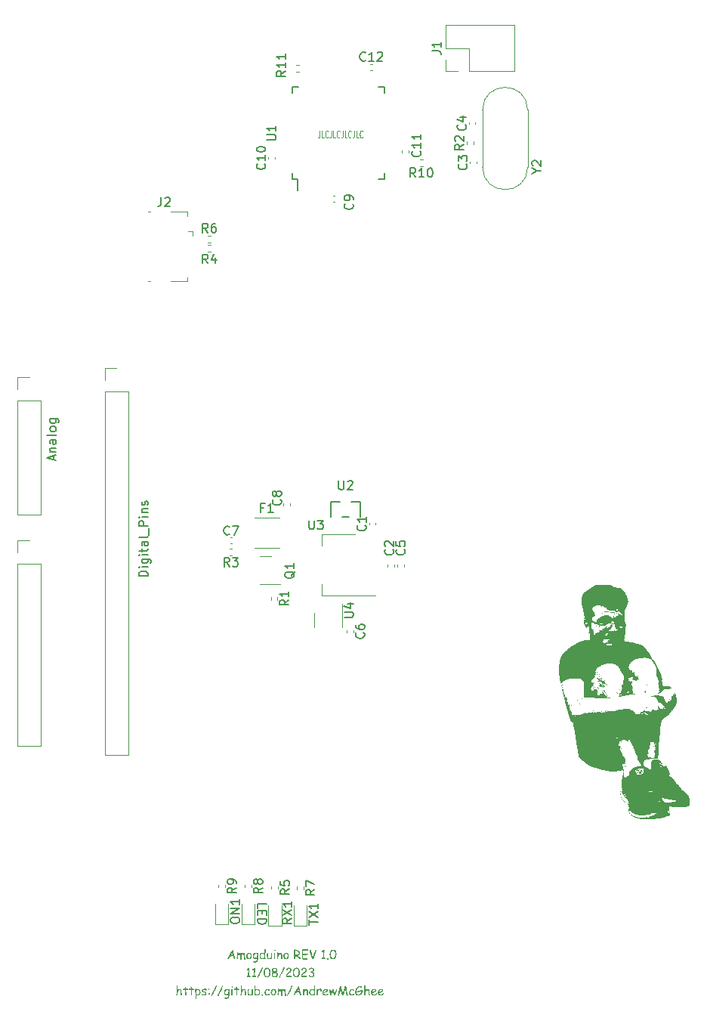
<source format=gbr>
%TF.GenerationSoftware,KiCad,Pcbnew,7.0.8*%
%TF.CreationDate,2023-11-08T08:48:13-05:00*%
%TF.ProjectId,Sleepduino,536c6565-7064-4756-996e-6f2e6b696361,rev?*%
%TF.SameCoordinates,Original*%
%TF.FileFunction,Legend,Top*%
%TF.FilePolarity,Positive*%
%FSLAX46Y46*%
G04 Gerber Fmt 4.6, Leading zero omitted, Abs format (unit mm)*
G04 Created by KiCad (PCBNEW 7.0.8) date 2023-11-08 08:48:13*
%MOMM*%
%LPD*%
G01*
G04 APERTURE LIST*
%ADD10C,0.150000*%
%ADD11C,0.080000*%
%ADD12C,0.120000*%
%ADD13C,0.152400*%
G04 APERTURE END LIST*
D10*
X179392830Y-138895542D02*
X179392830Y-138419352D01*
X179392830Y-138419352D02*
X180392830Y-138419352D01*
X179916640Y-139228876D02*
X179916640Y-139562209D01*
X179392830Y-139705066D02*
X179392830Y-139228876D01*
X179392830Y-139228876D02*
X180392830Y-139228876D01*
X180392830Y-139228876D02*
X180392830Y-139705066D01*
X179392830Y-140133638D02*
X180392830Y-140133638D01*
X180392830Y-140133638D02*
X180392830Y-140371733D01*
X180392830Y-140371733D02*
X180345211Y-140514590D01*
X180345211Y-140514590D02*
X180249973Y-140609828D01*
X180249973Y-140609828D02*
X180154735Y-140657447D01*
X180154735Y-140657447D02*
X179964259Y-140705066D01*
X179964259Y-140705066D02*
X179821402Y-140705066D01*
X179821402Y-140705066D02*
X179630926Y-140657447D01*
X179630926Y-140657447D02*
X179535688Y-140609828D01*
X179535688Y-140609828D02*
X179440450Y-140514590D01*
X179440450Y-140514590D02*
X179392830Y-140371733D01*
X179392830Y-140371733D02*
X179392830Y-140133638D01*
G36*
X178537600Y-146642000D02*
G01*
X178400824Y-146642000D01*
X178264781Y-146641267D01*
X178253202Y-146641160D01*
X178242524Y-146640839D01*
X178232747Y-146640305D01*
X178221792Y-146639337D01*
X178210503Y-146637734D01*
X178199895Y-146635256D01*
X178197370Y-146634428D01*
X178187308Y-146629338D01*
X178178952Y-146622769D01*
X178172301Y-146614722D01*
X178167355Y-146605195D01*
X178164115Y-146594190D01*
X178162750Y-146584321D01*
X178162443Y-146576298D01*
X178163392Y-146562549D01*
X178166239Y-146550152D01*
X178170983Y-146539107D01*
X178177625Y-146529415D01*
X178186164Y-146521075D01*
X178196601Y-146514088D01*
X178208936Y-146508453D01*
X178223168Y-146504170D01*
X178233711Y-146502066D01*
X178245097Y-146500564D01*
X178257326Y-146499662D01*
X178270399Y-146499362D01*
X178303371Y-146500094D01*
X178331459Y-146501316D01*
X178331316Y-146490572D01*
X178330887Y-146478337D01*
X178330337Y-146467476D01*
X178329605Y-146455660D01*
X178328689Y-146442891D01*
X178327882Y-146432688D01*
X178326971Y-146421948D01*
X178325958Y-146410672D01*
X178325598Y-146406794D01*
X178324550Y-146395301D01*
X178323605Y-146384362D01*
X178322764Y-146373978D01*
X178322025Y-146364147D01*
X178321201Y-146351900D01*
X178320560Y-146340638D01*
X178320102Y-146330361D01*
X178319787Y-146318899D01*
X178319736Y-146312760D01*
X178319798Y-146301852D01*
X178319984Y-146290255D01*
X178320294Y-146277970D01*
X178320728Y-146264995D01*
X178321286Y-146251332D01*
X178321968Y-146236980D01*
X178322774Y-146221939D01*
X178323705Y-146206209D01*
X178324759Y-146189791D01*
X178325937Y-146172683D01*
X178327240Y-146154887D01*
X178328666Y-146136402D01*
X178330216Y-146117228D01*
X178331038Y-146107382D01*
X178331891Y-146097365D01*
X178332774Y-146087175D01*
X178333689Y-146076813D01*
X178334635Y-146066279D01*
X178335612Y-146055572D01*
X178336542Y-146045043D01*
X178337442Y-146034673D01*
X178338311Y-146024464D01*
X178339149Y-146014414D01*
X178339956Y-146004524D01*
X178341477Y-145985223D01*
X178342874Y-145966561D01*
X178344146Y-145948538D01*
X178345295Y-145931155D01*
X178346320Y-145914411D01*
X178347220Y-145898307D01*
X178347997Y-145882841D01*
X178348650Y-145868015D01*
X178349178Y-145853828D01*
X178349583Y-145840280D01*
X178349863Y-145827371D01*
X178350020Y-145815102D01*
X178350052Y-145803472D01*
X178350022Y-145797896D01*
X178338772Y-145807361D01*
X178328044Y-145816214D01*
X178317836Y-145824458D01*
X178308149Y-145832090D01*
X178298984Y-145839112D01*
X178290339Y-145845524D01*
X178282215Y-145851324D01*
X178271006Y-145858881D01*
X178260969Y-145865063D01*
X178252104Y-145869872D01*
X178242107Y-145874146D01*
X178232541Y-145876054D01*
X178222532Y-145875315D01*
X178211484Y-145872587D01*
X178201114Y-145867849D01*
X178192765Y-145862187D01*
X178184914Y-145855049D01*
X178178024Y-145846949D01*
X178172560Y-145838402D01*
X178168522Y-145829409D01*
X178165909Y-145819970D01*
X178164721Y-145810084D01*
X178164642Y-145806689D01*
X178166085Y-145796045D01*
X178170414Y-145784721D01*
X178175955Y-145775173D01*
X178183343Y-145765190D01*
X178190097Y-145757417D01*
X178197889Y-145749399D01*
X178206720Y-145741136D01*
X178216591Y-145732629D01*
X178223748Y-145726822D01*
X178233510Y-145719662D01*
X178241463Y-145713631D01*
X178249957Y-145707034D01*
X178258991Y-145699870D01*
X178268567Y-145692139D01*
X178278683Y-145683841D01*
X178289341Y-145674977D01*
X178300539Y-145665546D01*
X178308305Y-145658944D01*
X178316312Y-145652090D01*
X178324559Y-145644984D01*
X178328773Y-145641337D01*
X178336322Y-145633795D01*
X178343828Y-145626739D01*
X178351290Y-145620170D01*
X178362400Y-145611230D01*
X178373412Y-145603384D01*
X178384325Y-145596632D01*
X178395139Y-145590976D01*
X178405854Y-145586414D01*
X178416471Y-145582947D01*
X178426989Y-145580575D01*
X178437408Y-145579298D01*
X178444300Y-145579055D01*
X178455062Y-145579864D01*
X178466496Y-145583150D01*
X178475689Y-145588966D01*
X178482639Y-145597309D01*
X178487347Y-145608181D01*
X178489500Y-145618698D01*
X178490217Y-145630834D01*
X178489889Y-145640805D01*
X178489045Y-145651647D01*
X178487882Y-145662662D01*
X178486568Y-145673238D01*
X178486065Y-145676996D01*
X178484654Y-145687921D01*
X178483535Y-145697799D01*
X178482598Y-145707998D01*
X178482014Y-145717909D01*
X178481913Y-145723158D01*
X178482030Y-145733980D01*
X178482316Y-145745006D01*
X178482686Y-145755427D01*
X178483175Y-145766968D01*
X178483652Y-145777009D01*
X178484205Y-145787767D01*
X178484355Y-145790569D01*
X178484928Y-145801449D01*
X178485424Y-145811620D01*
X178485937Y-145823334D01*
X178486330Y-145833940D01*
X178486645Y-145845203D01*
X178486795Y-145856324D01*
X178486798Y-145857736D01*
X178486733Y-145867617D01*
X178486538Y-145878088D01*
X178486214Y-145889149D01*
X178485760Y-145900799D01*
X178485176Y-145913039D01*
X178484462Y-145925868D01*
X178483619Y-145939287D01*
X178482646Y-145953296D01*
X178481543Y-145967894D01*
X178480310Y-145983082D01*
X178478948Y-145998859D01*
X178477456Y-146015227D01*
X178475834Y-146032183D01*
X178474082Y-146049730D01*
X178472200Y-146067866D01*
X178470189Y-146086591D01*
X178468208Y-146105315D01*
X178466354Y-146123445D01*
X178464628Y-146140982D01*
X178463030Y-146157925D01*
X178461560Y-146174275D01*
X178460217Y-146190032D01*
X178459003Y-146205195D01*
X178457916Y-146219765D01*
X178456957Y-146233741D01*
X178456126Y-146247124D01*
X178455423Y-146259913D01*
X178454848Y-146272109D01*
X178454400Y-146283711D01*
X178454081Y-146294721D01*
X178453889Y-146305136D01*
X178453825Y-146314958D01*
X178453909Y-146324934D01*
X178454161Y-146335444D01*
X178454581Y-146346489D01*
X178455168Y-146358067D01*
X178455924Y-146370180D01*
X178456848Y-146382827D01*
X178457650Y-146392663D01*
X178458548Y-146402800D01*
X178459198Y-146409725D01*
X178460209Y-146420034D01*
X178461133Y-146429986D01*
X178462232Y-146442702D01*
X178463179Y-146454784D01*
X178463973Y-146466233D01*
X178464614Y-146477049D01*
X178465102Y-146487231D01*
X178465498Y-146499067D01*
X178465549Y-146501316D01*
X178537600Y-146500094D01*
X178548056Y-146500807D01*
X178557808Y-146502945D01*
X178568295Y-146507241D01*
X178577823Y-146513477D01*
X178585228Y-146520367D01*
X178591702Y-146528321D01*
X178596837Y-146536979D01*
X178600632Y-146546341D01*
X178603088Y-146556408D01*
X178604204Y-146567178D01*
X178604279Y-146570925D01*
X178603609Y-146582170D01*
X178601600Y-146592643D01*
X178598251Y-146602343D01*
X178593562Y-146611271D01*
X178587535Y-146619425D01*
X178585228Y-146621972D01*
X178577823Y-146628778D01*
X178568295Y-146634939D01*
X178557808Y-146639183D01*
X178548056Y-146641295D01*
X178537600Y-146642000D01*
G37*
G36*
X179167747Y-146642000D02*
G01*
X179030971Y-146642000D01*
X178894928Y-146641267D01*
X178883349Y-146641160D01*
X178872671Y-146640839D01*
X178862894Y-146640305D01*
X178851938Y-146639337D01*
X178840650Y-146637734D01*
X178830041Y-146635256D01*
X178827517Y-146634428D01*
X178817455Y-146629338D01*
X178809098Y-146622769D01*
X178802447Y-146614722D01*
X178797501Y-146605195D01*
X178794261Y-146594190D01*
X178792897Y-146584321D01*
X178792590Y-146576298D01*
X178793539Y-146562549D01*
X178796385Y-146550152D01*
X178801129Y-146539107D01*
X178807771Y-146529415D01*
X178816311Y-146521075D01*
X178826748Y-146514088D01*
X178839082Y-146508453D01*
X178853315Y-146504170D01*
X178863857Y-146502066D01*
X178875243Y-146500564D01*
X178887472Y-146499662D01*
X178900545Y-146499362D01*
X178933518Y-146500094D01*
X178961606Y-146501316D01*
X178961463Y-146490572D01*
X178961033Y-146478337D01*
X178960484Y-146467476D01*
X178959751Y-146455660D01*
X178958835Y-146442891D01*
X178958028Y-146432688D01*
X178957118Y-146421948D01*
X178956105Y-146410672D01*
X178955744Y-146406794D01*
X178954697Y-146395301D01*
X178953752Y-146384362D01*
X178952910Y-146373978D01*
X178952172Y-146364147D01*
X178951348Y-146351900D01*
X178950707Y-146340638D01*
X178950249Y-146330361D01*
X178949934Y-146318899D01*
X178949882Y-146312760D01*
X178949944Y-146301852D01*
X178950130Y-146290255D01*
X178950440Y-146277970D01*
X178950875Y-146264995D01*
X178951433Y-146251332D01*
X178952115Y-146236980D01*
X178952921Y-146221939D01*
X178953851Y-146206209D01*
X178954905Y-146189791D01*
X178956084Y-146172683D01*
X178957386Y-146154887D01*
X178958812Y-146136402D01*
X178960363Y-146117228D01*
X178961184Y-146107382D01*
X178962037Y-146097365D01*
X178962921Y-146087175D01*
X178963836Y-146076813D01*
X178964781Y-146066279D01*
X178965758Y-146055572D01*
X178966689Y-146045043D01*
X178967589Y-146034673D01*
X178968458Y-146024464D01*
X178969296Y-146014414D01*
X178970103Y-146004524D01*
X178971623Y-145985223D01*
X178973020Y-145966561D01*
X178974293Y-145948538D01*
X178975442Y-145931155D01*
X178976466Y-145914411D01*
X178977367Y-145898307D01*
X178978144Y-145882841D01*
X178978796Y-145868015D01*
X178979325Y-145853828D01*
X178979729Y-145840280D01*
X178980010Y-145827371D01*
X178980166Y-145815102D01*
X178980199Y-145803472D01*
X178980168Y-145797896D01*
X178968919Y-145807361D01*
X178958190Y-145816214D01*
X178947983Y-145824458D01*
X178938296Y-145832090D01*
X178929130Y-145839112D01*
X178920485Y-145845524D01*
X178912361Y-145851324D01*
X178901152Y-145858881D01*
X178891115Y-145865063D01*
X178882250Y-145869872D01*
X178872253Y-145874146D01*
X178862688Y-145876054D01*
X178852678Y-145875315D01*
X178841630Y-145872587D01*
X178831260Y-145867849D01*
X178822911Y-145862187D01*
X178815060Y-145855049D01*
X178808171Y-145846949D01*
X178802707Y-145838402D01*
X178798668Y-145829409D01*
X178796055Y-145819970D01*
X178794867Y-145810084D01*
X178794788Y-145806689D01*
X178796231Y-145796045D01*
X178800560Y-145784721D01*
X178806101Y-145775173D01*
X178813490Y-145765190D01*
X178820243Y-145757417D01*
X178828036Y-145749399D01*
X178836867Y-145741136D01*
X178846737Y-145732629D01*
X178853895Y-145726822D01*
X178863657Y-145719662D01*
X178871610Y-145713631D01*
X178880103Y-145707034D01*
X178889138Y-145699870D01*
X178898713Y-145692139D01*
X178908830Y-145683841D01*
X178919487Y-145674977D01*
X178930686Y-145665546D01*
X178938452Y-145658944D01*
X178946459Y-145652090D01*
X178954706Y-145644984D01*
X178958919Y-145641337D01*
X178966469Y-145633795D01*
X178973975Y-145626739D01*
X178981436Y-145620170D01*
X178992547Y-145611230D01*
X179003558Y-145603384D01*
X179014471Y-145596632D01*
X179025286Y-145590976D01*
X179036001Y-145586414D01*
X179046618Y-145582947D01*
X179057136Y-145580575D01*
X179067555Y-145579298D01*
X179074446Y-145579055D01*
X179085208Y-145579864D01*
X179096643Y-145583150D01*
X179105835Y-145588966D01*
X179112786Y-145597309D01*
X179117494Y-145608181D01*
X179119646Y-145618698D01*
X179120364Y-145630834D01*
X179120035Y-145640805D01*
X179119192Y-145651647D01*
X179118028Y-145662662D01*
X179116714Y-145673238D01*
X179116212Y-145676996D01*
X179114801Y-145687921D01*
X179113681Y-145697799D01*
X179112745Y-145707998D01*
X179112161Y-145717909D01*
X179112060Y-145723158D01*
X179112176Y-145733980D01*
X179112463Y-145745006D01*
X179112832Y-145755427D01*
X179113321Y-145766968D01*
X179113798Y-145777009D01*
X179114352Y-145787767D01*
X179114502Y-145790569D01*
X179115074Y-145801449D01*
X179115571Y-145811620D01*
X179116083Y-145823334D01*
X179116477Y-145833940D01*
X179116792Y-145845203D01*
X179116942Y-145856324D01*
X179116944Y-145857736D01*
X179116879Y-145867617D01*
X179116685Y-145878088D01*
X179116360Y-145889149D01*
X179115906Y-145900799D01*
X179115322Y-145913039D01*
X179114609Y-145925868D01*
X179113765Y-145939287D01*
X179112792Y-145953296D01*
X179111689Y-145967894D01*
X179110457Y-145983082D01*
X179109094Y-145998859D01*
X179107602Y-146015227D01*
X179105980Y-146032183D01*
X179104228Y-146049730D01*
X179102347Y-146067866D01*
X179100336Y-146086591D01*
X179098354Y-146105315D01*
X179096500Y-146123445D01*
X179094775Y-146140982D01*
X179093176Y-146157925D01*
X179091706Y-146174275D01*
X179090364Y-146190032D01*
X179089149Y-146205195D01*
X179088063Y-146219765D01*
X179087104Y-146233741D01*
X179086273Y-146247124D01*
X179085570Y-146259913D01*
X179084994Y-146272109D01*
X179084547Y-146283711D01*
X179084227Y-146294721D01*
X179084036Y-146305136D01*
X179083972Y-146314958D01*
X179084056Y-146324934D01*
X179084307Y-146335444D01*
X179084727Y-146346489D01*
X179085315Y-146358067D01*
X179086071Y-146370180D01*
X179086994Y-146382827D01*
X179087797Y-146392663D01*
X179088694Y-146402800D01*
X179089345Y-146409725D01*
X179090355Y-146420034D01*
X179091280Y-146429986D01*
X179092379Y-146442702D01*
X179093325Y-146454784D01*
X179094119Y-146466233D01*
X179094760Y-146477049D01*
X179095249Y-146487231D01*
X179095645Y-146499067D01*
X179095695Y-146501316D01*
X179167747Y-146500094D01*
X179178203Y-146500807D01*
X179187954Y-146502945D01*
X179198441Y-146507241D01*
X179207970Y-146513477D01*
X179215374Y-146520367D01*
X179221849Y-146528321D01*
X179226983Y-146536979D01*
X179230779Y-146546341D01*
X179233234Y-146556408D01*
X179234351Y-146567178D01*
X179234425Y-146570925D01*
X179233755Y-146582170D01*
X179231746Y-146592643D01*
X179228397Y-146602343D01*
X179223709Y-146611271D01*
X179217681Y-146619425D01*
X179215374Y-146621972D01*
X179207970Y-146628778D01*
X179198441Y-146634939D01*
X179187954Y-146639183D01*
X179178203Y-146641295D01*
X179167747Y-146642000D01*
G37*
G36*
X179435926Y-146704526D02*
G01*
X179425105Y-146703708D01*
X179414868Y-146701253D01*
X179405216Y-146697163D01*
X179396148Y-146691436D01*
X179391229Y-146687429D01*
X179383711Y-146679551D01*
X179378039Y-146670879D01*
X179374214Y-146661413D01*
X179372235Y-146651151D01*
X179371934Y-146644930D01*
X179372869Y-146635033D01*
X179375412Y-146625340D01*
X179376819Y-146621483D01*
X179380255Y-146612121D01*
X179383876Y-146602505D01*
X179387683Y-146592635D01*
X179391676Y-146582511D01*
X179395854Y-146572134D01*
X179400217Y-146561502D01*
X179404767Y-146550617D01*
X179409502Y-146539479D01*
X179414422Y-146528086D01*
X179419528Y-146516440D01*
X179424819Y-146504539D01*
X179430296Y-146492385D01*
X179435959Y-146479978D01*
X179441807Y-146467316D01*
X179447841Y-146454401D01*
X179454061Y-146441232D01*
X179460465Y-146427809D01*
X179467056Y-146414132D01*
X179473832Y-146400202D01*
X179480794Y-146386018D01*
X179487941Y-146371580D01*
X179495274Y-146356888D01*
X179502792Y-146341942D01*
X179510496Y-146326743D01*
X179518385Y-146311290D01*
X179526460Y-146295583D01*
X179534721Y-146279622D01*
X179543167Y-146263408D01*
X179551799Y-146246940D01*
X179560616Y-146230218D01*
X179569619Y-146213242D01*
X179578808Y-146196012D01*
X179587997Y-146178767D01*
X179597002Y-146161774D01*
X179605823Y-146145034D01*
X179614459Y-146128548D01*
X179622912Y-146112314D01*
X179631181Y-146096332D01*
X179639265Y-146080604D01*
X179647165Y-146065128D01*
X179654881Y-146049906D01*
X179662413Y-146034936D01*
X179669761Y-146020219D01*
X179676925Y-146005755D01*
X179683904Y-145991543D01*
X179690699Y-145977585D01*
X179697311Y-145963879D01*
X179703738Y-145950426D01*
X179709981Y-145937226D01*
X179716040Y-145924279D01*
X179721914Y-145911584D01*
X179727605Y-145899143D01*
X179733111Y-145886954D01*
X179738434Y-145875018D01*
X179743572Y-145863335D01*
X179748526Y-145851904D01*
X179753296Y-145840727D01*
X179757881Y-145829802D01*
X179762283Y-145819131D01*
X179766501Y-145808712D01*
X179770534Y-145798545D01*
X179774383Y-145788632D01*
X179778048Y-145778972D01*
X179781529Y-145769564D01*
X179787104Y-145754434D01*
X179792594Y-145739789D01*
X179797998Y-145725629D01*
X179803316Y-145711953D01*
X179808550Y-145698762D01*
X179813698Y-145686056D01*
X179818760Y-145673834D01*
X179823737Y-145662097D01*
X179828629Y-145650845D01*
X179833436Y-145640077D01*
X179838157Y-145629794D01*
X179842792Y-145619996D01*
X179847342Y-145610682D01*
X179851807Y-145601853D01*
X179860481Y-145585649D01*
X179868813Y-145571384D01*
X179876803Y-145559057D01*
X179884452Y-145548669D01*
X179891759Y-145540220D01*
X179902079Y-145531181D01*
X179911631Y-145526504D01*
X179917572Y-145525810D01*
X179928382Y-145526937D01*
X179938583Y-145529677D01*
X179948177Y-145534029D01*
X179957163Y-145539995D01*
X179962025Y-145544128D01*
X179969543Y-145552065D01*
X179975215Y-145560704D01*
X179979040Y-145570044D01*
X179981018Y-145580085D01*
X179981320Y-145586138D01*
X179980580Y-145596656D01*
X179978651Y-145607143D01*
X179975930Y-145617275D01*
X179973748Y-145623995D01*
X179896812Y-145810841D01*
X179890918Y-145826870D01*
X179884718Y-145843207D01*
X179878210Y-145859851D01*
X179871395Y-145876802D01*
X179864273Y-145894060D01*
X179856844Y-145911626D01*
X179849107Y-145929498D01*
X179845124Y-145938550D01*
X179841063Y-145947678D01*
X179836926Y-145956883D01*
X179832712Y-145966165D01*
X179828422Y-145975524D01*
X179824054Y-145984960D01*
X179819610Y-145994472D01*
X179815089Y-146004061D01*
X179810491Y-146013727D01*
X179805816Y-146023470D01*
X179801065Y-146033289D01*
X179796236Y-146043186D01*
X179791331Y-146053159D01*
X179786349Y-146063209D01*
X179781290Y-146073336D01*
X179776155Y-146083539D01*
X179770943Y-146093820D01*
X179765653Y-146104177D01*
X179615933Y-146388475D01*
X179491613Y-146663981D01*
X179486682Y-146673484D01*
X179481172Y-146681719D01*
X179473467Y-146690232D01*
X179464857Y-146696765D01*
X179455340Y-146701319D01*
X179444917Y-146703892D01*
X179435926Y-146704526D01*
G37*
G36*
X180482719Y-145579205D02*
G01*
X180493767Y-145579656D01*
X180504660Y-145580407D01*
X180515399Y-145581459D01*
X180525982Y-145582811D01*
X180536410Y-145584464D01*
X180546684Y-145586418D01*
X180556802Y-145588672D01*
X180566765Y-145591226D01*
X180576573Y-145594081D01*
X180586226Y-145597237D01*
X180595724Y-145600693D01*
X180605067Y-145604450D01*
X180614255Y-145608507D01*
X180623288Y-145612865D01*
X180632166Y-145617523D01*
X180640889Y-145622482D01*
X180649457Y-145627741D01*
X180657869Y-145633301D01*
X180666127Y-145639161D01*
X180674230Y-145645322D01*
X180682178Y-145651784D01*
X180689970Y-145658546D01*
X180697608Y-145665608D01*
X180705090Y-145672971D01*
X180712418Y-145680635D01*
X180719590Y-145688599D01*
X180726608Y-145696864D01*
X180733470Y-145705429D01*
X180740178Y-145714295D01*
X180746730Y-145723461D01*
X180753127Y-145732928D01*
X180758492Y-145741304D01*
X180763686Y-145749795D01*
X180768710Y-145758399D01*
X180773563Y-145767118D01*
X180778247Y-145775950D01*
X180782760Y-145784897D01*
X180787102Y-145793958D01*
X180791275Y-145803132D01*
X180795277Y-145812421D01*
X180799109Y-145821823D01*
X180802770Y-145831340D01*
X180806261Y-145840971D01*
X180809582Y-145850715D01*
X180812733Y-145860574D01*
X180815713Y-145870547D01*
X180818523Y-145880633D01*
X180821163Y-145890834D01*
X180823632Y-145901149D01*
X180825931Y-145911578D01*
X180828060Y-145922120D01*
X180830019Y-145932777D01*
X180831807Y-145943548D01*
X180833425Y-145954433D01*
X180834872Y-145965432D01*
X180836149Y-145976544D01*
X180837256Y-145987771D01*
X180838193Y-145999112D01*
X180838959Y-146010567D01*
X180839556Y-146022136D01*
X180839981Y-146033819D01*
X180840237Y-146045615D01*
X180840322Y-146057526D01*
X180840226Y-146076595D01*
X180839940Y-146095365D01*
X180839463Y-146113835D01*
X180838795Y-146132005D01*
X180837937Y-146149876D01*
X180836887Y-146167447D01*
X180835647Y-146184719D01*
X180834216Y-146201691D01*
X180832594Y-146218363D01*
X180830781Y-146234736D01*
X180828778Y-146250809D01*
X180826583Y-146266583D01*
X180824198Y-146282057D01*
X180821622Y-146297232D01*
X180818855Y-146312107D01*
X180815898Y-146326682D01*
X180812749Y-146340958D01*
X180809410Y-146354934D01*
X180805880Y-146368611D01*
X180802159Y-146381988D01*
X180798247Y-146395065D01*
X180794145Y-146407843D01*
X180789851Y-146420321D01*
X180785367Y-146432500D01*
X180780692Y-146444379D01*
X180775827Y-146455959D01*
X180770770Y-146467239D01*
X180765523Y-146478219D01*
X180760084Y-146488900D01*
X180754455Y-146499282D01*
X180748635Y-146509363D01*
X180742625Y-146519145D01*
X180736439Y-146528627D01*
X180730062Y-146537808D01*
X180723496Y-146546688D01*
X180716739Y-146555267D01*
X180709792Y-146563544D01*
X180702654Y-146571521D01*
X180695326Y-146579197D01*
X180687808Y-146586572D01*
X180680099Y-146593645D01*
X180672200Y-146600418D01*
X180664110Y-146606890D01*
X180655831Y-146613061D01*
X180647361Y-146618930D01*
X180638700Y-146624499D01*
X180629850Y-146629767D01*
X180620809Y-146634733D01*
X180611577Y-146639399D01*
X180602156Y-146643764D01*
X180592543Y-146647827D01*
X180582741Y-146651590D01*
X180572748Y-146655051D01*
X180562565Y-146658212D01*
X180552192Y-146661072D01*
X180541628Y-146663630D01*
X180530874Y-146665888D01*
X180519930Y-146667844D01*
X180508795Y-146669500D01*
X180497470Y-146670855D01*
X180485954Y-146671908D01*
X180474249Y-146672661D01*
X180462353Y-146673112D01*
X180450266Y-146673263D01*
X180437324Y-146673076D01*
X180424602Y-146672517D01*
X180412101Y-146671586D01*
X180399818Y-146670282D01*
X180387756Y-146668606D01*
X180375914Y-146666556D01*
X180364292Y-146664135D01*
X180352890Y-146661340D01*
X180341707Y-146658174D01*
X180330745Y-146654634D01*
X180320002Y-146650722D01*
X180309479Y-146646438D01*
X180299176Y-146641781D01*
X180289093Y-146636751D01*
X180279230Y-146631349D01*
X180269587Y-146625574D01*
X180260164Y-146619427D01*
X180250961Y-146612907D01*
X180241978Y-146606014D01*
X180233214Y-146598749D01*
X180224671Y-146591112D01*
X180216347Y-146583102D01*
X180208244Y-146574719D01*
X180200360Y-146565964D01*
X180192696Y-146556836D01*
X180185252Y-146547335D01*
X180178028Y-146537462D01*
X180171024Y-146527217D01*
X180164240Y-146516599D01*
X180157676Y-146505608D01*
X180151331Y-146494245D01*
X180145207Y-146482509D01*
X180140729Y-146473233D01*
X180136393Y-146463784D01*
X180132199Y-146454163D01*
X180128148Y-146444369D01*
X180124239Y-146434402D01*
X180120471Y-146424263D01*
X180116846Y-146413951D01*
X180113364Y-146403466D01*
X180110023Y-146392808D01*
X180106824Y-146381978D01*
X180103768Y-146370975D01*
X180100854Y-146359800D01*
X180098082Y-146348452D01*
X180095452Y-146336931D01*
X180092964Y-146325237D01*
X180090618Y-146313371D01*
X180088415Y-146301332D01*
X180086354Y-146289120D01*
X180084435Y-146276736D01*
X180082658Y-146264179D01*
X180081023Y-146251449D01*
X180079530Y-146238547D01*
X180078180Y-146225471D01*
X180076971Y-146212224D01*
X180075905Y-146198803D01*
X180074981Y-146185210D01*
X180074199Y-146171444D01*
X180073560Y-146157506D01*
X180073062Y-146143394D01*
X180072707Y-146129111D01*
X180072493Y-146114654D01*
X180072422Y-146100025D01*
X180072501Y-146089522D01*
X180205535Y-146089522D01*
X180205594Y-146103245D01*
X180205773Y-146116751D01*
X180206071Y-146130043D01*
X180206489Y-146143118D01*
X180207025Y-146155978D01*
X180207681Y-146168623D01*
X180208457Y-146181051D01*
X180209351Y-146193264D01*
X180210365Y-146205262D01*
X180211498Y-146217044D01*
X180212750Y-146228610D01*
X180214121Y-146239961D01*
X180215612Y-146251096D01*
X180217222Y-146262015D01*
X180218951Y-146272719D01*
X180220800Y-146283207D01*
X180222768Y-146293479D01*
X180224855Y-146303536D01*
X180227061Y-146313377D01*
X180229387Y-146323003D01*
X180234395Y-146341608D01*
X180239881Y-146359349D01*
X180245844Y-146376229D01*
X180252284Y-146392246D01*
X180259201Y-146407400D01*
X180266595Y-146421692D01*
X180274496Y-146435120D01*
X180282872Y-146447681D01*
X180291723Y-146459376D01*
X180301049Y-146470205D01*
X180310850Y-146480168D01*
X180321126Y-146489264D01*
X180331878Y-146497494D01*
X180343105Y-146504857D01*
X180354806Y-146511354D01*
X180366983Y-146516985D01*
X180379635Y-146521750D01*
X180392762Y-146525648D01*
X180406364Y-146528680D01*
X180420442Y-146530846D01*
X180434994Y-146532146D01*
X180450022Y-146532579D01*
X180467896Y-146531943D01*
X180485128Y-146530037D01*
X180501716Y-146526860D01*
X180517662Y-146522412D01*
X180532964Y-146516693D01*
X180547624Y-146509704D01*
X180561640Y-146501443D01*
X180575013Y-146491912D01*
X180587743Y-146481110D01*
X180599830Y-146469037D01*
X180611275Y-146455694D01*
X180622076Y-146441079D01*
X180632234Y-146425194D01*
X180641749Y-146408038D01*
X180646265Y-146398983D01*
X180650621Y-146389611D01*
X180654815Y-146379921D01*
X180658849Y-146369913D01*
X180664173Y-146355542D01*
X180669153Y-146340699D01*
X180673790Y-146325385D01*
X180678084Y-146309600D01*
X180682033Y-146293344D01*
X180685640Y-146276616D01*
X180688903Y-146259417D01*
X180691822Y-146241747D01*
X180694398Y-146223605D01*
X180696631Y-146204992D01*
X180698520Y-146185907D01*
X180700065Y-146166352D01*
X180700709Y-146156397D01*
X180701268Y-146146325D01*
X180701740Y-146136135D01*
X180702126Y-146125827D01*
X180702427Y-146115401D01*
X180702641Y-146104857D01*
X180702770Y-146094195D01*
X180702813Y-146083416D01*
X180702756Y-146072118D01*
X180702586Y-146060998D01*
X180702302Y-146050058D01*
X180701905Y-146039296D01*
X180701394Y-146028713D01*
X180700770Y-146018309D01*
X180700032Y-146008084D01*
X180699180Y-145998038D01*
X180698215Y-145988171D01*
X180695944Y-145968973D01*
X180693219Y-145950491D01*
X180690041Y-145932724D01*
X180686407Y-145915673D01*
X180682320Y-145899337D01*
X180677779Y-145883717D01*
X180672783Y-145868812D01*
X180667334Y-145854623D01*
X180661430Y-145841150D01*
X180655072Y-145828392D01*
X180648260Y-145816350D01*
X180644683Y-145810597D01*
X180637220Y-145799594D01*
X180629300Y-145789302D01*
X180620924Y-145779719D01*
X180612092Y-145770846D01*
X180602804Y-145762683D01*
X180593060Y-145755230D01*
X180582860Y-145748487D01*
X180572204Y-145742453D01*
X180561092Y-145737129D01*
X180549524Y-145732515D01*
X180537500Y-145728611D01*
X180525020Y-145725417D01*
X180512083Y-145722933D01*
X180498691Y-145721158D01*
X180484843Y-145720093D01*
X180470538Y-145719739D01*
X180454778Y-145720235D01*
X180439432Y-145721723D01*
X180424499Y-145724204D01*
X180409981Y-145727676D01*
X180395877Y-145732141D01*
X180382187Y-145737599D01*
X180368911Y-145744048D01*
X180356049Y-145751490D01*
X180343602Y-145759924D01*
X180331568Y-145769350D01*
X180319948Y-145779769D01*
X180308743Y-145791180D01*
X180297951Y-145803582D01*
X180287574Y-145816978D01*
X180277610Y-145831365D01*
X180268061Y-145846745D01*
X180260489Y-145860144D01*
X180253406Y-145873779D01*
X180246812Y-145887652D01*
X180240706Y-145901760D01*
X180235088Y-145916106D01*
X180229959Y-145930688D01*
X180225318Y-145945507D01*
X180221166Y-145960562D01*
X180217503Y-145975854D01*
X180214327Y-145991382D01*
X180211641Y-146007147D01*
X180209443Y-146023149D01*
X180207733Y-146039388D01*
X180206512Y-146055862D01*
X180205779Y-146072574D01*
X180205535Y-146089522D01*
X180072501Y-146089522D01*
X180072515Y-146087633D01*
X180072793Y-146075341D01*
X180073255Y-146063148D01*
X180073903Y-146051054D01*
X180074736Y-146039059D01*
X180075754Y-146027164D01*
X180076957Y-146015368D01*
X180078345Y-146003671D01*
X180079919Y-145992073D01*
X180081677Y-145980575D01*
X180083620Y-145969175D01*
X180085749Y-145957875D01*
X180088063Y-145946674D01*
X180090561Y-145935573D01*
X180093245Y-145924570D01*
X180096114Y-145913667D01*
X180099168Y-145902863D01*
X180102407Y-145892159D01*
X180105831Y-145881553D01*
X180109440Y-145871047D01*
X180113235Y-145860640D01*
X180117214Y-145850332D01*
X180121379Y-145840124D01*
X180125728Y-145830014D01*
X180130263Y-145820004D01*
X180134983Y-145810093D01*
X180139888Y-145800281D01*
X180144978Y-145790569D01*
X180150253Y-145780956D01*
X180155713Y-145771442D01*
X180161358Y-145762027D01*
X180167189Y-145752711D01*
X180174259Y-145742027D01*
X180181486Y-145731683D01*
X180188871Y-145721677D01*
X180196414Y-145712011D01*
X180204114Y-145702683D01*
X180211971Y-145693695D01*
X180219986Y-145685046D01*
X180228158Y-145676737D01*
X180236487Y-145668766D01*
X180244974Y-145661135D01*
X180253619Y-145653842D01*
X180262420Y-145646889D01*
X180271380Y-145640275D01*
X180280496Y-145634001D01*
X180289770Y-145628065D01*
X180299202Y-145622469D01*
X180308791Y-145617212D01*
X180318537Y-145612294D01*
X180328441Y-145607715D01*
X180338502Y-145603475D01*
X180348721Y-145599575D01*
X180359097Y-145596013D01*
X180369630Y-145592791D01*
X180380321Y-145589908D01*
X180391169Y-145587364D01*
X180402175Y-145585160D01*
X180413338Y-145583294D01*
X180424659Y-145581768D01*
X180436137Y-145580581D01*
X180447772Y-145579733D01*
X180459565Y-145579224D01*
X180471515Y-145579055D01*
X180482719Y-145579205D01*
G37*
G36*
X181332144Y-145579167D02*
G01*
X181349327Y-145579840D01*
X181365947Y-145581073D01*
X181382003Y-145582867D01*
X181397496Y-145585222D01*
X181412425Y-145588136D01*
X181426792Y-145591612D01*
X181440594Y-145595648D01*
X181453834Y-145600244D01*
X181466510Y-145605401D01*
X181478623Y-145611119D01*
X181490172Y-145617397D01*
X181501158Y-145624236D01*
X181511580Y-145631635D01*
X181521440Y-145639594D01*
X181530735Y-145648114D01*
X181539468Y-145657195D01*
X181547637Y-145666836D01*
X181555242Y-145677038D01*
X181562285Y-145687800D01*
X181568764Y-145699123D01*
X181574679Y-145711006D01*
X181580031Y-145723450D01*
X181584820Y-145736454D01*
X181589045Y-145750019D01*
X181592707Y-145764144D01*
X181595806Y-145778830D01*
X181598341Y-145794076D01*
X181600313Y-145809883D01*
X181601721Y-145826250D01*
X181602566Y-145843178D01*
X181602848Y-145860667D01*
X181602719Y-145870688D01*
X181602043Y-145885177D01*
X181600787Y-145899013D01*
X181598952Y-145912196D01*
X181596537Y-145924727D01*
X181593542Y-145936605D01*
X181589968Y-145947831D01*
X181585814Y-145958404D01*
X181581081Y-145968324D01*
X181575768Y-145977592D01*
X181569875Y-145986207D01*
X181562376Y-145995397D01*
X181553313Y-146004648D01*
X181545488Y-146011626D01*
X181536783Y-146018638D01*
X181527198Y-146025685D01*
X181516733Y-146032766D01*
X181505388Y-146039882D01*
X181493163Y-146047032D01*
X181484524Y-146051817D01*
X181475494Y-146056618D01*
X181466072Y-146061434D01*
X181478626Y-146068062D01*
X181490702Y-146074757D01*
X181502302Y-146081518D01*
X181513425Y-146088347D01*
X181524070Y-146095242D01*
X181534239Y-146102204D01*
X181543930Y-146109232D01*
X181553145Y-146116328D01*
X181561882Y-146123490D01*
X181570142Y-146130719D01*
X181577926Y-146138015D01*
X181585232Y-146145377D01*
X181592061Y-146152807D01*
X181598414Y-146160303D01*
X181607047Y-146171672D01*
X181609687Y-146175496D01*
X181615513Y-146184683D01*
X181620964Y-146194295D01*
X181626039Y-146204330D01*
X181630738Y-146214788D01*
X181635060Y-146225670D01*
X181639007Y-146236976D01*
X181642579Y-146248706D01*
X181645774Y-146260859D01*
X181648593Y-146273435D01*
X181651036Y-146286435D01*
X181653104Y-146299859D01*
X181654795Y-146313707D01*
X181656111Y-146327978D01*
X181657051Y-146342672D01*
X181657615Y-146357791D01*
X181657803Y-146373332D01*
X181657397Y-146391042D01*
X181656181Y-146408267D01*
X181654153Y-146425007D01*
X181651315Y-146441262D01*
X181647666Y-146457033D01*
X181643205Y-146472319D01*
X181637934Y-146487121D01*
X181631852Y-146501438D01*
X181624959Y-146515270D01*
X181617255Y-146528617D01*
X181608739Y-146541480D01*
X181599413Y-146553858D01*
X181589276Y-146565752D01*
X181578328Y-146577161D01*
X181566569Y-146588085D01*
X181554000Y-146598524D01*
X181541754Y-146607575D01*
X181529075Y-146616041D01*
X181515963Y-146623924D01*
X181502418Y-146631222D01*
X181488440Y-146637937D01*
X181474029Y-146644068D01*
X181459185Y-146649615D01*
X181443907Y-146654578D01*
X181428196Y-146658957D01*
X181412052Y-146662753D01*
X181395475Y-146665964D01*
X181378465Y-146668591D01*
X181361022Y-146670635D01*
X181343145Y-146672095D01*
X181324836Y-146672971D01*
X181306093Y-146673263D01*
X181288176Y-146673011D01*
X181270697Y-146672255D01*
X181253654Y-146670996D01*
X181237049Y-146669233D01*
X181220880Y-146666966D01*
X181205148Y-146664195D01*
X181189853Y-146660921D01*
X181174996Y-146657143D01*
X181160575Y-146652861D01*
X181146591Y-146648075D01*
X181133044Y-146642786D01*
X181119934Y-146636993D01*
X181107261Y-146630696D01*
X181095025Y-146623895D01*
X181083226Y-146616591D01*
X181071864Y-146608782D01*
X181059523Y-146599418D01*
X181047963Y-146589522D01*
X181037183Y-146579093D01*
X181027183Y-146568131D01*
X181017964Y-146556638D01*
X181009525Y-146544611D01*
X181001867Y-146532053D01*
X180994989Y-146518962D01*
X180988891Y-146505339D01*
X180983574Y-146491183D01*
X180979038Y-146476495D01*
X180975281Y-146461275D01*
X180972306Y-146445522D01*
X180970110Y-146429237D01*
X180968695Y-146412420D01*
X180968061Y-146395070D01*
X180968051Y-146381075D01*
X180968339Y-146368135D01*
X181100493Y-146368135D01*
X181100685Y-146380415D01*
X181101308Y-146390542D01*
X181102505Y-146400344D01*
X181105378Y-146414439D01*
X181109543Y-146427804D01*
X181115001Y-146440440D01*
X181121751Y-146452345D01*
X181129793Y-146463520D01*
X181139127Y-146473966D01*
X181149754Y-146483682D01*
X181157556Y-146489754D01*
X181165933Y-146495501D01*
X181174884Y-146500924D01*
X181179575Y-146503514D01*
X181190150Y-146508708D01*
X181200990Y-146513391D01*
X181212097Y-146517564D01*
X181223470Y-146521225D01*
X181235109Y-146524376D01*
X181247015Y-146527016D01*
X181259186Y-146529144D01*
X181271624Y-146530762D01*
X181284328Y-146531869D01*
X181297298Y-146532465D01*
X181306093Y-146532579D01*
X181320921Y-146532365D01*
X181335181Y-146531724D01*
X181348872Y-146530655D01*
X181361994Y-146529159D01*
X181374548Y-146527236D01*
X181386533Y-146524885D01*
X181397949Y-146522107D01*
X181408797Y-146518901D01*
X181419076Y-146515268D01*
X181428787Y-146511207D01*
X181437929Y-146506719D01*
X181446502Y-146501804D01*
X181458296Y-146493630D01*
X181468810Y-146484493D01*
X181475109Y-146477868D01*
X181481962Y-146469322D01*
X181488141Y-146459985D01*
X181493646Y-146449859D01*
X181498476Y-146438942D01*
X181502633Y-146427236D01*
X181506115Y-146414739D01*
X181508924Y-146401453D01*
X181511059Y-146387376D01*
X181512107Y-146377553D01*
X181512856Y-146367379D01*
X181513305Y-146356854D01*
X181513455Y-146345977D01*
X181513181Y-146335331D01*
X181512360Y-146324946D01*
X181510991Y-146314822D01*
X181509074Y-146304960D01*
X181506610Y-146295359D01*
X181503598Y-146286019D01*
X181498053Y-146272500D01*
X181491276Y-146259570D01*
X181486073Y-146251276D01*
X181480323Y-146243243D01*
X181474025Y-146235473D01*
X181467180Y-146227963D01*
X181459787Y-146220715D01*
X181451846Y-146213728D01*
X181443357Y-146207003D01*
X181434168Y-146200288D01*
X181424095Y-146193697D01*
X181413137Y-146187230D01*
X181401294Y-146180888D01*
X181388567Y-146174671D01*
X181379592Y-146170595D01*
X181370222Y-146166574D01*
X181360460Y-146162609D01*
X181350305Y-146158699D01*
X181339757Y-146154845D01*
X181328816Y-146151046D01*
X181317481Y-146147302D01*
X181305754Y-146143614D01*
X181299743Y-146141790D01*
X181286380Y-146147844D01*
X181273586Y-146153792D01*
X181261360Y-146159636D01*
X181249703Y-146165375D01*
X181238615Y-146171009D01*
X181228096Y-146176538D01*
X181218145Y-146181961D01*
X181208762Y-146187280D01*
X181199949Y-146192494D01*
X181187794Y-146200119D01*
X181176919Y-146207507D01*
X181167323Y-146214659D01*
X181159007Y-146221575D01*
X181154174Y-146226054D01*
X181147296Y-146233068D01*
X181137863Y-146244248D01*
X181129490Y-146256218D01*
X181124497Y-146264637D01*
X181119976Y-146273407D01*
X181115926Y-146282527D01*
X181112347Y-146292000D01*
X181109240Y-146301823D01*
X181106604Y-146311997D01*
X181104439Y-146322522D01*
X181102746Y-146333399D01*
X181101523Y-146344626D01*
X181100773Y-146356205D01*
X181100493Y-146368135D01*
X180968339Y-146368135D01*
X180968356Y-146367362D01*
X180968976Y-146353930D01*
X180969912Y-146340779D01*
X180971163Y-146327910D01*
X180972729Y-146315323D01*
X180974611Y-146303017D01*
X180976808Y-146290992D01*
X180979320Y-146279249D01*
X180982148Y-146267787D01*
X180985291Y-146256607D01*
X180988749Y-146245708D01*
X180992523Y-146235090D01*
X180996612Y-146224754D01*
X181001016Y-146214700D01*
X181005735Y-146204927D01*
X181010770Y-146195435D01*
X181016120Y-146186225D01*
X181021786Y-146177296D01*
X181027767Y-146168649D01*
X181034063Y-146160283D01*
X181040674Y-146152199D01*
X181047601Y-146144396D01*
X181054843Y-146136875D01*
X181062401Y-146129635D01*
X181070274Y-146122676D01*
X181078462Y-146115999D01*
X181086965Y-146109604D01*
X181095784Y-146103489D01*
X181104918Y-146097657D01*
X181114367Y-146092105D01*
X181124132Y-146086836D01*
X181109314Y-146077372D01*
X181095453Y-146067422D01*
X181082547Y-146056985D01*
X181070597Y-146046062D01*
X181059603Y-146034652D01*
X181049566Y-146022756D01*
X181040484Y-146010373D01*
X181032358Y-145997504D01*
X181025188Y-145984148D01*
X181018974Y-145970305D01*
X181013716Y-145955976D01*
X181009414Y-145941160D01*
X181006068Y-145925858D01*
X181003678Y-145910069D01*
X181002244Y-145893793D01*
X181001801Y-145878252D01*
X181135612Y-145878252D01*
X181136315Y-145888864D01*
X181138241Y-145899085D01*
X181141390Y-145908915D01*
X181145763Y-145918354D01*
X181151358Y-145927401D01*
X181158177Y-145936058D01*
X181166219Y-145944323D01*
X181175484Y-145952197D01*
X181185972Y-145959679D01*
X181197684Y-145966771D01*
X181210618Y-145973472D01*
X181224775Y-145979781D01*
X181240156Y-145985699D01*
X181256760Y-145991226D01*
X181274587Y-145996362D01*
X181293637Y-146001106D01*
X181303744Y-145998419D01*
X181313489Y-145995729D01*
X181327427Y-145991691D01*
X181340548Y-145987649D01*
X181352855Y-145983603D01*
X181364345Y-145979552D01*
X181375020Y-145975497D01*
X181384879Y-145971437D01*
X181393922Y-145967374D01*
X181404710Y-145961949D01*
X181411850Y-145957875D01*
X181422020Y-145951210D01*
X181431190Y-145944128D01*
X181439360Y-145936630D01*
X181446529Y-145928715D01*
X181452698Y-145920384D01*
X181457866Y-145911636D01*
X181462034Y-145902472D01*
X181465202Y-145892891D01*
X181467369Y-145882894D01*
X181468536Y-145872481D01*
X181468759Y-145865307D01*
X181468595Y-145855030D01*
X181468102Y-145845142D01*
X181466749Y-145831040D01*
X181464656Y-145817813D01*
X181461825Y-145805463D01*
X181458256Y-145793988D01*
X181453949Y-145783390D01*
X181448903Y-145773667D01*
X181443118Y-145764819D01*
X181436595Y-145756848D01*
X181429334Y-145749753D01*
X181426749Y-145747582D01*
X181417159Y-145741056D01*
X181406217Y-145735401D01*
X181397125Y-145731730D01*
X181387272Y-145728548D01*
X181376660Y-145725857D01*
X181365288Y-145723654D01*
X181353155Y-145721941D01*
X181340263Y-145720717D01*
X181326611Y-145719983D01*
X181312199Y-145719739D01*
X181301281Y-145719914D01*
X181290690Y-145720441D01*
X181280428Y-145721318D01*
X181270495Y-145722547D01*
X181256209Y-145725049D01*
X181242662Y-145728340D01*
X181229854Y-145732422D01*
X181217784Y-145737293D01*
X181206452Y-145742955D01*
X181195859Y-145749406D01*
X181186005Y-145756648D01*
X181176889Y-145764679D01*
X181169429Y-145772816D01*
X181162712Y-145781472D01*
X181156738Y-145790647D01*
X181151506Y-145800342D01*
X181147018Y-145810557D01*
X181143272Y-145821291D01*
X181140269Y-145832545D01*
X181138008Y-145844318D01*
X181136490Y-145856610D01*
X181135715Y-145869422D01*
X181135612Y-145878252D01*
X181001801Y-145878252D01*
X181001766Y-145877031D01*
X181002134Y-145861051D01*
X181003236Y-145845413D01*
X181005072Y-145830116D01*
X181007644Y-145815161D01*
X181010949Y-145800548D01*
X181014990Y-145786276D01*
X181019765Y-145772345D01*
X181025275Y-145758756D01*
X181031519Y-145745509D01*
X181038498Y-145732603D01*
X181046212Y-145720039D01*
X181054660Y-145707816D01*
X181063843Y-145695935D01*
X181073761Y-145684396D01*
X181084413Y-145673198D01*
X181095800Y-145662341D01*
X181107215Y-145652428D01*
X181118930Y-145643142D01*
X181130945Y-145634483D01*
X181143259Y-145626453D01*
X181155873Y-145619050D01*
X181168787Y-145612275D01*
X181182000Y-145606128D01*
X181195512Y-145600609D01*
X181209324Y-145595718D01*
X181223436Y-145591454D01*
X181237847Y-145587818D01*
X181252558Y-145584810D01*
X181267568Y-145582429D01*
X181282878Y-145580677D01*
X181298488Y-145579552D01*
X181314397Y-145579055D01*
X181332144Y-145579167D01*
G37*
G36*
X181859792Y-146704526D02*
G01*
X181848971Y-146703708D01*
X181838734Y-146701253D01*
X181829082Y-146697163D01*
X181820014Y-146691436D01*
X181815095Y-146687429D01*
X181807577Y-146679551D01*
X181801905Y-146670879D01*
X181798080Y-146661413D01*
X181796101Y-146651151D01*
X181795800Y-146644930D01*
X181796735Y-146635033D01*
X181799278Y-146625340D01*
X181800685Y-146621483D01*
X181804121Y-146612121D01*
X181807742Y-146602505D01*
X181811549Y-146592635D01*
X181815542Y-146582511D01*
X181819720Y-146572134D01*
X181824083Y-146561502D01*
X181828633Y-146550617D01*
X181833368Y-146539479D01*
X181838288Y-146528086D01*
X181843394Y-146516440D01*
X181848685Y-146504539D01*
X181854163Y-146492385D01*
X181859825Y-146479978D01*
X181865673Y-146467316D01*
X181871707Y-146454401D01*
X181877927Y-146441232D01*
X181884332Y-146427809D01*
X181890922Y-146414132D01*
X181897698Y-146400202D01*
X181904660Y-146386018D01*
X181911807Y-146371580D01*
X181919140Y-146356888D01*
X181926658Y-146341942D01*
X181934362Y-146326743D01*
X181942251Y-146311290D01*
X181950326Y-146295583D01*
X181958587Y-146279622D01*
X181967033Y-146263408D01*
X181975665Y-146246940D01*
X181984482Y-146230218D01*
X181993485Y-146213242D01*
X182002674Y-146196012D01*
X182011863Y-146178767D01*
X182020868Y-146161774D01*
X182029689Y-146145034D01*
X182038325Y-146128548D01*
X182046778Y-146112314D01*
X182055047Y-146096332D01*
X182063131Y-146080604D01*
X182071031Y-146065128D01*
X182078747Y-146049906D01*
X182086279Y-146034936D01*
X182093627Y-146020219D01*
X182100791Y-146005755D01*
X182107770Y-145991543D01*
X182114565Y-145977585D01*
X182121177Y-145963879D01*
X182127604Y-145950426D01*
X182133847Y-145937226D01*
X182139906Y-145924279D01*
X182145780Y-145911584D01*
X182151471Y-145899143D01*
X182156977Y-145886954D01*
X182162300Y-145875018D01*
X182167438Y-145863335D01*
X182172392Y-145851904D01*
X182177162Y-145840727D01*
X182181748Y-145829802D01*
X182186149Y-145819131D01*
X182190367Y-145808712D01*
X182194400Y-145798545D01*
X182198249Y-145788632D01*
X182201914Y-145778972D01*
X182205395Y-145769564D01*
X182210970Y-145754434D01*
X182216460Y-145739789D01*
X182221864Y-145725629D01*
X182227182Y-145711953D01*
X182232416Y-145698762D01*
X182237564Y-145686056D01*
X182242626Y-145673834D01*
X182247603Y-145662097D01*
X182252495Y-145650845D01*
X182257302Y-145640077D01*
X182262023Y-145629794D01*
X182266658Y-145619996D01*
X182271208Y-145610682D01*
X182275673Y-145601853D01*
X182284347Y-145585649D01*
X182292679Y-145571384D01*
X182300669Y-145559057D01*
X182308318Y-145548669D01*
X182315625Y-145540220D01*
X182325945Y-145531181D01*
X182335497Y-145526504D01*
X182341438Y-145525810D01*
X182352248Y-145526937D01*
X182362449Y-145529677D01*
X182372043Y-145534029D01*
X182381029Y-145539995D01*
X182385891Y-145544128D01*
X182393409Y-145552065D01*
X182399081Y-145560704D01*
X182402906Y-145570044D01*
X182404884Y-145580085D01*
X182405186Y-145586138D01*
X182404446Y-145596656D01*
X182402517Y-145607143D01*
X182399796Y-145617275D01*
X182397614Y-145623995D01*
X182320678Y-145810841D01*
X182314784Y-145826870D01*
X182308584Y-145843207D01*
X182302076Y-145859851D01*
X182295261Y-145876802D01*
X182288139Y-145894060D01*
X182280710Y-145911626D01*
X182272973Y-145929498D01*
X182268990Y-145938550D01*
X182264929Y-145947678D01*
X182260792Y-145956883D01*
X182256578Y-145966165D01*
X182252288Y-145975524D01*
X182247920Y-145984960D01*
X182243476Y-145994472D01*
X182238955Y-146004061D01*
X182234357Y-146013727D01*
X182229682Y-146023470D01*
X182224931Y-146033289D01*
X182220102Y-146043186D01*
X182215197Y-146053159D01*
X182210215Y-146063209D01*
X182205156Y-146073336D01*
X182200021Y-146083539D01*
X182194809Y-146093820D01*
X182189519Y-146104177D01*
X182039799Y-146388475D01*
X181915479Y-146663981D01*
X181910548Y-146673484D01*
X181905038Y-146681719D01*
X181897333Y-146690232D01*
X181888723Y-146696765D01*
X181879206Y-146701319D01*
X181868783Y-146703892D01*
X181859792Y-146704526D01*
G37*
G36*
X183146707Y-146642000D02*
G01*
X183135851Y-146641381D01*
X183125885Y-146640046D01*
X183114587Y-146637962D01*
X183103842Y-146635580D01*
X183098103Y-146634184D01*
X183086903Y-146631528D01*
X183076751Y-146629421D01*
X183066230Y-146627658D01*
X183055953Y-146626559D01*
X183050475Y-146626368D01*
X183038632Y-146626440D01*
X183027929Y-146626600D01*
X183016135Y-146626852D01*
X183003249Y-146627195D01*
X182992868Y-146627513D01*
X182981874Y-146627882D01*
X182970266Y-146628303D01*
X182958043Y-146628775D01*
X182945207Y-146629299D01*
X182932410Y-146629823D01*
X182920214Y-146630295D01*
X182908619Y-146630716D01*
X182897625Y-146631085D01*
X182887232Y-146631403D01*
X182877441Y-146631669D01*
X182865320Y-146631944D01*
X182854268Y-146632127D01*
X182844285Y-146632218D01*
X182839694Y-146632230D01*
X182828717Y-146632402D01*
X182818193Y-146632807D01*
X182806416Y-146633451D01*
X182796093Y-146634138D01*
X182784968Y-146634978D01*
X182773042Y-146635970D01*
X182760315Y-146637115D01*
X182747588Y-146638260D01*
X182735662Y-146639252D01*
X182724537Y-146640091D01*
X182714214Y-146640778D01*
X182702437Y-146641422D01*
X182691913Y-146641828D01*
X182680936Y-146642000D01*
X182670961Y-146641241D01*
X182660729Y-146639638D01*
X182658954Y-146639313D01*
X182649108Y-146637527D01*
X182638972Y-146636428D01*
X182636972Y-146636382D01*
X182625642Y-146635645D01*
X182615342Y-146633436D01*
X182606072Y-146629753D01*
X182595934Y-146623078D01*
X182588982Y-146616081D01*
X182583061Y-146607611D01*
X182578171Y-146597667D01*
X182575179Y-146589243D01*
X182572357Y-146578847D01*
X182570451Y-146568295D01*
X182568951Y-146556026D01*
X182568042Y-146544974D01*
X182567394Y-146532823D01*
X182567077Y-146522988D01*
X182566907Y-146512536D01*
X182566875Y-146505224D01*
X182566960Y-146495062D01*
X182567215Y-146485032D01*
X182567641Y-146475135D01*
X182568237Y-146465370D01*
X182569940Y-146446236D01*
X182572324Y-146427631D01*
X182575390Y-146409554D01*
X182579136Y-146392005D01*
X182583564Y-146374986D01*
X182588673Y-146358495D01*
X182594464Y-146342532D01*
X182600935Y-146327098D01*
X182608088Y-146312192D01*
X182615922Y-146297816D01*
X182624437Y-146283967D01*
X182633633Y-146270647D01*
X182643511Y-146257856D01*
X182654069Y-146245593D01*
X182662725Y-146236695D01*
X182673764Y-146226488D01*
X182682447Y-146218956D01*
X182692189Y-146210841D01*
X182702990Y-146202145D01*
X182714850Y-146192866D01*
X182727770Y-146183006D01*
X182741748Y-146172564D01*
X182756785Y-146161539D01*
X182764701Y-146155809D01*
X182772881Y-146149933D01*
X182781326Y-146143912D01*
X182790036Y-146137745D01*
X182799011Y-146131432D01*
X182808250Y-146124975D01*
X182817755Y-146118371D01*
X182827524Y-146111622D01*
X182837557Y-146104728D01*
X182847856Y-146097688D01*
X182858419Y-146090503D01*
X182869247Y-146083172D01*
X182881266Y-146075011D01*
X182892775Y-146067075D01*
X182903774Y-146059364D01*
X182914264Y-146051878D01*
X182924245Y-146044618D01*
X182933716Y-146037582D01*
X182942678Y-146030772D01*
X182951130Y-146024187D01*
X182959072Y-146017827D01*
X182970031Y-146008710D01*
X182979843Y-146000099D01*
X182988510Y-145991994D01*
X182996029Y-145984397D01*
X183000406Y-145979613D01*
X183007563Y-145971405D01*
X183014259Y-145963023D01*
X183020493Y-145954468D01*
X183026265Y-145945739D01*
X183031575Y-145936837D01*
X183036424Y-145927761D01*
X183040811Y-145918511D01*
X183044736Y-145909088D01*
X183048199Y-145899491D01*
X183051201Y-145889720D01*
X183053740Y-145879776D01*
X183055818Y-145869658D01*
X183057434Y-145859366D01*
X183058589Y-145848901D01*
X183059282Y-145838262D01*
X183059512Y-145827450D01*
X183058623Y-145816733D01*
X183055956Y-145806323D01*
X183051510Y-145796217D01*
X183045285Y-145786417D01*
X183037282Y-145776922D01*
X183030113Y-145770001D01*
X183021944Y-145763252D01*
X183012774Y-145756675D01*
X183002604Y-145750269D01*
X182993189Y-145744813D01*
X182983813Y-145739893D01*
X182974476Y-145735511D01*
X182965177Y-145731664D01*
X182955917Y-145728355D01*
X182943631Y-145724777D01*
X182931413Y-145722154D01*
X182919264Y-145720484D01*
X182907183Y-145719768D01*
X182904174Y-145719739D01*
X182892410Y-145720067D01*
X182880750Y-145721052D01*
X182869192Y-145722694D01*
X182857737Y-145724994D01*
X182846386Y-145727950D01*
X182835137Y-145731562D01*
X182823992Y-145735832D01*
X182812949Y-145740759D01*
X182802010Y-145746342D01*
X182791173Y-145752582D01*
X182784006Y-145757108D01*
X182685821Y-145836487D01*
X182676872Y-145843382D01*
X182668495Y-145849109D01*
X182659198Y-145854438D01*
X182649394Y-145858529D01*
X182639564Y-145860399D01*
X182638438Y-145860422D01*
X182625780Y-145859903D01*
X182614366Y-145858344D01*
X182604198Y-145855747D01*
X182592578Y-145850667D01*
X182583171Y-145843741D01*
X182575977Y-145834967D01*
X182570997Y-145824346D01*
X182568230Y-145811879D01*
X182567607Y-145801316D01*
X182568245Y-145791009D01*
X182570159Y-145781156D01*
X182573350Y-145771756D01*
X182577816Y-145762809D01*
X182583558Y-145754316D01*
X182590577Y-145746275D01*
X182593741Y-145743186D01*
X182603703Y-145733465D01*
X182613498Y-145724085D01*
X182623128Y-145715047D01*
X182632591Y-145706351D01*
X182641889Y-145697996D01*
X182651020Y-145689983D01*
X182659985Y-145682311D01*
X182668785Y-145674981D01*
X182677418Y-145667992D01*
X182685886Y-145661345D01*
X182694187Y-145655040D01*
X182702323Y-145649076D01*
X182714214Y-145640771D01*
X182725733Y-145633234D01*
X182733204Y-145628636D01*
X182743603Y-145622632D01*
X182754041Y-145617015D01*
X182764517Y-145611786D01*
X182775031Y-145606944D01*
X182785583Y-145602490D01*
X182796173Y-145598422D01*
X182806801Y-145594742D01*
X182817468Y-145591450D01*
X182828172Y-145588545D01*
X182838915Y-145586027D01*
X182849696Y-145583897D01*
X182860516Y-145582153D01*
X182871373Y-145580798D01*
X182882268Y-145579829D01*
X182893202Y-145579248D01*
X182904174Y-145579055D01*
X182918001Y-145579298D01*
X182931640Y-145580028D01*
X182945089Y-145581244D01*
X182958350Y-145582947D01*
X182971422Y-145585137D01*
X182984305Y-145587813D01*
X182996999Y-145590976D01*
X183009504Y-145594625D01*
X183021820Y-145598761D01*
X183033947Y-145603384D01*
X183045885Y-145608493D01*
X183057635Y-145614088D01*
X183069195Y-145620170D01*
X183080567Y-145626739D01*
X183091750Y-145633795D01*
X183102743Y-145641337D01*
X183114544Y-145650254D01*
X183125584Y-145659483D01*
X183135862Y-145669023D01*
X183145379Y-145678874D01*
X183154135Y-145689035D01*
X183162129Y-145699508D01*
X183169362Y-145710292D01*
X183175833Y-145721387D01*
X183181543Y-145732793D01*
X183186492Y-145744510D01*
X183190679Y-145756538D01*
X183194105Y-145768877D01*
X183196770Y-145781527D01*
X183198674Y-145794488D01*
X183199816Y-145807760D01*
X183200196Y-145821344D01*
X183200020Y-145834209D01*
X183199492Y-145846886D01*
X183198612Y-145859374D01*
X183197380Y-145871673D01*
X183195796Y-145883783D01*
X183193859Y-145895704D01*
X183191571Y-145907436D01*
X183188931Y-145918980D01*
X183185938Y-145930334D01*
X183182594Y-145941500D01*
X183180168Y-145948838D01*
X183176276Y-145959650D01*
X183172020Y-145970285D01*
X183167398Y-145980744D01*
X183162411Y-145991027D01*
X183157060Y-146001135D01*
X183151343Y-146011066D01*
X183145261Y-146020821D01*
X183138815Y-146030400D01*
X183132004Y-146039803D01*
X183124827Y-146049030D01*
X183119840Y-146055084D01*
X183113120Y-146062742D01*
X183105842Y-146070513D01*
X183098007Y-146078397D01*
X183089615Y-146086393D01*
X183080666Y-146094501D01*
X183071160Y-146102723D01*
X183061096Y-146111057D01*
X183050475Y-146119503D01*
X183039297Y-146128062D01*
X183027562Y-146136734D01*
X183015270Y-146145518D01*
X183002421Y-146154414D01*
X182989014Y-146163424D01*
X182975050Y-146172546D01*
X182960529Y-146181780D01*
X182945451Y-146191127D01*
X182929647Y-146200960D01*
X182914535Y-146210491D01*
X182900116Y-146219721D01*
X182886390Y-146228649D01*
X182873356Y-146237276D01*
X182861015Y-146245601D01*
X182849367Y-146253625D01*
X182838412Y-146261347D01*
X182828149Y-146268768D01*
X182818578Y-146275887D01*
X182809701Y-146282705D01*
X182801516Y-146289221D01*
X182790537Y-146298430D01*
X182781117Y-146306961D01*
X182775702Y-146312272D01*
X182766480Y-146322141D01*
X182757865Y-146332269D01*
X182749856Y-146342657D01*
X182742455Y-146353304D01*
X182735660Y-146364211D01*
X182729472Y-146375378D01*
X182723890Y-146386804D01*
X182718916Y-146398489D01*
X182714548Y-146410434D01*
X182710787Y-146422639D01*
X182707633Y-146435103D01*
X182705086Y-146447826D01*
X182703145Y-146460809D01*
X182701811Y-146474052D01*
X182701084Y-146487554D01*
X182700964Y-146501316D01*
X182842381Y-146491790D01*
X182860252Y-146491051D01*
X182877475Y-146490359D01*
X182894049Y-146489715D01*
X182909975Y-146489119D01*
X182925251Y-146488570D01*
X182939879Y-146488069D01*
X182953858Y-146487616D01*
X182967189Y-146487211D01*
X182979870Y-146486853D01*
X182991903Y-146486543D01*
X183003287Y-146486280D01*
X183014022Y-146486066D01*
X183024109Y-146485899D01*
X183038022Y-146485738D01*
X183050475Y-146485684D01*
X183063455Y-146485970D01*
X183076258Y-146486829D01*
X183088886Y-146488260D01*
X183101339Y-146490264D01*
X183113616Y-146492840D01*
X183125717Y-146495988D01*
X183137643Y-146499709D01*
X183149394Y-146504002D01*
X183160437Y-146508749D01*
X183170394Y-146513831D01*
X183179265Y-146519248D01*
X183189403Y-146526991D01*
X183197610Y-146535330D01*
X183203885Y-146544264D01*
X183208230Y-146553793D01*
X183210644Y-146563918D01*
X183211187Y-146571902D01*
X183210535Y-146581954D01*
X183208577Y-146591594D01*
X183205314Y-146600822D01*
X183200746Y-146609637D01*
X183194873Y-146618041D01*
X183192625Y-146620750D01*
X183185355Y-146627972D01*
X183176092Y-146634508D01*
X183165987Y-146639011D01*
X183155041Y-146641481D01*
X183146707Y-146642000D01*
G37*
G36*
X183760458Y-145579205D02*
G01*
X183771506Y-145579656D01*
X183782399Y-145580407D01*
X183793138Y-145581459D01*
X183803721Y-145582811D01*
X183814149Y-145584464D01*
X183824423Y-145586418D01*
X183834541Y-145588672D01*
X183844504Y-145591226D01*
X183854312Y-145594081D01*
X183863965Y-145597237D01*
X183873463Y-145600693D01*
X183882806Y-145604450D01*
X183891994Y-145608507D01*
X183901027Y-145612865D01*
X183909905Y-145617523D01*
X183918628Y-145622482D01*
X183927196Y-145627741D01*
X183935608Y-145633301D01*
X183943866Y-145639161D01*
X183951969Y-145645322D01*
X183959917Y-145651784D01*
X183967709Y-145658546D01*
X183975347Y-145665608D01*
X183982829Y-145672971D01*
X183990157Y-145680635D01*
X183997329Y-145688599D01*
X184004347Y-145696864D01*
X184011209Y-145705429D01*
X184017917Y-145714295D01*
X184024469Y-145723461D01*
X184030866Y-145732928D01*
X184036231Y-145741304D01*
X184041425Y-145749795D01*
X184046449Y-145758399D01*
X184051302Y-145767118D01*
X184055986Y-145775950D01*
X184060499Y-145784897D01*
X184064841Y-145793958D01*
X184069014Y-145803132D01*
X184073016Y-145812421D01*
X184076848Y-145821823D01*
X184080509Y-145831340D01*
X184084000Y-145840971D01*
X184087321Y-145850715D01*
X184090472Y-145860574D01*
X184093452Y-145870547D01*
X184096262Y-145880633D01*
X184098902Y-145890834D01*
X184101371Y-145901149D01*
X184103670Y-145911578D01*
X184105799Y-145922120D01*
X184107758Y-145932777D01*
X184109546Y-145943548D01*
X184111164Y-145954433D01*
X184112611Y-145965432D01*
X184113889Y-145976544D01*
X184114995Y-145987771D01*
X184115932Y-145999112D01*
X184116698Y-146010567D01*
X184117295Y-146022136D01*
X184117720Y-146033819D01*
X184117976Y-146045615D01*
X184118061Y-146057526D01*
X184117966Y-146076595D01*
X184117679Y-146095365D01*
X184117202Y-146113835D01*
X184116534Y-146132005D01*
X184115676Y-146149876D01*
X184114626Y-146167447D01*
X184113386Y-146184719D01*
X184111955Y-146201691D01*
X184110333Y-146218363D01*
X184108520Y-146234736D01*
X184106517Y-146250809D01*
X184104322Y-146266583D01*
X184101937Y-146282057D01*
X184099361Y-146297232D01*
X184096594Y-146312107D01*
X184093637Y-146326682D01*
X184090488Y-146340958D01*
X184087149Y-146354934D01*
X184083619Y-146368611D01*
X184079898Y-146381988D01*
X184075986Y-146395065D01*
X184071884Y-146407843D01*
X184067590Y-146420321D01*
X184063106Y-146432500D01*
X184058431Y-146444379D01*
X184053566Y-146455959D01*
X184048509Y-146467239D01*
X184043262Y-146478219D01*
X184037823Y-146488900D01*
X184032194Y-146499282D01*
X184026374Y-146509363D01*
X184020364Y-146519145D01*
X184014178Y-146528627D01*
X184007801Y-146537808D01*
X184001235Y-146546688D01*
X183994478Y-146555267D01*
X183987531Y-146563544D01*
X183980393Y-146571521D01*
X183973065Y-146579197D01*
X183965547Y-146586572D01*
X183957838Y-146593645D01*
X183949939Y-146600418D01*
X183941849Y-146606890D01*
X183933570Y-146613061D01*
X183925100Y-146618930D01*
X183916439Y-146624499D01*
X183907589Y-146629767D01*
X183898548Y-146634733D01*
X183889316Y-146639399D01*
X183879895Y-146643764D01*
X183870283Y-146647827D01*
X183860480Y-146651590D01*
X183850487Y-146655051D01*
X183840304Y-146658212D01*
X183829931Y-146661072D01*
X183819367Y-146663630D01*
X183808613Y-146665888D01*
X183797669Y-146667844D01*
X183786534Y-146669500D01*
X183775209Y-146670855D01*
X183763693Y-146671908D01*
X183751988Y-146672661D01*
X183740092Y-146673112D01*
X183728005Y-146673263D01*
X183715063Y-146673076D01*
X183702341Y-146672517D01*
X183689840Y-146671586D01*
X183677557Y-146670282D01*
X183665495Y-146668606D01*
X183653653Y-146666556D01*
X183642031Y-146664135D01*
X183630629Y-146661340D01*
X183619446Y-146658174D01*
X183608484Y-146654634D01*
X183597741Y-146650722D01*
X183587218Y-146646438D01*
X183576915Y-146641781D01*
X183566832Y-146636751D01*
X183556969Y-146631349D01*
X183547326Y-146625574D01*
X183537903Y-146619427D01*
X183528700Y-146612907D01*
X183519717Y-146606014D01*
X183510953Y-146598749D01*
X183502410Y-146591112D01*
X183494086Y-146583102D01*
X183485983Y-146574719D01*
X183478099Y-146565964D01*
X183470435Y-146556836D01*
X183462991Y-146547335D01*
X183455767Y-146537462D01*
X183448763Y-146527217D01*
X183441979Y-146516599D01*
X183435415Y-146505608D01*
X183429070Y-146494245D01*
X183422946Y-146482509D01*
X183418468Y-146473233D01*
X183414132Y-146463784D01*
X183409938Y-146454163D01*
X183405887Y-146444369D01*
X183401978Y-146434402D01*
X183398210Y-146424263D01*
X183394585Y-146413951D01*
X183391103Y-146403466D01*
X183387762Y-146392808D01*
X183384563Y-146381978D01*
X183381507Y-146370975D01*
X183378593Y-146359800D01*
X183375821Y-146348452D01*
X183373191Y-146336931D01*
X183370703Y-146325237D01*
X183368357Y-146313371D01*
X183366154Y-146301332D01*
X183364093Y-146289120D01*
X183362174Y-146276736D01*
X183360397Y-146264179D01*
X183358762Y-146251449D01*
X183357269Y-146238547D01*
X183355919Y-146225471D01*
X183354710Y-146212224D01*
X183353644Y-146198803D01*
X183352720Y-146185210D01*
X183351938Y-146171444D01*
X183351299Y-146157506D01*
X183350801Y-146143394D01*
X183350446Y-146129111D01*
X183350232Y-146114654D01*
X183350161Y-146100025D01*
X183350240Y-146089522D01*
X183483274Y-146089522D01*
X183483333Y-146103245D01*
X183483512Y-146116751D01*
X183483810Y-146130043D01*
X183484228Y-146143118D01*
X183484764Y-146155978D01*
X183485420Y-146168623D01*
X183486196Y-146181051D01*
X183487090Y-146193264D01*
X183488104Y-146205262D01*
X183489237Y-146217044D01*
X183490489Y-146228610D01*
X183491860Y-146239961D01*
X183493351Y-146251096D01*
X183494961Y-146262015D01*
X183496690Y-146272719D01*
X183498539Y-146283207D01*
X183500507Y-146293479D01*
X183502594Y-146303536D01*
X183504800Y-146313377D01*
X183507126Y-146323003D01*
X183512134Y-146341608D01*
X183517620Y-146359349D01*
X183523583Y-146376229D01*
X183530023Y-146392246D01*
X183536940Y-146407400D01*
X183544334Y-146421692D01*
X183552235Y-146435120D01*
X183560611Y-146447681D01*
X183569462Y-146459376D01*
X183578788Y-146470205D01*
X183588589Y-146480168D01*
X183598865Y-146489264D01*
X183609617Y-146497494D01*
X183620844Y-146504857D01*
X183632545Y-146511354D01*
X183644722Y-146516985D01*
X183657374Y-146521750D01*
X183670501Y-146525648D01*
X183684103Y-146528680D01*
X183698181Y-146530846D01*
X183712733Y-146532146D01*
X183727761Y-146532579D01*
X183745635Y-146531943D01*
X183762867Y-146530037D01*
X183779455Y-146526860D01*
X183795401Y-146522412D01*
X183810703Y-146516693D01*
X183825363Y-146509704D01*
X183839379Y-146501443D01*
X183852752Y-146491912D01*
X183865482Y-146481110D01*
X183877569Y-146469037D01*
X183889014Y-146455694D01*
X183899815Y-146441079D01*
X183909973Y-146425194D01*
X183919488Y-146408038D01*
X183924004Y-146398983D01*
X183928360Y-146389611D01*
X183932554Y-146379921D01*
X183936588Y-146369913D01*
X183941912Y-146355542D01*
X183946892Y-146340699D01*
X183951529Y-146325385D01*
X183955823Y-146309600D01*
X183959772Y-146293344D01*
X183963379Y-146276616D01*
X183966642Y-146259417D01*
X183969561Y-146241747D01*
X183972137Y-146223605D01*
X183974370Y-146204992D01*
X183976259Y-146185907D01*
X183977804Y-146166352D01*
X183978448Y-146156397D01*
X183979007Y-146146325D01*
X183979479Y-146136135D01*
X183979865Y-146125827D01*
X183980166Y-146115401D01*
X183980380Y-146104857D01*
X183980509Y-146094195D01*
X183980552Y-146083416D01*
X183980495Y-146072118D01*
X183980325Y-146060998D01*
X183980041Y-146050058D01*
X183979644Y-146039296D01*
X183979133Y-146028713D01*
X183978509Y-146018309D01*
X183977771Y-146008084D01*
X183976919Y-145998038D01*
X183975954Y-145988171D01*
X183973683Y-145968973D01*
X183970958Y-145950491D01*
X183967780Y-145932724D01*
X183964146Y-145915673D01*
X183960059Y-145899337D01*
X183955518Y-145883717D01*
X183950522Y-145868812D01*
X183945073Y-145854623D01*
X183939169Y-145841150D01*
X183932811Y-145828392D01*
X183925999Y-145816350D01*
X183922422Y-145810597D01*
X183914959Y-145799594D01*
X183907039Y-145789302D01*
X183898663Y-145779719D01*
X183889831Y-145770846D01*
X183880543Y-145762683D01*
X183870799Y-145755230D01*
X183860599Y-145748487D01*
X183849943Y-145742453D01*
X183838831Y-145737129D01*
X183827263Y-145732515D01*
X183815239Y-145728611D01*
X183802759Y-145725417D01*
X183789822Y-145722933D01*
X183776430Y-145721158D01*
X183762582Y-145720093D01*
X183748277Y-145719739D01*
X183732517Y-145720235D01*
X183717171Y-145721723D01*
X183702238Y-145724204D01*
X183687720Y-145727676D01*
X183673616Y-145732141D01*
X183659926Y-145737599D01*
X183646650Y-145744048D01*
X183633788Y-145751490D01*
X183621341Y-145759924D01*
X183609307Y-145769350D01*
X183597687Y-145779769D01*
X183586482Y-145791180D01*
X183575690Y-145803582D01*
X183565313Y-145816978D01*
X183555349Y-145831365D01*
X183545800Y-145846745D01*
X183538228Y-145860144D01*
X183531145Y-145873779D01*
X183524551Y-145887652D01*
X183518445Y-145901760D01*
X183512827Y-145916106D01*
X183507698Y-145930688D01*
X183503057Y-145945507D01*
X183498905Y-145960562D01*
X183495242Y-145975854D01*
X183492066Y-145991382D01*
X183489380Y-146007147D01*
X183487182Y-146023149D01*
X183485472Y-146039388D01*
X183484251Y-146055862D01*
X183483518Y-146072574D01*
X183483274Y-146089522D01*
X183350240Y-146089522D01*
X183350254Y-146087633D01*
X183350532Y-146075341D01*
X183350994Y-146063148D01*
X183351642Y-146051054D01*
X183352475Y-146039059D01*
X183353493Y-146027164D01*
X183354696Y-146015368D01*
X183356084Y-146003671D01*
X183357658Y-145992073D01*
X183359416Y-145980575D01*
X183361359Y-145969175D01*
X183363488Y-145957875D01*
X183365802Y-145946674D01*
X183368300Y-145935573D01*
X183370984Y-145924570D01*
X183373853Y-145913667D01*
X183376907Y-145902863D01*
X183380146Y-145892159D01*
X183383570Y-145881553D01*
X183387179Y-145871047D01*
X183390974Y-145860640D01*
X183394953Y-145850332D01*
X183399118Y-145840124D01*
X183403467Y-145830014D01*
X183408002Y-145820004D01*
X183412722Y-145810093D01*
X183417627Y-145800281D01*
X183422717Y-145790569D01*
X183427992Y-145780956D01*
X183433452Y-145771442D01*
X183439097Y-145762027D01*
X183444928Y-145752711D01*
X183451998Y-145742027D01*
X183459225Y-145731683D01*
X183466610Y-145721677D01*
X183474153Y-145712011D01*
X183481853Y-145702683D01*
X183489710Y-145693695D01*
X183497725Y-145685046D01*
X183505897Y-145676737D01*
X183514226Y-145668766D01*
X183522713Y-145661135D01*
X183531358Y-145653842D01*
X183540159Y-145646889D01*
X183549119Y-145640275D01*
X183558235Y-145634001D01*
X183567509Y-145628065D01*
X183576941Y-145622469D01*
X183586530Y-145617212D01*
X183596276Y-145612294D01*
X183606180Y-145607715D01*
X183616241Y-145603475D01*
X183626460Y-145599575D01*
X183636836Y-145596013D01*
X183647369Y-145592791D01*
X183658060Y-145589908D01*
X183668908Y-145587364D01*
X183679914Y-145585160D01*
X183691077Y-145583294D01*
X183702398Y-145581768D01*
X183713876Y-145580581D01*
X183725511Y-145579733D01*
X183737304Y-145579224D01*
X183749254Y-145579055D01*
X183760458Y-145579205D01*
G37*
G36*
X184854453Y-146642000D02*
G01*
X184843597Y-146641381D01*
X184833631Y-146640046D01*
X184822333Y-146637962D01*
X184811588Y-146635580D01*
X184805849Y-146634184D01*
X184794649Y-146631528D01*
X184784497Y-146629421D01*
X184773976Y-146627658D01*
X184763699Y-146626559D01*
X184758221Y-146626368D01*
X184746378Y-146626440D01*
X184735675Y-146626600D01*
X184723881Y-146626852D01*
X184710995Y-146627195D01*
X184700614Y-146627513D01*
X184689620Y-146627882D01*
X184678011Y-146628303D01*
X184665789Y-146628775D01*
X184652953Y-146629299D01*
X184640156Y-146629823D01*
X184627960Y-146630295D01*
X184616365Y-146630716D01*
X184605371Y-146631085D01*
X184594978Y-146631403D01*
X184585187Y-146631669D01*
X184573066Y-146631944D01*
X184562014Y-146632127D01*
X184552031Y-146632218D01*
X184547440Y-146632230D01*
X184536463Y-146632402D01*
X184525939Y-146632807D01*
X184514162Y-146633451D01*
X184503839Y-146634138D01*
X184492714Y-146634978D01*
X184480788Y-146635970D01*
X184468061Y-146637115D01*
X184455334Y-146638260D01*
X184443408Y-146639252D01*
X184432283Y-146640091D01*
X184421960Y-146640778D01*
X184410183Y-146641422D01*
X184399659Y-146641828D01*
X184388682Y-146642000D01*
X184378707Y-146641241D01*
X184368475Y-146639638D01*
X184366700Y-146639313D01*
X184356854Y-146637527D01*
X184346718Y-146636428D01*
X184344718Y-146636382D01*
X184333388Y-146635645D01*
X184323088Y-146633436D01*
X184313818Y-146629753D01*
X184303680Y-146623078D01*
X184296728Y-146616081D01*
X184290807Y-146607611D01*
X184285917Y-146597667D01*
X184282925Y-146589243D01*
X184280103Y-146578847D01*
X184278197Y-146568295D01*
X184276697Y-146556026D01*
X184275788Y-146544974D01*
X184275140Y-146532823D01*
X184274823Y-146522988D01*
X184274653Y-146512536D01*
X184274621Y-146505224D01*
X184274706Y-146495062D01*
X184274961Y-146485032D01*
X184275387Y-146475135D01*
X184275983Y-146465370D01*
X184277686Y-146446236D01*
X184280070Y-146427631D01*
X184283136Y-146409554D01*
X184286882Y-146392005D01*
X184291310Y-146374986D01*
X184296419Y-146358495D01*
X184302210Y-146342532D01*
X184308681Y-146327098D01*
X184315834Y-146312192D01*
X184323668Y-146297816D01*
X184332183Y-146283967D01*
X184341379Y-146270647D01*
X184351257Y-146257856D01*
X184361815Y-146245593D01*
X184370471Y-146236695D01*
X184381510Y-146226488D01*
X184390193Y-146218956D01*
X184399935Y-146210841D01*
X184410736Y-146202145D01*
X184422596Y-146192866D01*
X184435516Y-146183006D01*
X184449494Y-146172564D01*
X184464531Y-146161539D01*
X184472447Y-146155809D01*
X184480627Y-146149933D01*
X184489072Y-146143912D01*
X184497782Y-146137745D01*
X184506757Y-146131432D01*
X184515996Y-146124975D01*
X184525501Y-146118371D01*
X184535270Y-146111622D01*
X184545303Y-146104728D01*
X184555602Y-146097688D01*
X184566165Y-146090503D01*
X184576993Y-146083172D01*
X184589012Y-146075011D01*
X184600521Y-146067075D01*
X184611520Y-146059364D01*
X184622010Y-146051878D01*
X184631991Y-146044618D01*
X184641462Y-146037582D01*
X184650423Y-146030772D01*
X184658876Y-146024187D01*
X184666818Y-146017827D01*
X184677777Y-146008710D01*
X184687589Y-146000099D01*
X184696256Y-145991994D01*
X184703775Y-145984397D01*
X184708152Y-145979613D01*
X184715309Y-145971405D01*
X184722005Y-145963023D01*
X184728239Y-145954468D01*
X184734011Y-145945739D01*
X184739321Y-145936837D01*
X184744170Y-145927761D01*
X184748557Y-145918511D01*
X184752482Y-145909088D01*
X184755945Y-145899491D01*
X184758947Y-145889720D01*
X184761486Y-145879776D01*
X184763564Y-145869658D01*
X184765180Y-145859366D01*
X184766335Y-145848901D01*
X184767028Y-145838262D01*
X184767258Y-145827450D01*
X184766369Y-145816733D01*
X184763702Y-145806323D01*
X184759256Y-145796217D01*
X184753031Y-145786417D01*
X184745028Y-145776922D01*
X184737859Y-145770001D01*
X184729690Y-145763252D01*
X184720520Y-145756675D01*
X184710350Y-145750269D01*
X184700935Y-145744813D01*
X184691559Y-145739893D01*
X184682222Y-145735511D01*
X184672923Y-145731664D01*
X184663663Y-145728355D01*
X184651377Y-145724777D01*
X184639159Y-145722154D01*
X184627010Y-145720484D01*
X184614929Y-145719768D01*
X184611920Y-145719739D01*
X184600156Y-145720067D01*
X184588496Y-145721052D01*
X184576938Y-145722694D01*
X184565483Y-145724994D01*
X184554132Y-145727950D01*
X184542883Y-145731562D01*
X184531738Y-145735832D01*
X184520695Y-145740759D01*
X184509756Y-145746342D01*
X184498919Y-145752582D01*
X184491752Y-145757108D01*
X184393567Y-145836487D01*
X184384618Y-145843382D01*
X184376241Y-145849109D01*
X184366944Y-145854438D01*
X184357140Y-145858529D01*
X184347310Y-145860399D01*
X184346184Y-145860422D01*
X184333526Y-145859903D01*
X184322112Y-145858344D01*
X184311944Y-145855747D01*
X184300324Y-145850667D01*
X184290917Y-145843741D01*
X184283723Y-145834967D01*
X184278743Y-145824346D01*
X184275976Y-145811879D01*
X184275353Y-145801316D01*
X184275991Y-145791009D01*
X184277905Y-145781156D01*
X184281096Y-145771756D01*
X184285562Y-145762809D01*
X184291304Y-145754316D01*
X184298323Y-145746275D01*
X184301487Y-145743186D01*
X184311449Y-145733465D01*
X184321244Y-145724085D01*
X184330874Y-145715047D01*
X184340337Y-145706351D01*
X184349635Y-145697996D01*
X184358766Y-145689983D01*
X184367731Y-145682311D01*
X184376531Y-145674981D01*
X184385164Y-145667992D01*
X184393632Y-145661345D01*
X184401933Y-145655040D01*
X184410068Y-145649076D01*
X184421960Y-145640771D01*
X184433479Y-145633234D01*
X184440950Y-145628636D01*
X184451349Y-145622632D01*
X184461787Y-145617015D01*
X184472263Y-145611786D01*
X184482777Y-145606944D01*
X184493329Y-145602490D01*
X184503919Y-145598422D01*
X184514547Y-145594742D01*
X184525214Y-145591450D01*
X184535918Y-145588545D01*
X184546661Y-145586027D01*
X184557442Y-145583897D01*
X184568262Y-145582153D01*
X184579119Y-145580798D01*
X184590014Y-145579829D01*
X184600948Y-145579248D01*
X184611920Y-145579055D01*
X184625747Y-145579298D01*
X184639386Y-145580028D01*
X184652835Y-145581244D01*
X184666096Y-145582947D01*
X184679168Y-145585137D01*
X184692051Y-145587813D01*
X184704745Y-145590976D01*
X184717250Y-145594625D01*
X184729566Y-145598761D01*
X184741693Y-145603384D01*
X184753631Y-145608493D01*
X184765381Y-145614088D01*
X184776941Y-145620170D01*
X184788313Y-145626739D01*
X184799496Y-145633795D01*
X184810489Y-145641337D01*
X184822290Y-145650254D01*
X184833330Y-145659483D01*
X184843608Y-145669023D01*
X184853125Y-145678874D01*
X184861881Y-145689035D01*
X184869875Y-145699508D01*
X184877108Y-145710292D01*
X184883579Y-145721387D01*
X184889289Y-145732793D01*
X184894238Y-145744510D01*
X184898425Y-145756538D01*
X184901851Y-145768877D01*
X184904516Y-145781527D01*
X184906420Y-145794488D01*
X184907562Y-145807760D01*
X184907942Y-145821344D01*
X184907766Y-145834209D01*
X184907238Y-145846886D01*
X184906358Y-145859374D01*
X184905126Y-145871673D01*
X184903542Y-145883783D01*
X184901605Y-145895704D01*
X184899317Y-145907436D01*
X184896677Y-145918980D01*
X184893684Y-145930334D01*
X184890340Y-145941500D01*
X184887914Y-145948838D01*
X184884022Y-145959650D01*
X184879766Y-145970285D01*
X184875144Y-145980744D01*
X184870157Y-145991027D01*
X184864806Y-146001135D01*
X184859089Y-146011066D01*
X184853007Y-146020821D01*
X184846561Y-146030400D01*
X184839750Y-146039803D01*
X184832573Y-146049030D01*
X184827586Y-146055084D01*
X184820866Y-146062742D01*
X184813588Y-146070513D01*
X184805753Y-146078397D01*
X184797361Y-146086393D01*
X184788412Y-146094501D01*
X184778906Y-146102723D01*
X184768842Y-146111057D01*
X184758221Y-146119503D01*
X184747043Y-146128062D01*
X184735308Y-146136734D01*
X184723016Y-146145518D01*
X184710167Y-146154414D01*
X184696760Y-146163424D01*
X184682796Y-146172546D01*
X184668275Y-146181780D01*
X184653197Y-146191127D01*
X184637393Y-146200960D01*
X184622281Y-146210491D01*
X184607862Y-146219721D01*
X184594136Y-146228649D01*
X184581102Y-146237276D01*
X184568761Y-146245601D01*
X184557113Y-146253625D01*
X184546158Y-146261347D01*
X184535895Y-146268768D01*
X184526324Y-146275887D01*
X184517447Y-146282705D01*
X184509262Y-146289221D01*
X184498283Y-146298430D01*
X184488863Y-146306961D01*
X184483448Y-146312272D01*
X184474226Y-146322141D01*
X184465611Y-146332269D01*
X184457602Y-146342657D01*
X184450201Y-146353304D01*
X184443406Y-146364211D01*
X184437218Y-146375378D01*
X184431636Y-146386804D01*
X184426662Y-146398489D01*
X184422294Y-146410434D01*
X184418533Y-146422639D01*
X184415379Y-146435103D01*
X184412831Y-146447826D01*
X184410891Y-146460809D01*
X184409557Y-146474052D01*
X184408830Y-146487554D01*
X184408710Y-146501316D01*
X184550127Y-146491790D01*
X184567998Y-146491051D01*
X184585221Y-146490359D01*
X184601795Y-146489715D01*
X184617721Y-146489119D01*
X184632997Y-146488570D01*
X184647625Y-146488069D01*
X184661604Y-146487616D01*
X184674935Y-146487211D01*
X184687616Y-146486853D01*
X184699649Y-146486543D01*
X184711033Y-146486280D01*
X184721768Y-146486066D01*
X184731855Y-146485899D01*
X184745768Y-146485738D01*
X184758221Y-146485684D01*
X184771201Y-146485970D01*
X184784004Y-146486829D01*
X184796632Y-146488260D01*
X184809085Y-146490264D01*
X184821362Y-146492840D01*
X184833463Y-146495988D01*
X184845389Y-146499709D01*
X184857140Y-146504002D01*
X184868183Y-146508749D01*
X184878140Y-146513831D01*
X184887011Y-146519248D01*
X184897149Y-146526991D01*
X184905356Y-146535330D01*
X184911631Y-146544264D01*
X184915976Y-146553793D01*
X184918390Y-146563918D01*
X184918933Y-146571902D01*
X184918281Y-146581954D01*
X184916323Y-146591594D01*
X184913060Y-146600822D01*
X184908492Y-146609637D01*
X184902619Y-146618041D01*
X184900371Y-146620750D01*
X184893101Y-146627972D01*
X184883838Y-146634508D01*
X184873733Y-146639011D01*
X184862787Y-146641481D01*
X184854453Y-146642000D01*
G37*
G36*
X185431599Y-146673263D02*
G01*
X185418707Y-146673088D01*
X185405984Y-146672564D01*
X185393428Y-146671691D01*
X185381041Y-146670469D01*
X185368821Y-146668898D01*
X185356769Y-146666977D01*
X185344885Y-146664707D01*
X185333169Y-146662088D01*
X185321621Y-146659120D01*
X185310241Y-146655803D01*
X185299029Y-146652137D01*
X185287984Y-146648121D01*
X185277108Y-146643756D01*
X185266399Y-146639042D01*
X185255859Y-146633979D01*
X185245486Y-146628566D01*
X185234121Y-146621900D01*
X185223229Y-146614908D01*
X185212811Y-146607589D01*
X185202866Y-146599944D01*
X185193393Y-146591973D01*
X185184395Y-146583675D01*
X185175869Y-146575051D01*
X185167817Y-146566101D01*
X185160238Y-146556825D01*
X185153132Y-146547222D01*
X185146499Y-146537293D01*
X185140339Y-146527037D01*
X185134653Y-146516456D01*
X185129440Y-146505548D01*
X185124700Y-146494314D01*
X185120434Y-146482753D01*
X185117745Y-146472555D01*
X185116427Y-146462598D01*
X185116281Y-146458085D01*
X185117011Y-146447712D01*
X185119201Y-146438026D01*
X185123600Y-146427594D01*
X185128953Y-146419397D01*
X185135765Y-146411886D01*
X185137042Y-146410702D01*
X185145151Y-146404310D01*
X185153723Y-146399241D01*
X185162759Y-146395495D01*
X185172259Y-146393070D01*
X185182222Y-146391968D01*
X185185646Y-146391895D01*
X185195647Y-146392788D01*
X185205132Y-146395467D01*
X185214103Y-146399932D01*
X185222558Y-146406183D01*
X185230497Y-146414220D01*
X185233030Y-146417296D01*
X185264537Y-146464923D01*
X185270971Y-146473144D01*
X185277940Y-146480830D01*
X185285442Y-146487981D01*
X185293480Y-146494599D01*
X185302051Y-146500682D01*
X185311157Y-146506231D01*
X185320797Y-146511246D01*
X185330971Y-146515726D01*
X185341729Y-146519676D01*
X185352999Y-146523099D01*
X185364779Y-146525996D01*
X185377072Y-146528366D01*
X185389875Y-146530209D01*
X185399814Y-146531246D01*
X185410040Y-146531986D01*
X185420553Y-146532431D01*
X185431355Y-146532579D01*
X185445249Y-146532169D01*
X185458812Y-146530939D01*
X185472045Y-146528889D01*
X185484947Y-146526018D01*
X185497519Y-146522328D01*
X185509760Y-146517818D01*
X185521670Y-146512488D01*
X185533250Y-146506338D01*
X185544499Y-146499368D01*
X185555418Y-146491577D01*
X185562513Y-146485928D01*
X185573207Y-146476528D01*
X185582849Y-146466737D01*
X185591439Y-146456555D01*
X185598978Y-146445983D01*
X185605464Y-146435020D01*
X185610899Y-146423666D01*
X185615282Y-146411922D01*
X185618613Y-146399787D01*
X185620892Y-146387261D01*
X185622119Y-146374345D01*
X185622353Y-146365517D01*
X185622055Y-146352765D01*
X185621162Y-146340341D01*
X185619674Y-146328242D01*
X185617590Y-146316470D01*
X185614911Y-146305024D01*
X185611636Y-146293904D01*
X185607767Y-146283110D01*
X185603302Y-146272643D01*
X185598241Y-146262502D01*
X185592586Y-146252688D01*
X185586334Y-146243200D01*
X185579488Y-146234038D01*
X185572046Y-146225202D01*
X185564009Y-146216693D01*
X185555377Y-146208509D01*
X185546149Y-146200653D01*
X185537552Y-146194159D01*
X185528613Y-146187990D01*
X185519333Y-146182146D01*
X185509711Y-146176625D01*
X185499747Y-146171429D01*
X185489443Y-146166558D01*
X185478796Y-146162011D01*
X185467808Y-146157788D01*
X185456478Y-146153890D01*
X185444807Y-146150316D01*
X185432794Y-146147066D01*
X185420440Y-146144141D01*
X185407744Y-146141540D01*
X185394707Y-146139264D01*
X185381328Y-146137312D01*
X185367607Y-146135684D01*
X185353989Y-146133857D01*
X185341710Y-146131213D01*
X185330771Y-146127754D01*
X185321171Y-146123480D01*
X185310454Y-146116511D01*
X185302120Y-146108092D01*
X185296166Y-146098223D01*
X185292594Y-146086904D01*
X185291404Y-146074135D01*
X185292339Y-146064358D01*
X185296137Y-146052973D01*
X185301279Y-146044535D01*
X185308292Y-146036693D01*
X185317174Y-146029446D01*
X185327927Y-146022794D01*
X185337218Y-146018196D01*
X185347562Y-146013932D01*
X185351243Y-146012586D01*
X185515130Y-145972286D01*
X185526609Y-145967824D01*
X185537356Y-145962989D01*
X185547370Y-145957780D01*
X185556651Y-145952197D01*
X185565200Y-145946239D01*
X185573016Y-145939908D01*
X185581755Y-145931468D01*
X185586449Y-145926124D01*
X185593433Y-145916731D01*
X185599272Y-145906718D01*
X185603966Y-145896085D01*
X185607515Y-145884831D01*
X185609919Y-145872958D01*
X185611018Y-145863013D01*
X185611362Y-145855293D01*
X185611201Y-145844188D01*
X185610168Y-145833495D01*
X185608264Y-145823214D01*
X185605488Y-145813345D01*
X185601841Y-145803888D01*
X185597322Y-145794843D01*
X185591932Y-145786211D01*
X185585670Y-145777990D01*
X185578537Y-145770182D01*
X185570532Y-145762786D01*
X185564711Y-145758085D01*
X185554965Y-145751232D01*
X185544501Y-145745053D01*
X185533321Y-145739548D01*
X185521423Y-145734717D01*
X185508809Y-145730561D01*
X185495477Y-145727078D01*
X185481429Y-145724270D01*
X185471665Y-145722772D01*
X185461582Y-145721573D01*
X185451181Y-145720675D01*
X185440461Y-145720076D01*
X185429422Y-145719776D01*
X185423783Y-145719739D01*
X185412163Y-145720124D01*
X185400626Y-145721280D01*
X185389173Y-145723208D01*
X185377804Y-145725906D01*
X185366520Y-145729375D01*
X185355319Y-145733615D01*
X185344202Y-145738625D01*
X185333169Y-145744407D01*
X185255744Y-145797652D01*
X185247544Y-145803047D01*
X185238780Y-145807931D01*
X185228783Y-145811977D01*
X185219352Y-145813528D01*
X185209285Y-145812738D01*
X185199786Y-145810368D01*
X185189419Y-145805606D01*
X185181147Y-145799813D01*
X185173442Y-145792440D01*
X185172213Y-145791057D01*
X185165573Y-145782325D01*
X185160306Y-145773163D01*
X185156414Y-145763572D01*
X185153895Y-145753551D01*
X185152750Y-145743101D01*
X185152674Y-145739522D01*
X185153597Y-145728616D01*
X185156366Y-145717786D01*
X185160981Y-145707035D01*
X185167443Y-145696360D01*
X185175750Y-145685763D01*
X185185904Y-145675242D01*
X185193699Y-145668272D01*
X185202314Y-145661336D01*
X185211750Y-145654434D01*
X185222006Y-145647567D01*
X185233083Y-145640734D01*
X185244980Y-145633935D01*
X185257698Y-145627170D01*
X185268990Y-145621344D01*
X185280031Y-145615893D01*
X185290820Y-145610819D01*
X185301356Y-145606120D01*
X185311641Y-145601797D01*
X185321674Y-145597850D01*
X185331456Y-145594279D01*
X185340985Y-145591084D01*
X185354807Y-145586996D01*
X185368061Y-145583753D01*
X185380750Y-145581357D01*
X185392871Y-145579806D01*
X185404426Y-145579102D01*
X185408152Y-145579055D01*
X185426383Y-145579313D01*
X185444135Y-145580089D01*
X185461409Y-145581382D01*
X185478204Y-145583191D01*
X185494519Y-145585518D01*
X185510356Y-145588363D01*
X185525714Y-145591724D01*
X185540592Y-145595602D01*
X185554992Y-145599997D01*
X185568913Y-145604910D01*
X185582355Y-145610340D01*
X185595318Y-145616286D01*
X185607802Y-145622750D01*
X185619807Y-145629731D01*
X185631333Y-145637229D01*
X185642381Y-145645244D01*
X185653620Y-145654366D01*
X185664133Y-145663963D01*
X185673922Y-145674036D01*
X185682986Y-145684583D01*
X185691324Y-145695605D01*
X185698938Y-145707103D01*
X185705826Y-145719075D01*
X185711990Y-145731523D01*
X185717428Y-145744446D01*
X185722141Y-145757844D01*
X185726129Y-145771717D01*
X185729392Y-145786066D01*
X185731930Y-145800889D01*
X185733743Y-145816188D01*
X185734830Y-145831961D01*
X185735193Y-145848210D01*
X185735065Y-145858344D01*
X185734682Y-145868260D01*
X185733151Y-145887438D01*
X185730599Y-145905744D01*
X185727026Y-145923178D01*
X185722432Y-145939739D01*
X185716817Y-145955429D01*
X185710182Y-145970247D01*
X185702525Y-145984192D01*
X185693848Y-145997266D01*
X185684150Y-146009468D01*
X185673431Y-146020797D01*
X185661691Y-146031255D01*
X185648930Y-146040841D01*
X185635149Y-146049554D01*
X185620346Y-146057396D01*
X185604523Y-146064365D01*
X185595398Y-146068029D01*
X185586129Y-146071387D01*
X185577900Y-146074135D01*
X185589138Y-146078511D01*
X185600016Y-146083153D01*
X185610533Y-146088060D01*
X185620689Y-146093232D01*
X185630484Y-146098669D01*
X185639919Y-146104371D01*
X185648993Y-146110339D01*
X185657707Y-146116572D01*
X185666060Y-146123070D01*
X185674052Y-146129834D01*
X185681684Y-146136862D01*
X185688955Y-146144156D01*
X185695865Y-146151715D01*
X185702415Y-146159540D01*
X185708604Y-146167629D01*
X185714432Y-146175984D01*
X185719933Y-146184574D01*
X185725080Y-146193428D01*
X185729871Y-146202548D01*
X185734307Y-146211934D01*
X185738389Y-146221584D01*
X185742116Y-146231500D01*
X185745487Y-146241681D01*
X185748504Y-146252127D01*
X185751166Y-146262838D01*
X185753473Y-146273815D01*
X185755425Y-146285057D01*
X185757022Y-146296564D01*
X185758264Y-146308336D01*
X185759151Y-146320374D01*
X185759684Y-146332676D01*
X185759861Y-146345244D01*
X185759488Y-146362181D01*
X185758369Y-146378797D01*
X185756504Y-146395093D01*
X185753893Y-146411068D01*
X185750535Y-146426722D01*
X185746432Y-146442056D01*
X185741582Y-146457070D01*
X185735987Y-146471762D01*
X185729645Y-146486134D01*
X185722557Y-146500186D01*
X185714723Y-146513917D01*
X185706143Y-146527327D01*
X185696817Y-146540417D01*
X185686745Y-146553187D01*
X185675927Y-146565635D01*
X185664362Y-146577764D01*
X185652262Y-146589328D01*
X185639835Y-146600146D01*
X185627082Y-146610218D01*
X185614003Y-146619544D01*
X185600597Y-146628124D01*
X185586865Y-146635958D01*
X185572807Y-146643046D01*
X185558422Y-146649388D01*
X185543711Y-146654983D01*
X185528674Y-146659833D01*
X185513311Y-146663937D01*
X185497621Y-146667294D01*
X185481605Y-146669905D01*
X185465262Y-146671770D01*
X185448594Y-146672890D01*
X185431599Y-146673263D01*
G37*
G36*
X170850446Y-148705263D02*
G01*
X170838761Y-148704454D01*
X170828128Y-148702026D01*
X170818550Y-148697981D01*
X170810024Y-148692318D01*
X170802552Y-148685036D01*
X170796133Y-148676137D01*
X170790767Y-148665619D01*
X170786454Y-148653483D01*
X170783545Y-148642538D01*
X170780679Y-148630769D01*
X170777855Y-148618175D01*
X170775074Y-148604757D01*
X170772337Y-148590514D01*
X170770535Y-148580561D01*
X170768753Y-148570242D01*
X170766990Y-148559556D01*
X170765246Y-148548504D01*
X170763521Y-148537086D01*
X170761815Y-148525301D01*
X170760128Y-148513150D01*
X170758461Y-148500633D01*
X170757634Y-148494237D01*
X170756155Y-148482010D01*
X170754772Y-148470061D01*
X170753484Y-148458387D01*
X170752291Y-148446991D01*
X170751194Y-148435871D01*
X170750192Y-148425028D01*
X170749286Y-148414462D01*
X170748475Y-148404172D01*
X170747759Y-148394159D01*
X170746865Y-148379658D01*
X170746185Y-148365780D01*
X170745720Y-148352525D01*
X170745469Y-148339892D01*
X170745422Y-148331815D01*
X170745529Y-148321756D01*
X170745797Y-148311075D01*
X170746158Y-148300525D01*
X170746550Y-148290749D01*
X170747026Y-148280079D01*
X170747131Y-148277838D01*
X170747624Y-148266989D01*
X170748033Y-148257034D01*
X170748414Y-148246269D01*
X170748706Y-148235338D01*
X170748839Y-148224992D01*
X170748841Y-148223860D01*
X170748589Y-148208332D01*
X170747834Y-148193807D01*
X170746574Y-148180283D01*
X170744811Y-148167760D01*
X170742544Y-148156240D01*
X170739774Y-148145721D01*
X170736499Y-148136204D01*
X170730643Y-148123807D01*
X170723654Y-148113664D01*
X170715531Y-148105775D01*
X170706274Y-148100140D01*
X170695884Y-148096759D01*
X170684361Y-148095632D01*
X170673505Y-148095943D01*
X170662795Y-148096873D01*
X170652233Y-148098423D01*
X170641817Y-148100594D01*
X170631548Y-148103384D01*
X170621426Y-148106795D01*
X170611452Y-148110826D01*
X170601624Y-148115477D01*
X170591943Y-148120748D01*
X170582409Y-148126640D01*
X170573022Y-148133151D01*
X170563781Y-148140283D01*
X170554688Y-148148035D01*
X170545742Y-148156407D01*
X170536942Y-148165399D01*
X170528290Y-148175011D01*
X170521468Y-148183264D01*
X170514191Y-148192817D01*
X170506458Y-148203671D01*
X170498271Y-148215827D01*
X170492560Y-148224653D01*
X170486646Y-148234057D01*
X170480531Y-148244040D01*
X170474213Y-148254600D01*
X170467693Y-148265739D01*
X170460970Y-148277456D01*
X170454046Y-148289751D01*
X170446919Y-148302624D01*
X170439590Y-148316076D01*
X170432058Y-148330106D01*
X170432037Y-148346578D01*
X170431972Y-148362624D01*
X170431865Y-148378245D01*
X170431715Y-148393441D01*
X170431521Y-148408211D01*
X170431285Y-148422555D01*
X170431006Y-148436474D01*
X170430684Y-148449968D01*
X170430319Y-148463036D01*
X170429911Y-148475678D01*
X170429461Y-148487895D01*
X170428967Y-148499686D01*
X170428430Y-148511052D01*
X170427851Y-148521993D01*
X170427228Y-148532508D01*
X170426563Y-148542597D01*
X170425103Y-148561499D01*
X170423471Y-148578699D01*
X170421668Y-148594197D01*
X170419693Y-148607993D01*
X170417547Y-148620087D01*
X170415228Y-148630478D01*
X170411429Y-148642875D01*
X170410076Y-148646156D01*
X170404920Y-148656345D01*
X170399101Y-148665176D01*
X170392617Y-148672649D01*
X170383578Y-148680078D01*
X170373502Y-148685385D01*
X170362388Y-148688570D01*
X170350237Y-148689631D01*
X170339944Y-148688961D01*
X170330133Y-148686952D01*
X170320802Y-148683603D01*
X170311952Y-148678915D01*
X170303583Y-148672887D01*
X170300900Y-148670580D01*
X170293678Y-148663061D01*
X170287951Y-148654975D01*
X170283158Y-148644826D01*
X170280398Y-148633905D01*
X170279651Y-148623930D01*
X170280819Y-148613491D01*
X170283085Y-148603459D01*
X170285757Y-148593888D01*
X170288039Y-148583276D01*
X170289455Y-148571860D01*
X170290458Y-148560427D01*
X170291136Y-148550509D01*
X170291749Y-148539441D01*
X170292298Y-148527222D01*
X170292782Y-148513853D01*
X170293202Y-148499332D01*
X170293328Y-148494237D01*
X170295526Y-148393120D01*
X170297480Y-147890713D01*
X170298072Y-147880335D01*
X170298625Y-147870391D01*
X170299384Y-147856287D01*
X170300056Y-147843157D01*
X170300643Y-147831002D01*
X170301144Y-147819821D01*
X170301559Y-147809615D01*
X170301979Y-147797523D01*
X170302246Y-147787164D01*
X170302365Y-147776651D01*
X170302204Y-147765832D01*
X170301721Y-147755204D01*
X170300916Y-147744766D01*
X170299789Y-147734519D01*
X170298340Y-147724463D01*
X170296569Y-147714598D01*
X170295771Y-147710706D01*
X170293871Y-147700947D01*
X170292293Y-147691057D01*
X170291037Y-147681035D01*
X170290103Y-147670883D01*
X170289492Y-147660599D01*
X170289202Y-147650184D01*
X170289176Y-147645981D01*
X170289872Y-147635609D01*
X170291958Y-147625923D01*
X170296151Y-147615491D01*
X170302236Y-147605994D01*
X170308960Y-147598598D01*
X170316788Y-147592207D01*
X170325251Y-147587138D01*
X170334350Y-147583391D01*
X170344085Y-147580967D01*
X170354455Y-147579865D01*
X170358053Y-147579792D01*
X170368219Y-147580300D01*
X170380492Y-147582561D01*
X170391300Y-147586632D01*
X170400642Y-147592511D01*
X170408519Y-147600198D01*
X170414931Y-147609695D01*
X170419877Y-147621001D01*
X170422624Y-147630668D01*
X170423998Y-147637677D01*
X170425919Y-147649564D01*
X170427650Y-147661227D01*
X170429193Y-147672668D01*
X170430547Y-147683885D01*
X170431712Y-147694879D01*
X170432688Y-147705649D01*
X170433475Y-147716196D01*
X170434073Y-147726520D01*
X170434482Y-147736621D01*
X170434703Y-147746499D01*
X170434745Y-147752960D01*
X170434704Y-147765971D01*
X170434582Y-147779086D01*
X170434378Y-147792304D01*
X170434092Y-147805625D01*
X170433725Y-147819048D01*
X170433276Y-147832575D01*
X170432746Y-147846205D01*
X170432134Y-147859938D01*
X170431441Y-147873774D01*
X170430666Y-147887713D01*
X170430104Y-147897063D01*
X170429369Y-147910690D01*
X170428719Y-147924369D01*
X170428155Y-147938099D01*
X170427677Y-147951880D01*
X170427285Y-147965713D01*
X170426979Y-147979598D01*
X170426758Y-147993534D01*
X170426624Y-148007522D01*
X170426575Y-148021561D01*
X170426612Y-148035652D01*
X170426685Y-148045074D01*
X170427418Y-148105402D01*
X170434500Y-148096117D01*
X170441641Y-148087130D01*
X170448841Y-148078440D01*
X170456101Y-148070048D01*
X170463419Y-148061954D01*
X170470797Y-148054157D01*
X170478234Y-148046658D01*
X170485730Y-148039457D01*
X170493286Y-148032553D01*
X170500900Y-148025947D01*
X170508574Y-148019639D01*
X170516307Y-148013628D01*
X170528017Y-148005170D01*
X170539860Y-147997382D01*
X170547829Y-147992562D01*
X170559942Y-147985840D01*
X170572192Y-147979779D01*
X170584580Y-147974380D01*
X170597105Y-147969641D01*
X170609768Y-147965564D01*
X170622568Y-147962148D01*
X170635505Y-147959393D01*
X170648579Y-147957299D01*
X170661791Y-147955867D01*
X170675141Y-147955095D01*
X170684117Y-147954949D01*
X170698095Y-147955238D01*
X170711514Y-147956105D01*
X170724374Y-147957550D01*
X170736675Y-147959574D01*
X170748417Y-147962176D01*
X170759599Y-147965356D01*
X170770223Y-147969114D01*
X170780287Y-147973450D01*
X170789793Y-147978364D01*
X170798739Y-147983857D01*
X170807126Y-147989928D01*
X170814955Y-147996577D01*
X170822224Y-148003804D01*
X170828934Y-148011609D01*
X170835085Y-148019993D01*
X170840676Y-148028954D01*
X170846125Y-148039379D01*
X170851115Y-148051053D01*
X170855645Y-148063977D01*
X170859716Y-148078150D01*
X170862175Y-148088293D01*
X170864429Y-148098991D01*
X170866479Y-148110244D01*
X170868325Y-148122053D01*
X170869967Y-148134416D01*
X170871405Y-148147336D01*
X170872639Y-148160810D01*
X170873668Y-148174840D01*
X170874494Y-148189425D01*
X170875115Y-148204565D01*
X170880732Y-148335479D01*
X170894410Y-148478361D01*
X170895618Y-148488301D01*
X170896860Y-148498091D01*
X170898788Y-148512498D01*
X170900793Y-148526570D01*
X170902875Y-148540308D01*
X170905034Y-148553710D01*
X170907271Y-148566777D01*
X170909585Y-148579510D01*
X170911977Y-148591908D01*
X170914445Y-148603970D01*
X170916991Y-148615698D01*
X170917857Y-148619533D01*
X170919786Y-148629719D01*
X170920544Y-148639317D01*
X170919814Y-148649607D01*
X170917624Y-148659227D01*
X170913225Y-148669603D01*
X170906839Y-148679068D01*
X170899783Y-148686456D01*
X170891798Y-148692847D01*
X170883228Y-148697916D01*
X170874075Y-148701663D01*
X170864337Y-148704087D01*
X170854016Y-148705189D01*
X170850446Y-148705263D01*
G37*
G36*
X171543119Y-148087817D02*
G01*
X171532577Y-148087672D01*
X171521891Y-148087291D01*
X171511377Y-148086743D01*
X171508925Y-148086595D01*
X171498340Y-148085887D01*
X171488566Y-148085410D01*
X171478658Y-148085153D01*
X171474975Y-148085130D01*
X171465168Y-148085633D01*
X171454527Y-148086607D01*
X171443834Y-148087756D01*
X171431202Y-148089233D01*
X171420456Y-148090556D01*
X171408619Y-148092063D01*
X171395692Y-148093756D01*
X171381674Y-148095632D01*
X171394619Y-148493748D01*
X171395352Y-148523302D01*
X171396085Y-148557740D01*
X171396118Y-148575604D01*
X171395547Y-148592316D01*
X171394370Y-148607875D01*
X171392589Y-148622281D01*
X171390203Y-148635535D01*
X171387212Y-148647637D01*
X171383616Y-148658585D01*
X171379415Y-148668382D01*
X171374609Y-148677026D01*
X171366267Y-148687831D01*
X171356563Y-148696042D01*
X171345498Y-148701661D01*
X171333073Y-148704686D01*
X171324033Y-148705263D01*
X171313941Y-148704644D01*
X171302818Y-148702360D01*
X171292396Y-148698393D01*
X171282675Y-148692743D01*
X171276161Y-148687677D01*
X171268262Y-148679563D01*
X171262303Y-148670607D01*
X171258285Y-148660809D01*
X171256206Y-148650171D01*
X171255889Y-148643713D01*
X171255958Y-148633195D01*
X171256120Y-148623052D01*
X171256378Y-148611657D01*
X171256653Y-148601639D01*
X171256988Y-148590820D01*
X171257385Y-148579199D01*
X171257843Y-148566777D01*
X171258358Y-148554355D01*
X171258805Y-148542734D01*
X171259183Y-148531915D01*
X171259492Y-148521897D01*
X171259782Y-148510502D01*
X171259964Y-148500359D01*
X171260041Y-148489840D01*
X171246364Y-148095632D01*
X171236514Y-148095154D01*
X171225741Y-148094542D01*
X171214046Y-148093797D01*
X171201427Y-148092919D01*
X171187885Y-148091908D01*
X171173420Y-148090764D01*
X171163264Y-148089927D01*
X171152698Y-148089031D01*
X171141721Y-148088076D01*
X171130334Y-148087062D01*
X171118537Y-148085989D01*
X171106330Y-148084856D01*
X171093712Y-148083665D01*
X171082800Y-148081646D01*
X171072961Y-148078704D01*
X171061512Y-148073346D01*
X171051971Y-148066347D01*
X171044339Y-148057707D01*
X171038614Y-148047426D01*
X171034798Y-148035504D01*
X171033188Y-148025485D01*
X171032651Y-148014544D01*
X171033304Y-148003298D01*
X171035262Y-147992825D01*
X171038525Y-147983125D01*
X171043093Y-147974198D01*
X171048966Y-147966043D01*
X171051214Y-147963497D01*
X171058535Y-147956608D01*
X171067989Y-147950372D01*
X171078424Y-147946076D01*
X171088150Y-147943938D01*
X171098597Y-147943225D01*
X171242700Y-147954949D01*
X171242623Y-147943937D01*
X171242390Y-147931817D01*
X171242092Y-147921322D01*
X171241695Y-147910118D01*
X171241199Y-147898203D01*
X171240604Y-147885579D01*
X171240092Y-147875645D01*
X171239525Y-147865311D01*
X171239001Y-147855053D01*
X171238383Y-147842230D01*
X171237856Y-147830385D01*
X171237421Y-147819516D01*
X171237078Y-147809624D01*
X171236777Y-147798633D01*
X171236606Y-147787459D01*
X171236594Y-147784223D01*
X171237290Y-147774208D01*
X171239859Y-147763370D01*
X171244322Y-147753444D01*
X171250678Y-147744430D01*
X171256378Y-147738549D01*
X171264197Y-147732407D01*
X171274102Y-147726847D01*
X171284847Y-147723017D01*
X171294728Y-147721111D01*
X171305226Y-147720475D01*
X171316403Y-147721326D01*
X171326670Y-147723876D01*
X171336027Y-147728126D01*
X171344473Y-147734077D01*
X171352009Y-147741727D01*
X171358635Y-147751078D01*
X171364351Y-147762129D01*
X171369157Y-147774881D01*
X171371855Y-147784326D01*
X171374149Y-147794527D01*
X171376038Y-147805483D01*
X171377522Y-147817196D01*
X171378284Y-147828349D01*
X171378787Y-147838653D01*
X171379154Y-147849644D01*
X171379383Y-147861321D01*
X171379468Y-147871578D01*
X171379476Y-147875814D01*
X171378255Y-147914160D01*
X171377522Y-147954949D01*
X171387892Y-147953618D01*
X171397691Y-147952373D01*
X171411320Y-147950666D01*
X171423666Y-147949153D01*
X171434728Y-147947832D01*
X171444506Y-147946705D01*
X171455546Y-147945503D01*
X171466138Y-147944484D01*
X171474975Y-147943958D01*
X171487957Y-147944018D01*
X171500068Y-147944198D01*
X171511307Y-147944499D01*
X171521675Y-147944919D01*
X171534143Y-147945667D01*
X171545061Y-147946629D01*
X171556530Y-147948132D01*
X171567098Y-147950376D01*
X171568520Y-147950796D01*
X171578309Y-147954872D01*
X171586793Y-147960139D01*
X171595562Y-147968396D01*
X171602291Y-147978514D01*
X171606207Y-147987948D01*
X171608817Y-147998573D01*
X171610122Y-148010388D01*
X171610286Y-148016742D01*
X171609616Y-148027988D01*
X171607607Y-148038461D01*
X171604258Y-148048161D01*
X171599569Y-148057088D01*
X171593542Y-148065242D01*
X171591235Y-148067789D01*
X171583813Y-148074595D01*
X171575653Y-148079993D01*
X171565199Y-148084511D01*
X171555439Y-148086858D01*
X171544940Y-148087797D01*
X171543119Y-148087817D01*
G37*
G36*
X172202575Y-148087817D02*
G01*
X172192032Y-148087672D01*
X172181347Y-148087291D01*
X172170832Y-148086743D01*
X172168381Y-148086595D01*
X172157795Y-148085887D01*
X172148022Y-148085410D01*
X172138113Y-148085153D01*
X172134431Y-148085130D01*
X172124623Y-148085633D01*
X172113983Y-148086607D01*
X172103290Y-148087756D01*
X172090658Y-148089233D01*
X172079912Y-148090556D01*
X172068075Y-148092063D01*
X172055148Y-148093756D01*
X172041130Y-148095632D01*
X172054075Y-148493748D01*
X172054808Y-148523302D01*
X172055540Y-148557740D01*
X172055574Y-148575604D01*
X172055002Y-148592316D01*
X172053826Y-148607875D01*
X172052045Y-148622281D01*
X172049658Y-148635535D01*
X172046667Y-148647637D01*
X172043072Y-148658585D01*
X172038871Y-148668382D01*
X172034065Y-148677026D01*
X172025722Y-148687831D01*
X172016019Y-148696042D01*
X172004954Y-148701661D01*
X171992529Y-148704686D01*
X171983489Y-148705263D01*
X171973396Y-148704644D01*
X171962273Y-148702360D01*
X171951852Y-148698393D01*
X171942131Y-148692743D01*
X171935617Y-148687677D01*
X171927718Y-148679563D01*
X171921759Y-148670607D01*
X171917740Y-148660809D01*
X171915662Y-148650171D01*
X171915345Y-148643713D01*
X171915414Y-148633195D01*
X171915576Y-148623052D01*
X171915833Y-148611657D01*
X171916108Y-148601639D01*
X171916444Y-148590820D01*
X171916841Y-148579199D01*
X171917299Y-148566777D01*
X171917814Y-148554355D01*
X171918261Y-148542734D01*
X171918638Y-148531915D01*
X171918948Y-148521897D01*
X171919237Y-148510502D01*
X171919420Y-148500359D01*
X171919497Y-148489840D01*
X171905819Y-148095632D01*
X171895970Y-148095154D01*
X171885197Y-148094542D01*
X171873501Y-148093797D01*
X171860883Y-148092919D01*
X171847341Y-148091908D01*
X171832876Y-148090764D01*
X171822720Y-148089927D01*
X171812153Y-148089031D01*
X171801177Y-148088076D01*
X171789790Y-148087062D01*
X171777993Y-148085989D01*
X171765785Y-148084856D01*
X171753168Y-148083665D01*
X171742255Y-148081646D01*
X171732417Y-148078704D01*
X171720968Y-148073346D01*
X171711427Y-148066347D01*
X171703794Y-148057707D01*
X171698070Y-148047426D01*
X171694254Y-148035504D01*
X171692644Y-148025485D01*
X171692107Y-148014544D01*
X171692760Y-148003298D01*
X171694717Y-147992825D01*
X171697980Y-147983125D01*
X171702548Y-147974198D01*
X171708422Y-147966043D01*
X171710669Y-147963497D01*
X171717991Y-147956608D01*
X171727444Y-147950372D01*
X171737880Y-147946076D01*
X171747605Y-147943938D01*
X171758053Y-147943225D01*
X171902156Y-147954949D01*
X171902078Y-147943937D01*
X171901846Y-147931817D01*
X171901548Y-147921322D01*
X171901151Y-147910118D01*
X171900655Y-147898203D01*
X171900060Y-147885579D01*
X171899548Y-147875645D01*
X171898981Y-147865311D01*
X171898457Y-147855053D01*
X171897839Y-147842230D01*
X171897312Y-147830385D01*
X171896877Y-147819516D01*
X171896533Y-147809624D01*
X171896233Y-147798633D01*
X171896061Y-147787459D01*
X171896050Y-147784223D01*
X171896745Y-147774208D01*
X171899315Y-147763370D01*
X171903778Y-147753444D01*
X171910134Y-147744430D01*
X171915833Y-147738549D01*
X171923653Y-147732407D01*
X171933557Y-147726847D01*
X171944303Y-147723017D01*
X171954183Y-147721111D01*
X171964682Y-147720475D01*
X171975859Y-147721326D01*
X171986126Y-147723876D01*
X171995482Y-147728126D01*
X172003929Y-147734077D01*
X172011465Y-147741727D01*
X172018091Y-147751078D01*
X172023807Y-147762129D01*
X172028613Y-147774881D01*
X172031311Y-147784326D01*
X172033604Y-147794527D01*
X172035493Y-147805483D01*
X172036978Y-147817196D01*
X172037739Y-147828349D01*
X172038243Y-147838653D01*
X172038609Y-147849644D01*
X172038838Y-147861321D01*
X172038924Y-147871578D01*
X172038932Y-147875814D01*
X172037711Y-147914160D01*
X172036978Y-147954949D01*
X172047348Y-147953618D01*
X172057147Y-147952373D01*
X172070776Y-147950666D01*
X172083122Y-147949153D01*
X172094183Y-147947832D01*
X172103961Y-147946705D01*
X172115002Y-147945503D01*
X172125593Y-147944484D01*
X172134431Y-147943958D01*
X172147413Y-147944018D01*
X172159524Y-147944198D01*
X172170763Y-147944499D01*
X172181131Y-147944919D01*
X172193599Y-147945667D01*
X172204517Y-147946629D01*
X172215986Y-147948132D01*
X172226553Y-147950376D01*
X172227976Y-147950796D01*
X172237765Y-147954872D01*
X172246248Y-147960139D01*
X172255017Y-147968396D01*
X172261747Y-147978514D01*
X172265663Y-147987948D01*
X172268273Y-147998573D01*
X172269578Y-148010388D01*
X172269741Y-148016742D01*
X172269072Y-148027988D01*
X172267062Y-148038461D01*
X172263713Y-148048161D01*
X172259025Y-148057088D01*
X172252997Y-148065242D01*
X172250690Y-148067789D01*
X172243269Y-148074595D01*
X172235108Y-148079993D01*
X172224655Y-148084511D01*
X172214895Y-148086858D01*
X172204396Y-148087797D01*
X172202575Y-148087817D01*
G37*
G36*
X172477595Y-147908977D02*
G01*
X172488015Y-147911747D01*
X172497617Y-147916364D01*
X172506401Y-147922827D01*
X172511053Y-147927349D01*
X172518191Y-147936188D01*
X172523575Y-147945822D01*
X172527207Y-147956250D01*
X172529085Y-147967474D01*
X172529371Y-147974244D01*
X172528753Y-147984556D01*
X172527654Y-147994952D01*
X172527418Y-147996958D01*
X172525830Y-148007369D01*
X172524487Y-148017353D01*
X172523267Y-148028073D01*
X172522533Y-148036037D01*
X172533579Y-148028613D01*
X172544552Y-148021546D01*
X172555452Y-148014835D01*
X172566279Y-148008480D01*
X172577033Y-148002481D01*
X172587714Y-147996839D01*
X172598322Y-147991553D01*
X172608857Y-147986624D01*
X172619319Y-147982051D01*
X172629709Y-147977834D01*
X172636594Y-147975221D01*
X172646855Y-147971598D01*
X172657030Y-147968331D01*
X172667120Y-147965421D01*
X172677123Y-147962867D01*
X172687041Y-147960670D01*
X172696872Y-147958829D01*
X172706618Y-147957344D01*
X172719479Y-147955919D01*
X172732187Y-147955127D01*
X172741618Y-147954949D01*
X172758939Y-147955448D01*
X172775667Y-147956948D01*
X172791805Y-147959448D01*
X172807350Y-147962948D01*
X172822304Y-147967447D01*
X172836667Y-147972946D01*
X172850438Y-147979445D01*
X172863618Y-147986944D01*
X172876206Y-147995443D01*
X172888202Y-148004942D01*
X172899607Y-148015441D01*
X172910421Y-148026939D01*
X172920643Y-148039438D01*
X172930273Y-148052936D01*
X172939312Y-148067434D01*
X172947759Y-148082932D01*
X172954000Y-148095857D01*
X172959838Y-148109291D01*
X172965273Y-148123235D01*
X172970306Y-148137688D01*
X172974936Y-148152651D01*
X172979164Y-148168123D01*
X172982989Y-148184105D01*
X172986411Y-148200596D01*
X172989431Y-148217596D01*
X172992048Y-148235107D01*
X172994262Y-148253126D01*
X172996074Y-148271655D01*
X172997483Y-148290694D01*
X172998489Y-148310242D01*
X172998842Y-148320207D01*
X172999093Y-148330299D01*
X172999244Y-148340519D01*
X172999295Y-148350866D01*
X172998984Y-148369647D01*
X172998051Y-148388010D01*
X172996495Y-148405955D01*
X172994318Y-148423483D01*
X172991519Y-148440592D01*
X172988098Y-148457284D01*
X172984054Y-148473557D01*
X172979389Y-148489413D01*
X172974101Y-148504851D01*
X172968192Y-148519871D01*
X172961660Y-148534473D01*
X172954507Y-148548657D01*
X172946731Y-148562423D01*
X172938333Y-148575772D01*
X172929313Y-148588702D01*
X172919672Y-148601215D01*
X172908888Y-148613815D01*
X172897663Y-148625601D01*
X172885997Y-148636575D01*
X172873891Y-148646736D01*
X172861344Y-148656084D01*
X172848356Y-148664619D01*
X172834928Y-148672341D01*
X172821058Y-148679251D01*
X172806748Y-148685347D01*
X172791997Y-148690631D01*
X172776806Y-148695102D01*
X172761173Y-148698760D01*
X172745100Y-148701605D01*
X172728586Y-148703637D01*
X172711631Y-148704856D01*
X172694235Y-148705263D01*
X172681247Y-148705069D01*
X172668017Y-148704490D01*
X172654548Y-148703524D01*
X172640838Y-148702171D01*
X172626887Y-148700433D01*
X172612696Y-148698307D01*
X172598265Y-148695796D01*
X172588511Y-148693907D01*
X172578649Y-148691846D01*
X172568681Y-148689613D01*
X172558606Y-148687209D01*
X172548424Y-148684633D01*
X172543293Y-148683281D01*
X172541828Y-149011787D01*
X172541158Y-149022675D01*
X172539149Y-149032808D01*
X172535800Y-149042184D01*
X172531112Y-149050805D01*
X172525084Y-149058671D01*
X172522777Y-149061124D01*
X172515347Y-149067682D01*
X172505723Y-149073617D01*
X172495071Y-149077706D01*
X172485122Y-149079741D01*
X172474417Y-149080420D01*
X172463787Y-149079733D01*
X172453878Y-149077672D01*
X172444690Y-149074237D01*
X172434882Y-149068494D01*
X172427257Y-149062082D01*
X172426057Y-149060880D01*
X172419665Y-149053158D01*
X172414596Y-149044646D01*
X172410850Y-149035343D01*
X172408425Y-149025251D01*
X172407323Y-149014369D01*
X172407250Y-149010566D01*
X172409204Y-148731397D01*
X172409204Y-148452960D01*
X172408935Y-148433983D01*
X172408616Y-148415217D01*
X172408248Y-148396660D01*
X172407830Y-148378313D01*
X172407363Y-148360176D01*
X172406845Y-148342249D01*
X172406279Y-148324532D01*
X172405662Y-148307025D01*
X172404997Y-148289727D01*
X172404281Y-148272640D01*
X172403516Y-148255762D01*
X172402701Y-148239095D01*
X172401837Y-148222637D01*
X172400923Y-148206389D01*
X172400490Y-148199191D01*
X172535722Y-148199191D01*
X172536263Y-148209191D01*
X172536787Y-148219222D01*
X172537293Y-148229286D01*
X172537783Y-148239381D01*
X172538255Y-148249508D01*
X172538710Y-148259667D01*
X172539148Y-148269858D01*
X172539569Y-148280082D01*
X172539972Y-148290337D01*
X172540359Y-148300624D01*
X172540728Y-148310943D01*
X172541080Y-148321294D01*
X172541415Y-148331677D01*
X172541732Y-148342092D01*
X172542033Y-148352538D01*
X172542316Y-148363017D01*
X172542583Y-148373528D01*
X172542832Y-148384071D01*
X172543063Y-148394646D01*
X172543278Y-148405252D01*
X172543476Y-148415891D01*
X172543656Y-148426561D01*
X172543819Y-148437264D01*
X172543965Y-148447999D01*
X172544094Y-148458765D01*
X172544205Y-148469563D01*
X172544300Y-148480394D01*
X172544377Y-148491256D01*
X172544437Y-148502151D01*
X172544480Y-148513077D01*
X172544506Y-148524035D01*
X172544515Y-148535025D01*
X172553886Y-148538604D01*
X172563256Y-148541952D01*
X172572624Y-148545069D01*
X172581991Y-148547955D01*
X172596036Y-148551851D01*
X172610077Y-148555228D01*
X172624115Y-148558085D01*
X172638147Y-148560423D01*
X172652176Y-148562241D01*
X172666200Y-148563540D01*
X172680220Y-148564319D01*
X172694235Y-148564579D01*
X172704824Y-148564323D01*
X172715095Y-148563556D01*
X172725050Y-148562277D01*
X172734688Y-148560488D01*
X172748551Y-148556844D01*
X172761702Y-148552050D01*
X172774140Y-148546105D01*
X172785865Y-148539010D01*
X172796877Y-148530763D01*
X172807177Y-148521367D01*
X172816764Y-148510820D01*
X172825638Y-148499122D01*
X172832622Y-148488109D01*
X172838919Y-148476504D01*
X172844529Y-148464307D01*
X172849452Y-148451517D01*
X172853688Y-148438135D01*
X172857237Y-148424160D01*
X172859221Y-148414514D01*
X172860901Y-148404605D01*
X172862274Y-148394433D01*
X172863343Y-148383997D01*
X172864106Y-148373298D01*
X172864564Y-148362336D01*
X172864717Y-148351110D01*
X172864598Y-148335363D01*
X172864240Y-148320118D01*
X172863644Y-148305375D01*
X172862809Y-148291134D01*
X172861735Y-148277394D01*
X172860424Y-148264156D01*
X172858873Y-148251420D01*
X172857084Y-148239186D01*
X172855057Y-148227454D01*
X172852791Y-148216224D01*
X172850287Y-148205495D01*
X172847544Y-148195268D01*
X172844562Y-148185543D01*
X172839643Y-148171897D01*
X172834187Y-148159380D01*
X172828187Y-148147987D01*
X172821639Y-148137716D01*
X172814540Y-148128564D01*
X172806892Y-148120534D01*
X172798695Y-148113624D01*
X172789948Y-148107834D01*
X172780652Y-148103165D01*
X172770806Y-148099617D01*
X172760410Y-148097189D01*
X172749465Y-148095881D01*
X172741863Y-148095632D01*
X172730111Y-148095886D01*
X172718579Y-148096646D01*
X172707265Y-148097912D01*
X172696170Y-148099685D01*
X172685295Y-148101965D01*
X172674638Y-148104751D01*
X172664200Y-148108044D01*
X172653981Y-148111844D01*
X172643981Y-148116150D01*
X172634200Y-148120963D01*
X172627801Y-148124453D01*
X172618402Y-148130109D01*
X172608399Y-148136818D01*
X172597794Y-148144580D01*
X172589444Y-148151093D01*
X172580755Y-148158199D01*
X172571727Y-148165897D01*
X172562359Y-148174187D01*
X172552653Y-148183070D01*
X172542607Y-148192545D01*
X172535722Y-148199191D01*
X172400490Y-148199191D01*
X172399959Y-148190351D01*
X172398946Y-148174523D01*
X172388688Y-148032862D01*
X172388966Y-148020764D01*
X172389802Y-148009140D01*
X172391195Y-147997989D01*
X172393145Y-147987311D01*
X172395652Y-147977106D01*
X172398717Y-147967374D01*
X172402338Y-147958116D01*
X172406517Y-147949331D01*
X172411940Y-147939657D01*
X172417951Y-147931272D01*
X172426291Y-147922606D01*
X172435549Y-147915955D01*
X172445725Y-147911319D01*
X172456820Y-147908699D01*
X172466357Y-147908054D01*
X172477595Y-147908977D01*
G37*
G36*
X173614542Y-148142527D02*
G01*
X173603266Y-148141847D01*
X173593100Y-148139808D01*
X173582363Y-148135566D01*
X173573224Y-148129367D01*
X173565682Y-148121209D01*
X173561542Y-148114683D01*
X173557182Y-148104018D01*
X173554226Y-148093938D01*
X173551955Y-148084397D01*
X173549768Y-148073544D01*
X173547666Y-148061377D01*
X173546144Y-148051391D01*
X173544669Y-148040666D01*
X173543712Y-148033106D01*
X173533560Y-148035729D01*
X173522429Y-148038742D01*
X173510318Y-148042146D01*
X173497230Y-148045940D01*
X173483162Y-148050126D01*
X173473239Y-148053133D01*
X173462882Y-148056314D01*
X173452089Y-148059668D01*
X173440862Y-148063197D01*
X173429199Y-148066898D01*
X173417102Y-148070774D01*
X173404569Y-148074823D01*
X173391601Y-148079046D01*
X173384954Y-148081222D01*
X173371553Y-148086799D01*
X173359011Y-148092537D01*
X173347327Y-148098438D01*
X173336502Y-148104502D01*
X173326536Y-148110727D01*
X173317429Y-148117114D01*
X173309180Y-148123664D01*
X173301789Y-148130376D01*
X173292314Y-148140748D01*
X173284771Y-148151485D01*
X173279159Y-148162587D01*
X173275480Y-148174053D01*
X173273733Y-148185885D01*
X173273579Y-148189910D01*
X173283807Y-148193436D01*
X173293974Y-148196444D01*
X173304079Y-148198932D01*
X173314124Y-148200901D01*
X173323921Y-148202693D01*
X173333560Y-148204526D01*
X173352363Y-148208316D01*
X173370532Y-148212273D01*
X173388068Y-148216395D01*
X173404971Y-148220684D01*
X173421239Y-148225138D01*
X173436875Y-148229759D01*
X173451877Y-148234546D01*
X173466245Y-148239498D01*
X173479980Y-148244617D01*
X173493081Y-148249901D01*
X173505549Y-148255352D01*
X173517383Y-148260969D01*
X173528584Y-148266751D01*
X173539152Y-148272700D01*
X173549085Y-148278815D01*
X173562661Y-148288135D01*
X173575361Y-148297961D01*
X173587184Y-148308293D01*
X173598132Y-148319130D01*
X173608205Y-148330473D01*
X173617401Y-148342322D01*
X173625721Y-148354676D01*
X173633166Y-148367536D01*
X173639735Y-148380901D01*
X173645428Y-148394773D01*
X173650245Y-148409150D01*
X173654186Y-148424032D01*
X173657252Y-148439420D01*
X173659441Y-148455314D01*
X173660755Y-148471714D01*
X173661193Y-148488619D01*
X173660814Y-148502448D01*
X173659678Y-148515848D01*
X173657784Y-148528819D01*
X173655133Y-148541360D01*
X173651724Y-148553472D01*
X173647557Y-148565155D01*
X173642633Y-148576408D01*
X173636952Y-148587232D01*
X173630513Y-148597627D01*
X173623316Y-148607592D01*
X173615362Y-148617128D01*
X173606650Y-148626235D01*
X173597181Y-148634912D01*
X173586954Y-148643160D01*
X173575970Y-148650979D01*
X173564228Y-148658368D01*
X173554018Y-148664047D01*
X173543475Y-148669359D01*
X173532601Y-148674305D01*
X173521394Y-148678884D01*
X173509856Y-148683098D01*
X173497985Y-148686944D01*
X173485783Y-148690425D01*
X173473248Y-148693539D01*
X173460381Y-148696287D01*
X173447183Y-148698668D01*
X173433652Y-148700683D01*
X173419789Y-148702332D01*
X173405595Y-148703614D01*
X173391068Y-148704530D01*
X173376209Y-148705079D01*
X173361018Y-148705263D01*
X173349785Y-148705146D01*
X173338617Y-148704797D01*
X173327513Y-148704215D01*
X173316475Y-148703400D01*
X173305501Y-148702353D01*
X173294592Y-148701072D01*
X173283748Y-148699559D01*
X173272969Y-148697813D01*
X173262255Y-148695834D01*
X173251605Y-148693623D01*
X173241021Y-148691179D01*
X173230501Y-148688501D01*
X173220046Y-148685591D01*
X173209656Y-148682449D01*
X173199331Y-148679073D01*
X173189071Y-148675465D01*
X173176265Y-148670615D01*
X173164285Y-148665531D01*
X173153130Y-148660212D01*
X173142803Y-148654659D01*
X173133301Y-148648870D01*
X173124626Y-148642847D01*
X173116776Y-148636589D01*
X173106552Y-148626763D01*
X173098186Y-148616408D01*
X173091680Y-148605525D01*
X173087032Y-148594114D01*
X173084244Y-148582175D01*
X173083314Y-148569708D01*
X173084070Y-148559782D01*
X173086861Y-148548809D01*
X173091710Y-148538491D01*
X173097503Y-148530167D01*
X173104808Y-148522325D01*
X173113165Y-148515435D01*
X173121935Y-148509971D01*
X173131117Y-148505933D01*
X173140711Y-148503320D01*
X173150718Y-148502132D01*
X173154145Y-148502053D01*
X173164037Y-148503513D01*
X173173465Y-148507091D01*
X173183769Y-148512816D01*
X173193025Y-148519226D01*
X173200868Y-148525427D01*
X173209099Y-148532583D01*
X173218234Y-148538761D01*
X173227177Y-148542887D01*
X173238136Y-148546775D01*
X173248354Y-148549713D01*
X173259862Y-148552499D01*
X173272660Y-148555132D01*
X173283105Y-148557007D01*
X173294416Y-148558782D01*
X173305270Y-148560320D01*
X173315665Y-148561621D01*
X173325603Y-148562686D01*
X173337381Y-148563684D01*
X173348444Y-148564313D01*
X173358791Y-148564571D01*
X173360774Y-148564579D01*
X173371462Y-148564458D01*
X173381909Y-148564098D01*
X173392115Y-148563497D01*
X173402082Y-148562655D01*
X173411807Y-148561573D01*
X173424401Y-148559757D01*
X173436568Y-148557513D01*
X173448307Y-148554841D01*
X173459618Y-148551743D01*
X173462379Y-148550901D01*
X173473815Y-148546942D01*
X173484126Y-148542575D01*
X173493313Y-148537800D01*
X173503811Y-148530799D01*
X173512310Y-148523073D01*
X173518809Y-148514622D01*
X173523309Y-148505445D01*
X173525808Y-148495544D01*
X173526371Y-148487642D01*
X173525861Y-148476186D01*
X173524333Y-148465202D01*
X173521785Y-148454692D01*
X173518219Y-148444655D01*
X173513634Y-148435092D01*
X173508030Y-148426001D01*
X173501406Y-148417384D01*
X173493764Y-148409240D01*
X173485103Y-148401570D01*
X173475423Y-148394372D01*
X173464724Y-148387648D01*
X173453006Y-148381397D01*
X173440269Y-148375619D01*
X173426514Y-148370314D01*
X173411739Y-148365483D01*
X173395945Y-148361124D01*
X173324382Y-148345737D01*
X173313171Y-148343299D01*
X173302373Y-148340810D01*
X173291990Y-148338270D01*
X173282021Y-148335677D01*
X173272466Y-148333034D01*
X173258910Y-148328971D01*
X173246285Y-148324793D01*
X173234592Y-148320499D01*
X173223831Y-148316089D01*
X173214002Y-148311563D01*
X173205104Y-148306922D01*
X173194689Y-148300552D01*
X173184737Y-148293213D01*
X173175764Y-148285208D01*
X173167770Y-148276537D01*
X173160754Y-148267202D01*
X173154718Y-148257200D01*
X173149661Y-148246533D01*
X173145582Y-148235201D01*
X173142482Y-148223204D01*
X173140361Y-148210540D01*
X173139219Y-148197212D01*
X173139002Y-148187956D01*
X173139530Y-148170895D01*
X173141116Y-148154457D01*
X173143759Y-148138640D01*
X173147459Y-148123446D01*
X173152216Y-148108873D01*
X173158030Y-148094923D01*
X173164901Y-148081594D01*
X173172829Y-148068888D01*
X173181815Y-148056804D01*
X173191857Y-148045341D01*
X173202957Y-148034501D01*
X173215114Y-148024283D01*
X173228328Y-148014687D01*
X173242599Y-148005713D01*
X173257927Y-147997361D01*
X173274312Y-147989631D01*
X173285402Y-147985006D01*
X173294732Y-147981396D01*
X173304928Y-147977667D01*
X173315992Y-147973817D01*
X173327923Y-147969847D01*
X173340722Y-147965757D01*
X173354388Y-147961547D01*
X173363980Y-147958673D01*
X173373957Y-147955746D01*
X173384321Y-147952766D01*
X173395069Y-147949732D01*
X173406203Y-147946644D01*
X173417358Y-147943560D01*
X173428109Y-147940534D01*
X173438455Y-147937568D01*
X173448396Y-147934661D01*
X173457933Y-147931813D01*
X173471480Y-147927652D01*
X173484117Y-147923624D01*
X173495843Y-147919730D01*
X173506660Y-147915968D01*
X173516566Y-147912339D01*
X173528358Y-147907708D01*
X173536140Y-147904390D01*
X173546845Y-147900323D01*
X173557893Y-147897097D01*
X173569285Y-147894713D01*
X173579040Y-147893369D01*
X173589034Y-147892609D01*
X173597201Y-147892422D01*
X173607906Y-147893084D01*
X173617855Y-147895067D01*
X173627048Y-147898373D01*
X173636819Y-147903901D01*
X173645561Y-147911229D01*
X173652036Y-147918685D01*
X173657896Y-147928404D01*
X173661468Y-147937609D01*
X173663701Y-147947621D01*
X173664594Y-147958440D01*
X173664612Y-147960322D01*
X173665146Y-147971221D01*
X173666491Y-147982611D01*
X173668294Y-147993751D01*
X173670256Y-148004005D01*
X173672635Y-148015142D01*
X173673161Y-148017475D01*
X173675623Y-148028788D01*
X173677669Y-148039218D01*
X173679572Y-148050570D01*
X173680874Y-148060650D01*
X173681634Y-148070805D01*
X173681709Y-148074628D01*
X173681039Y-148085581D01*
X173679030Y-148095728D01*
X173675681Y-148105067D01*
X173670081Y-148114943D01*
X173663830Y-148122534D01*
X173662658Y-148123720D01*
X173655237Y-148130112D01*
X173645645Y-148135897D01*
X173635047Y-148139882D01*
X173625164Y-148141866D01*
X173614542Y-148142527D01*
G37*
G36*
X174020474Y-148523302D02*
G01*
X174019770Y-148534814D01*
X174017658Y-148545535D01*
X174014137Y-148555467D01*
X174009208Y-148564609D01*
X174002871Y-148572961D01*
X174000446Y-148575570D01*
X173992632Y-148582459D01*
X173984028Y-148587923D01*
X173974635Y-148591962D01*
X173964451Y-148594575D01*
X173953477Y-148595763D01*
X173949644Y-148595842D01*
X173938507Y-148595121D01*
X173928177Y-148592957D01*
X173918654Y-148589350D01*
X173909939Y-148584301D01*
X173902031Y-148577810D01*
X173899574Y-148575325D01*
X173892850Y-148567320D01*
X173887518Y-148558507D01*
X173883577Y-148548887D01*
X173881027Y-148538460D01*
X173879867Y-148527226D01*
X173879790Y-148523302D01*
X173879242Y-148512762D01*
X173877977Y-148501949D01*
X173876486Y-148492177D01*
X173875150Y-148484467D01*
X173873436Y-148473771D01*
X173871994Y-148463093D01*
X173871028Y-148453051D01*
X173870753Y-148445877D01*
X173871509Y-148435146D01*
X173873776Y-148425120D01*
X173877554Y-148415798D01*
X173882843Y-148407179D01*
X173889644Y-148399265D01*
X173892247Y-148396784D01*
X173900673Y-148390061D01*
X173909649Y-148384728D01*
X173919174Y-148380787D01*
X173929249Y-148378237D01*
X173939874Y-148377077D01*
X173943538Y-148377000D01*
X173957287Y-148378286D01*
X173969684Y-148382144D01*
X173980729Y-148388573D01*
X173990421Y-148397574D01*
X173998761Y-148409147D01*
X174003569Y-148418290D01*
X174007777Y-148428577D01*
X174011383Y-148440007D01*
X174014388Y-148452580D01*
X174016792Y-148466296D01*
X174018596Y-148481154D01*
X174019798Y-148497156D01*
X174020399Y-148514301D01*
X174020474Y-148523302D01*
G37*
G36*
X174008995Y-148009903D02*
G01*
X174008308Y-148021057D01*
X174006247Y-148031439D01*
X174002812Y-148041047D01*
X173998004Y-148049883D01*
X173991821Y-148057946D01*
X173989455Y-148060461D01*
X173981724Y-148067102D01*
X173973186Y-148072368D01*
X173963841Y-148076261D01*
X173953689Y-148078780D01*
X173942729Y-148079925D01*
X173938897Y-148080001D01*
X173927651Y-148079314D01*
X173917178Y-148077253D01*
X173907478Y-148073818D01*
X173898551Y-148069010D01*
X173890397Y-148062828D01*
X173887850Y-148060461D01*
X173881127Y-148052656D01*
X173875794Y-148044078D01*
X173871853Y-148034727D01*
X173869303Y-148024604D01*
X173868144Y-148013707D01*
X173868066Y-148009903D01*
X173867273Y-147999706D01*
X173865636Y-147989253D01*
X173864891Y-147985235D01*
X173863223Y-147974711D01*
X173862144Y-147964581D01*
X173861960Y-147959589D01*
X173862682Y-147949042D01*
X173864846Y-147939199D01*
X173868452Y-147930060D01*
X173873501Y-147921625D01*
X173879992Y-147913894D01*
X173882477Y-147911473D01*
X173890597Y-147904999D01*
X173899387Y-147899864D01*
X173908846Y-147896069D01*
X173918976Y-147893613D01*
X173929775Y-147892497D01*
X173933524Y-147892422D01*
X173947011Y-147893455D01*
X173959172Y-147896553D01*
X173970006Y-147901715D01*
X173979514Y-147908943D01*
X173987695Y-147918236D01*
X173994549Y-147929594D01*
X174000077Y-147943017D01*
X174003025Y-147953113D01*
X174005383Y-147964127D01*
X174007152Y-147976059D01*
X174008331Y-147988908D01*
X174008921Y-148002675D01*
X174008995Y-148009903D01*
G37*
G36*
X174275952Y-148736526D02*
G01*
X174265131Y-148735708D01*
X174254895Y-148733253D01*
X174245243Y-148729163D01*
X174236175Y-148723436D01*
X174231256Y-148719429D01*
X174223737Y-148711551D01*
X174218066Y-148702879D01*
X174214240Y-148693413D01*
X174212262Y-148683151D01*
X174211960Y-148676930D01*
X174212895Y-148667033D01*
X174215438Y-148657340D01*
X174216845Y-148653483D01*
X174220281Y-148644121D01*
X174223903Y-148634505D01*
X174227710Y-148624635D01*
X174231702Y-148614511D01*
X174235880Y-148604134D01*
X174240244Y-148593502D01*
X174244793Y-148582617D01*
X174249528Y-148571479D01*
X174254448Y-148560086D01*
X174259554Y-148548440D01*
X174264846Y-148536539D01*
X174270323Y-148524385D01*
X174275986Y-148511978D01*
X174281834Y-148499316D01*
X174287868Y-148486401D01*
X174294087Y-148473232D01*
X174300492Y-148459809D01*
X174307083Y-148446132D01*
X174313859Y-148432202D01*
X174320820Y-148418018D01*
X174327967Y-148403580D01*
X174335300Y-148388888D01*
X174342819Y-148373942D01*
X174350522Y-148358743D01*
X174358412Y-148343290D01*
X174366487Y-148327583D01*
X174374748Y-148311622D01*
X174383194Y-148295408D01*
X174391825Y-148278940D01*
X174400643Y-148262218D01*
X174409646Y-148245242D01*
X174418834Y-148228012D01*
X174428023Y-148210767D01*
X174437028Y-148193774D01*
X174445849Y-148177034D01*
X174454486Y-148160548D01*
X174462939Y-148144314D01*
X174471207Y-148128332D01*
X174479291Y-148112604D01*
X174487192Y-148097128D01*
X174494908Y-148081906D01*
X174502440Y-148066936D01*
X174509787Y-148052219D01*
X174516951Y-148037755D01*
X174523931Y-148023543D01*
X174530726Y-148009585D01*
X174537337Y-147995879D01*
X174543764Y-147982426D01*
X174550007Y-147969226D01*
X174556066Y-147956279D01*
X174561941Y-147943584D01*
X174567631Y-147931143D01*
X174573138Y-147918954D01*
X174578460Y-147907018D01*
X174583598Y-147895335D01*
X174588552Y-147883904D01*
X174593322Y-147872727D01*
X174597908Y-147861802D01*
X174602310Y-147851131D01*
X174606527Y-147840712D01*
X174610560Y-147830545D01*
X174614410Y-147820632D01*
X174618075Y-147810972D01*
X174621556Y-147801564D01*
X174627131Y-147786434D01*
X174632620Y-147771789D01*
X174638024Y-147757629D01*
X174643343Y-147743953D01*
X174648576Y-147730762D01*
X174653724Y-147718056D01*
X174658787Y-147705834D01*
X174663764Y-147694097D01*
X174668656Y-147682845D01*
X174673462Y-147672077D01*
X174678183Y-147661794D01*
X174682819Y-147651996D01*
X174687369Y-147642682D01*
X174691834Y-147633853D01*
X174700507Y-147617649D01*
X174708839Y-147603384D01*
X174716829Y-147591057D01*
X174724478Y-147580669D01*
X174731786Y-147572220D01*
X174742106Y-147563181D01*
X174751658Y-147558504D01*
X174757599Y-147557810D01*
X174768408Y-147558937D01*
X174778610Y-147561677D01*
X174788203Y-147566029D01*
X174797189Y-147571995D01*
X174802051Y-147576128D01*
X174809569Y-147584065D01*
X174815241Y-147592704D01*
X174819066Y-147602044D01*
X174821045Y-147612085D01*
X174821346Y-147618138D01*
X174820607Y-147628656D01*
X174818677Y-147639143D01*
X174815956Y-147649275D01*
X174813775Y-147655995D01*
X174736838Y-147842841D01*
X174730945Y-147858870D01*
X174724744Y-147875207D01*
X174718237Y-147891851D01*
X174711422Y-147908802D01*
X174704300Y-147926060D01*
X174696870Y-147943626D01*
X174689134Y-147961498D01*
X174685150Y-147970550D01*
X174681090Y-147979678D01*
X174676953Y-147988883D01*
X174672739Y-147998165D01*
X174668448Y-148007524D01*
X174664081Y-148016960D01*
X174659636Y-148026472D01*
X174655115Y-148036061D01*
X174650517Y-148045727D01*
X174645843Y-148055470D01*
X174641091Y-148065289D01*
X174636263Y-148075186D01*
X174631358Y-148085159D01*
X174626376Y-148095209D01*
X174621317Y-148105336D01*
X174616181Y-148115539D01*
X174610969Y-148125820D01*
X174605680Y-148136177D01*
X174455959Y-148420475D01*
X174331639Y-148695981D01*
X174326709Y-148705484D01*
X174321198Y-148713719D01*
X174313494Y-148722232D01*
X174304883Y-148728765D01*
X174295366Y-148733319D01*
X174284943Y-148735892D01*
X174275952Y-148736526D01*
G37*
G36*
X174992072Y-148736526D02*
G01*
X174981251Y-148735708D01*
X174971015Y-148733253D01*
X174961363Y-148729163D01*
X174952295Y-148723436D01*
X174947376Y-148719429D01*
X174939857Y-148711551D01*
X174934186Y-148702879D01*
X174930360Y-148693413D01*
X174928382Y-148683151D01*
X174928080Y-148676930D01*
X174929015Y-148667033D01*
X174931558Y-148657340D01*
X174932965Y-148653483D01*
X174936401Y-148644121D01*
X174940023Y-148634505D01*
X174943830Y-148624635D01*
X174947822Y-148614511D01*
X174952000Y-148604134D01*
X174956364Y-148593502D01*
X174960913Y-148582617D01*
X174965648Y-148571479D01*
X174970568Y-148560086D01*
X174975674Y-148548440D01*
X174980966Y-148536539D01*
X174986443Y-148524385D01*
X174992106Y-148511978D01*
X174997954Y-148499316D01*
X175003988Y-148486401D01*
X175010207Y-148473232D01*
X175016612Y-148459809D01*
X175023203Y-148446132D01*
X175029979Y-148432202D01*
X175036940Y-148418018D01*
X175044087Y-148403580D01*
X175051420Y-148388888D01*
X175058939Y-148373942D01*
X175066642Y-148358743D01*
X175074532Y-148343290D01*
X175082607Y-148327583D01*
X175090868Y-148311622D01*
X175099314Y-148295408D01*
X175107946Y-148278940D01*
X175116763Y-148262218D01*
X175125766Y-148245242D01*
X175134954Y-148228012D01*
X175144143Y-148210767D01*
X175153148Y-148193774D01*
X175161969Y-148177034D01*
X175170606Y-148160548D01*
X175179059Y-148144314D01*
X175187327Y-148128332D01*
X175195411Y-148112604D01*
X175203312Y-148097128D01*
X175211028Y-148081906D01*
X175218560Y-148066936D01*
X175225907Y-148052219D01*
X175233071Y-148037755D01*
X175240051Y-148023543D01*
X175246846Y-148009585D01*
X175253457Y-147995879D01*
X175259884Y-147982426D01*
X175266127Y-147969226D01*
X175272186Y-147956279D01*
X175278061Y-147943584D01*
X175283751Y-147931143D01*
X175289258Y-147918954D01*
X175294580Y-147907018D01*
X175299718Y-147895335D01*
X175304672Y-147883904D01*
X175309442Y-147872727D01*
X175314028Y-147861802D01*
X175318430Y-147851131D01*
X175322647Y-147840712D01*
X175326680Y-147830545D01*
X175330530Y-147820632D01*
X175334195Y-147810972D01*
X175337676Y-147801564D01*
X175343251Y-147786434D01*
X175348740Y-147771789D01*
X175354144Y-147757629D01*
X175359463Y-147743953D01*
X175364696Y-147730762D01*
X175369844Y-147718056D01*
X175374907Y-147705834D01*
X175379884Y-147694097D01*
X175384776Y-147682845D01*
X175389582Y-147672077D01*
X175394303Y-147661794D01*
X175398939Y-147651996D01*
X175403489Y-147642682D01*
X175407954Y-147633853D01*
X175416627Y-147617649D01*
X175424959Y-147603384D01*
X175432949Y-147591057D01*
X175440598Y-147580669D01*
X175447906Y-147572220D01*
X175458226Y-147563181D01*
X175467778Y-147558504D01*
X175473719Y-147557810D01*
X175484528Y-147558937D01*
X175494730Y-147561677D01*
X175504323Y-147566029D01*
X175513309Y-147571995D01*
X175518171Y-147576128D01*
X175525690Y-147584065D01*
X175531361Y-147592704D01*
X175535186Y-147602044D01*
X175537165Y-147612085D01*
X175537466Y-147618138D01*
X175536727Y-147628656D01*
X175534797Y-147639143D01*
X175532076Y-147649275D01*
X175529895Y-147655995D01*
X175452958Y-147842841D01*
X175447065Y-147858870D01*
X175440864Y-147875207D01*
X175434357Y-147891851D01*
X175427542Y-147908802D01*
X175420420Y-147926060D01*
X175412990Y-147943626D01*
X175405254Y-147961498D01*
X175401270Y-147970550D01*
X175397210Y-147979678D01*
X175393073Y-147988883D01*
X175388859Y-147998165D01*
X175384568Y-148007524D01*
X175380201Y-148016960D01*
X175375756Y-148026472D01*
X175371235Y-148036061D01*
X175366637Y-148045727D01*
X175361963Y-148055470D01*
X175357211Y-148065289D01*
X175352383Y-148075186D01*
X175347478Y-148085159D01*
X175342496Y-148095209D01*
X175337437Y-148105336D01*
X175332301Y-148115539D01*
X175327089Y-148125820D01*
X175321800Y-148136177D01*
X175172079Y-148420475D01*
X175047759Y-148695981D01*
X175042829Y-148705484D01*
X175037318Y-148713719D01*
X175029614Y-148722232D01*
X175021003Y-148728765D01*
X175011487Y-148733319D01*
X175001063Y-148735892D01*
X174992072Y-148736526D01*
G37*
G36*
X176045584Y-147955097D02*
G01*
X176057035Y-147955541D01*
X176068121Y-147956282D01*
X176078842Y-147957318D01*
X176089198Y-147958652D01*
X176099190Y-147960281D01*
X176108816Y-147962206D01*
X176121083Y-147965235D01*
X176132702Y-147968790D01*
X176140990Y-147971801D01*
X176151478Y-147976221D01*
X176161324Y-147981174D01*
X176170529Y-147986662D01*
X176179092Y-147992684D01*
X176187015Y-147999240D01*
X176194296Y-148006331D01*
X176200937Y-148013956D01*
X176206936Y-148022115D01*
X176220074Y-148023177D01*
X176231920Y-148025630D01*
X176242474Y-148029474D01*
X176251735Y-148034709D01*
X176259705Y-148041335D01*
X176266381Y-148049352D01*
X176271766Y-148058760D01*
X176275858Y-148069560D01*
X176278658Y-148081750D01*
X176280166Y-148095331D01*
X176280453Y-148105158D01*
X176280228Y-148118080D01*
X176279764Y-148128463D01*
X176279046Y-148139438D01*
X176278075Y-148151005D01*
X176276851Y-148163166D01*
X176275373Y-148175918D01*
X176273642Y-148189263D01*
X176271658Y-148203201D01*
X176269420Y-148217731D01*
X176267788Y-148227747D01*
X176266043Y-148238026D01*
X176264110Y-148249845D01*
X176262280Y-148261183D01*
X176260553Y-148272041D01*
X176258929Y-148282417D01*
X176257408Y-148292313D01*
X176255320Y-148306255D01*
X176253464Y-148319115D01*
X176251840Y-148330893D01*
X176250447Y-148341589D01*
X176248951Y-148354167D01*
X176247868Y-148364822D01*
X176247480Y-148369429D01*
X176231605Y-148604146D01*
X176231008Y-148621440D01*
X176230257Y-148638332D01*
X176229352Y-148654825D01*
X176228292Y-148670916D01*
X176227077Y-148686607D01*
X176225708Y-148701897D01*
X176224185Y-148716786D01*
X176222506Y-148731274D01*
X176220674Y-148745362D01*
X176218686Y-148759049D01*
X176216544Y-148772336D01*
X176214248Y-148785222D01*
X176211797Y-148797707D01*
X176209191Y-148809791D01*
X176206431Y-148821474D01*
X176203517Y-148832757D01*
X176199495Y-148846691D01*
X176195186Y-148860158D01*
X176190588Y-148873160D01*
X176185702Y-148885697D01*
X176180528Y-148897768D01*
X176175066Y-148909373D01*
X176169316Y-148920513D01*
X176163278Y-148931187D01*
X176156951Y-148941396D01*
X176150337Y-148951139D01*
X176143434Y-148960416D01*
X176136243Y-148969228D01*
X176128764Y-148977574D01*
X176120997Y-148985455D01*
X176112942Y-148992870D01*
X176104598Y-148999819D01*
X176093993Y-149007687D01*
X176082815Y-149015046D01*
X176071064Y-149021899D01*
X176058742Y-149028243D01*
X176045846Y-149034080D01*
X176032379Y-149039410D01*
X176018339Y-149044232D01*
X176003726Y-149048546D01*
X175988541Y-149052353D01*
X175972783Y-149055652D01*
X175956454Y-149058443D01*
X175939551Y-149060728D01*
X175922076Y-149062504D01*
X175904029Y-149063773D01*
X175885409Y-149064534D01*
X175866217Y-149064788D01*
X175854913Y-149064733D01*
X175843838Y-149064567D01*
X175832993Y-149064290D01*
X175822376Y-149063903D01*
X175811988Y-149063405D01*
X175801829Y-149062796D01*
X175791899Y-149062077D01*
X175777433Y-149060790D01*
X175763483Y-149059254D01*
X175750047Y-149057470D01*
X175737127Y-149055436D01*
X175724722Y-149053154D01*
X175712833Y-149050622D01*
X175702363Y-149047982D01*
X175692568Y-149045008D01*
X175679143Y-149039921D01*
X175667238Y-149034083D01*
X175656852Y-149027494D01*
X175647986Y-149020153D01*
X175640640Y-149012060D01*
X175634814Y-149003217D01*
X175630508Y-148993622D01*
X175627722Y-148983276D01*
X175626455Y-148972178D01*
X175626371Y-148968312D01*
X175626897Y-148956352D01*
X175628474Y-148945569D01*
X175631104Y-148935962D01*
X175636247Y-148924982D01*
X175643259Y-148916094D01*
X175652141Y-148909297D01*
X175662894Y-148904592D01*
X175675516Y-148901978D01*
X175686210Y-148901390D01*
X175696620Y-148901810D01*
X175707066Y-148902804D01*
X175719122Y-148904382D01*
X175729926Y-148906065D01*
X175741760Y-148908122D01*
X175754625Y-148910553D01*
X175764950Y-148912621D01*
X175768520Y-148913357D01*
X175779437Y-148915527D01*
X175790573Y-148917456D01*
X175801929Y-148919145D01*
X175813503Y-148920593D01*
X175825296Y-148921801D01*
X175837308Y-148922768D01*
X175849539Y-148923495D01*
X175861989Y-148923982D01*
X175874658Y-148924228D01*
X175887546Y-148924234D01*
X175896259Y-148924104D01*
X175912427Y-148923341D01*
X175927957Y-148921601D01*
X175942850Y-148918883D01*
X175957106Y-148915189D01*
X175970725Y-148910518D01*
X175983706Y-148904870D01*
X175996049Y-148898245D01*
X176007756Y-148890643D01*
X176018825Y-148882064D01*
X176029257Y-148872508D01*
X176039051Y-148861975D01*
X176048209Y-148850465D01*
X176056729Y-148837978D01*
X176064611Y-148824514D01*
X176071856Y-148810073D01*
X176078464Y-148794655D01*
X176082465Y-148783674D01*
X176086223Y-148771979D01*
X176089739Y-148759570D01*
X176093012Y-148746448D01*
X176096043Y-148732612D01*
X176098832Y-148718062D01*
X176101378Y-148702799D01*
X176103682Y-148686822D01*
X176105744Y-148670132D01*
X176107564Y-148652727D01*
X176109141Y-148634610D01*
X176110475Y-148615778D01*
X176111568Y-148596233D01*
X176112023Y-148586193D01*
X176112418Y-148575974D01*
X176112752Y-148565577D01*
X176113026Y-148555002D01*
X176113239Y-148544248D01*
X176113391Y-148533316D01*
X176108695Y-148542933D01*
X176103888Y-148552244D01*
X176098971Y-148561251D01*
X176093943Y-148569952D01*
X176088805Y-148578348D01*
X176080889Y-148590369D01*
X176072725Y-148601704D01*
X176064311Y-148612351D01*
X176055649Y-148622312D01*
X176046737Y-148631585D01*
X176037576Y-148640172D01*
X176028167Y-148648072D01*
X176024975Y-148650552D01*
X176015273Y-148657536D01*
X176005309Y-148663833D01*
X175995083Y-148669443D01*
X175984595Y-148674366D01*
X175973845Y-148678602D01*
X175962833Y-148682151D01*
X175951560Y-148685013D01*
X175940024Y-148687189D01*
X175928227Y-148688677D01*
X175916168Y-148689478D01*
X175907983Y-148689631D01*
X175892624Y-148689293D01*
X175877628Y-148688280D01*
X175862994Y-148686591D01*
X175848723Y-148684227D01*
X175834815Y-148681187D01*
X175821269Y-148677472D01*
X175808086Y-148673082D01*
X175795265Y-148668016D01*
X175782806Y-148662274D01*
X175770711Y-148655857D01*
X175758977Y-148648764D01*
X175747607Y-148640996D01*
X175736599Y-148632553D01*
X175725953Y-148623434D01*
X175715670Y-148613639D01*
X175705750Y-148603169D01*
X175696315Y-148592160D01*
X175687489Y-148580748D01*
X175679271Y-148568934D01*
X175671663Y-148556717D01*
X175664662Y-148544098D01*
X175658271Y-148531075D01*
X175652489Y-148517651D01*
X175647315Y-148503823D01*
X175642749Y-148489593D01*
X175638793Y-148474961D01*
X175635445Y-148459925D01*
X175632706Y-148444488D01*
X175630575Y-148428647D01*
X175629054Y-148412404D01*
X175628141Y-148395758D01*
X175627836Y-148378710D01*
X175627940Y-148366966D01*
X175627959Y-148366254D01*
X175760949Y-148366254D01*
X175761096Y-148377465D01*
X175761540Y-148388323D01*
X175762279Y-148398828D01*
X175763315Y-148408981D01*
X175764646Y-148418780D01*
X175767197Y-148432817D01*
X175770413Y-148446060D01*
X175774295Y-148458508D01*
X175778842Y-148470163D01*
X175784055Y-148481023D01*
X175789933Y-148491088D01*
X175796477Y-148500360D01*
X175798806Y-148503274D01*
X175806235Y-148511436D01*
X175814325Y-148518796D01*
X175823076Y-148525352D01*
X175832489Y-148531106D01*
X175842562Y-148536057D01*
X175853297Y-148540205D01*
X175864693Y-148543550D01*
X175876750Y-148546093D01*
X175889468Y-148547832D01*
X175902848Y-148548769D01*
X175912135Y-148548947D01*
X175925106Y-148548318D01*
X175938009Y-148546431D01*
X175950844Y-148543286D01*
X175963609Y-148538884D01*
X175976306Y-148533223D01*
X175988934Y-148526304D01*
X175997315Y-148520993D01*
X176005665Y-148515122D01*
X176013984Y-148508693D01*
X176022273Y-148501704D01*
X176030532Y-148494157D01*
X176038760Y-148486050D01*
X176046957Y-148477384D01*
X176054146Y-148469146D01*
X176060936Y-148460917D01*
X176067327Y-148452697D01*
X176073320Y-148444488D01*
X176078914Y-148436287D01*
X176086556Y-148424005D01*
X176093302Y-148411744D01*
X176099150Y-148399504D01*
X176104101Y-148387286D01*
X176108155Y-148375089D01*
X176111311Y-148362914D01*
X176113570Y-148350761D01*
X176114124Y-148346714D01*
X176116845Y-148333348D01*
X176118681Y-148323682D01*
X176120533Y-148313410D01*
X176122403Y-148302534D01*
X176124291Y-148291052D01*
X176126195Y-148278966D01*
X176128116Y-148266275D01*
X176130055Y-148252979D01*
X176132011Y-148239078D01*
X176133984Y-148224572D01*
X176135974Y-148209462D01*
X176137982Y-148193746D01*
X176140006Y-148177426D01*
X176142048Y-148160501D01*
X176144107Y-148142970D01*
X176145143Y-148133979D01*
X176136470Y-148128123D01*
X176127702Y-148122768D01*
X176118839Y-148117914D01*
X176109880Y-148113561D01*
X176100826Y-148109709D01*
X176089835Y-148105748D01*
X176087990Y-148105158D01*
X176076839Y-148101921D01*
X176065550Y-148099353D01*
X176054124Y-148097456D01*
X176042561Y-148096228D01*
X176030860Y-148095670D01*
X176026929Y-148095632D01*
X176010827Y-148095954D01*
X175995189Y-148096919D01*
X175980014Y-148098526D01*
X175965303Y-148100777D01*
X175951056Y-148103671D01*
X175937273Y-148107207D01*
X175923953Y-148111387D01*
X175911097Y-148116210D01*
X175898704Y-148121676D01*
X175886776Y-148127785D01*
X175875311Y-148134537D01*
X175864309Y-148141932D01*
X175853771Y-148149970D01*
X175843697Y-148158651D01*
X175834087Y-148167975D01*
X175824940Y-148177942D01*
X175817191Y-148187350D01*
X175809942Y-148197073D01*
X175803193Y-148207111D01*
X175796944Y-148217464D01*
X175791195Y-148228131D01*
X175785945Y-148239114D01*
X175781196Y-148250411D01*
X175776946Y-148262023D01*
X175773197Y-148273950D01*
X175769947Y-148286191D01*
X175767198Y-148298748D01*
X175764948Y-148311619D01*
X175763198Y-148324806D01*
X175761948Y-148338307D01*
X175761199Y-148352123D01*
X175760949Y-148366254D01*
X175627959Y-148366254D01*
X175628252Y-148355366D01*
X175628772Y-148343908D01*
X175629500Y-148332594D01*
X175630436Y-148321423D01*
X175631580Y-148310394D01*
X175632932Y-148299509D01*
X175634492Y-148288767D01*
X175636260Y-148278169D01*
X175638236Y-148267713D01*
X175640419Y-148257400D01*
X175642811Y-148247231D01*
X175645411Y-148237205D01*
X175648219Y-148227321D01*
X175651235Y-148217581D01*
X175654459Y-148207984D01*
X175657890Y-148198530D01*
X175661530Y-148189219D01*
X175665378Y-148180052D01*
X175669434Y-148171027D01*
X175673698Y-148162146D01*
X175678169Y-148153407D01*
X175682849Y-148144812D01*
X175692832Y-148128051D01*
X175703648Y-148111862D01*
X175715295Y-148096246D01*
X175727774Y-148081202D01*
X175734326Y-148073895D01*
X175741273Y-148066577D01*
X175748376Y-148059491D01*
X175755634Y-148052638D01*
X175763048Y-148046017D01*
X175770617Y-148039628D01*
X175778341Y-148033472D01*
X175786221Y-148027548D01*
X175794257Y-148021856D01*
X175802448Y-148016396D01*
X175810795Y-148011169D01*
X175819297Y-148006174D01*
X175827955Y-148001412D01*
X175836768Y-147996882D01*
X175845737Y-147992584D01*
X175854861Y-147988518D01*
X175864141Y-147984685D01*
X175873576Y-147981084D01*
X175883167Y-147977716D01*
X175892914Y-147974579D01*
X175902815Y-147971675D01*
X175912873Y-147969004D01*
X175923086Y-147966564D01*
X175933454Y-147964357D01*
X175943978Y-147962383D01*
X175954657Y-147960640D01*
X175965492Y-147959130D01*
X175976483Y-147957853D01*
X175987629Y-147956807D01*
X175998930Y-147955994D01*
X176010387Y-147955413D01*
X176022000Y-147955065D01*
X176033768Y-147954949D01*
X176045584Y-147955097D01*
G37*
G36*
X176555715Y-147783002D02*
G01*
X176545625Y-147782501D01*
X176535965Y-147780998D01*
X176524940Y-147777872D01*
X176514533Y-147773304D01*
X176504744Y-147767294D01*
X176498562Y-147762485D01*
X176490428Y-147754408D01*
X176483976Y-147745747D01*
X176479208Y-147736502D01*
X176476122Y-147726673D01*
X176474720Y-147716260D01*
X176474626Y-147712660D01*
X176475468Y-147702061D01*
X176477992Y-147692063D01*
X176482200Y-147682666D01*
X176488090Y-147673871D01*
X176495663Y-147665676D01*
X176498562Y-147663078D01*
X176506333Y-147657098D01*
X176516225Y-147651259D01*
X176526735Y-147646879D01*
X176537863Y-147643960D01*
X176547609Y-147642642D01*
X176555715Y-147642318D01*
X176565792Y-147642825D01*
X176577287Y-147644771D01*
X176588129Y-147648177D01*
X176598318Y-147653043D01*
X176607855Y-147659368D01*
X176612379Y-147663078D01*
X176620431Y-147671073D01*
X176626816Y-147679668D01*
X176631536Y-147688864D01*
X176634590Y-147698661D01*
X176635978Y-147709060D01*
X176636071Y-147712660D01*
X176635238Y-147723267D01*
X176632739Y-147733291D01*
X176628575Y-147742730D01*
X176622744Y-147751586D01*
X176615248Y-147759858D01*
X176612379Y-147762485D01*
X176603168Y-147769458D01*
X176593305Y-147774987D01*
X176582789Y-147779075D01*
X176571621Y-147781719D01*
X176561816Y-147782821D01*
X176555715Y-147783002D01*
G37*
G36*
X176586734Y-148353309D02*
G01*
X176586768Y-148364403D01*
X176586871Y-148376802D01*
X176586993Y-148386958D01*
X176587154Y-148397848D01*
X176587354Y-148409472D01*
X176587592Y-148421830D01*
X176587869Y-148434923D01*
X176588185Y-148448749D01*
X176588539Y-148463310D01*
X176588797Y-148473425D01*
X176588932Y-148478605D01*
X176589228Y-148488884D01*
X176589504Y-148498839D01*
X176589883Y-148513163D01*
X176590220Y-148526757D01*
X176590513Y-148539622D01*
X176590764Y-148551756D01*
X176590971Y-148563160D01*
X176591136Y-148573835D01*
X176591257Y-148583780D01*
X176591353Y-148595904D01*
X176591374Y-148604146D01*
X176590722Y-148615292D01*
X176588764Y-148625647D01*
X176585501Y-148635213D01*
X176580933Y-148643988D01*
X176575060Y-148651974D01*
X176572812Y-148654460D01*
X176565439Y-148661100D01*
X176555795Y-148667111D01*
X176546636Y-148670775D01*
X176536652Y-148673065D01*
X176525845Y-148673980D01*
X176523963Y-148674000D01*
X176513333Y-148673313D01*
X176503424Y-148671252D01*
X176494236Y-148667817D01*
X176484429Y-148662074D01*
X176476804Y-148655662D01*
X176475603Y-148654460D01*
X176469212Y-148646738D01*
X176464143Y-148638226D01*
X176460396Y-148628923D01*
X176457972Y-148618831D01*
X176456870Y-148607949D01*
X176456796Y-148604146D01*
X176456758Y-148592995D01*
X176456644Y-148580546D01*
X176456508Y-148570358D01*
X176456329Y-148559440D01*
X176456107Y-148547792D01*
X176455842Y-148535415D01*
X176455535Y-148522307D01*
X176455184Y-148508470D01*
X176454790Y-148493902D01*
X176454504Y-148483785D01*
X176454354Y-148478605D01*
X176454058Y-148468327D01*
X176453782Y-148458375D01*
X176453402Y-148444059D01*
X176453066Y-148430477D01*
X176452773Y-148417629D01*
X176452522Y-148405516D01*
X176452315Y-148394136D01*
X176452150Y-148383491D01*
X176452028Y-148373580D01*
X176451933Y-148361507D01*
X176451912Y-148353309D01*
X176451972Y-148340704D01*
X176452152Y-148327529D01*
X176452453Y-148313782D01*
X176452873Y-148299465D01*
X176453221Y-148289602D01*
X176453621Y-148279486D01*
X176454075Y-148269116D01*
X176454583Y-148258493D01*
X176455144Y-148247615D01*
X176455758Y-148236484D01*
X176456426Y-148225099D01*
X176457148Y-148213461D01*
X176457922Y-148201568D01*
X176458750Y-148189422D01*
X176459608Y-148177275D01*
X176460410Y-148165383D01*
X176461158Y-148153744D01*
X176461849Y-148142359D01*
X176462486Y-148131228D01*
X176463067Y-148120351D01*
X176463592Y-148109727D01*
X176464063Y-148099357D01*
X176464478Y-148089241D01*
X176464837Y-148079379D01*
X176465273Y-148065061D01*
X176465584Y-148051315D01*
X176465771Y-148038139D01*
X176465833Y-148025535D01*
X176466495Y-148014140D01*
X176468478Y-148003587D01*
X176471784Y-147993876D01*
X176476412Y-147985006D01*
X176482363Y-147976977D01*
X176484640Y-147974488D01*
X176492145Y-147967848D01*
X176501812Y-147961837D01*
X176510880Y-147958173D01*
X176520668Y-147955884D01*
X176531178Y-147954968D01*
X176533000Y-147954949D01*
X176543705Y-147955635D01*
X176553654Y-147957696D01*
X176562847Y-147961131D01*
X176572618Y-147966874D01*
X176580174Y-147973286D01*
X176581360Y-147974488D01*
X176587835Y-147982236D01*
X176592969Y-147990826D01*
X176596765Y-148000257D01*
X176599221Y-148010529D01*
X176600337Y-148021643D01*
X176600411Y-148025535D01*
X176600351Y-148038139D01*
X176600171Y-148051315D01*
X176599870Y-148065061D01*
X176599450Y-148079379D01*
X176599102Y-148089241D01*
X176598702Y-148099357D01*
X176598247Y-148109727D01*
X176597740Y-148120351D01*
X176597179Y-148131228D01*
X176596564Y-148142359D01*
X176595897Y-148153744D01*
X176595175Y-148165383D01*
X176594401Y-148177275D01*
X176593572Y-148189422D01*
X176592744Y-148201568D01*
X176591970Y-148213461D01*
X176591248Y-148225099D01*
X176590580Y-148236484D01*
X176589966Y-148247615D01*
X176589405Y-148258493D01*
X176588897Y-148269116D01*
X176588443Y-148279486D01*
X176588043Y-148289602D01*
X176587695Y-148299465D01*
X176587275Y-148313782D01*
X176586974Y-148327529D01*
X176586794Y-148340704D01*
X176586734Y-148353309D01*
G37*
G36*
X177275987Y-148087817D02*
G01*
X177265445Y-148087672D01*
X177254759Y-148087291D01*
X177244245Y-148086743D01*
X177241793Y-148086595D01*
X177231208Y-148085887D01*
X177221434Y-148085410D01*
X177211526Y-148085153D01*
X177207843Y-148085130D01*
X177198036Y-148085633D01*
X177187395Y-148086607D01*
X177176702Y-148087756D01*
X177164070Y-148089233D01*
X177153324Y-148090556D01*
X177141487Y-148092063D01*
X177128560Y-148093756D01*
X177114542Y-148095632D01*
X177127487Y-148493748D01*
X177128220Y-148523302D01*
X177128953Y-148557740D01*
X177128986Y-148575604D01*
X177128415Y-148592316D01*
X177127238Y-148607875D01*
X177125457Y-148622281D01*
X177123071Y-148635535D01*
X177120080Y-148647637D01*
X177116484Y-148658585D01*
X177112283Y-148668382D01*
X177107478Y-148677026D01*
X177099135Y-148687831D01*
X177089431Y-148696042D01*
X177078367Y-148701661D01*
X177065941Y-148704686D01*
X177056901Y-148705263D01*
X177046809Y-148704644D01*
X177035686Y-148702360D01*
X177025264Y-148698393D01*
X177015543Y-148692743D01*
X177009030Y-148687677D01*
X177001130Y-148679563D01*
X176995172Y-148670607D01*
X176991153Y-148660809D01*
X176989074Y-148650171D01*
X176988757Y-148643713D01*
X176988826Y-148633195D01*
X176988988Y-148623052D01*
X176989246Y-148611657D01*
X176989521Y-148601639D01*
X176989856Y-148590820D01*
X176990253Y-148579199D01*
X176990711Y-148566777D01*
X176991226Y-148554355D01*
X176991673Y-148542734D01*
X176992051Y-148531915D01*
X176992360Y-148521897D01*
X176992650Y-148510502D01*
X176992832Y-148500359D01*
X176992909Y-148489840D01*
X176979232Y-148095632D01*
X176969382Y-148095154D01*
X176958610Y-148094542D01*
X176946914Y-148093797D01*
X176934295Y-148092919D01*
X176920753Y-148091908D01*
X176906288Y-148090764D01*
X176896132Y-148089927D01*
X176885566Y-148089031D01*
X176874589Y-148088076D01*
X176863202Y-148087062D01*
X176851405Y-148085989D01*
X176839198Y-148084856D01*
X176826580Y-148083665D01*
X176815668Y-148081646D01*
X176805829Y-148078704D01*
X176794380Y-148073346D01*
X176784839Y-148066347D01*
X176777207Y-148057707D01*
X176771482Y-148047426D01*
X176767666Y-148035504D01*
X176766056Y-148025485D01*
X176765519Y-148014544D01*
X176766172Y-148003298D01*
X176768130Y-147992825D01*
X176771393Y-147983125D01*
X176775961Y-147974198D01*
X176781834Y-147966043D01*
X176784082Y-147963497D01*
X176791403Y-147956608D01*
X176800857Y-147950372D01*
X176811292Y-147946076D01*
X176821018Y-147943938D01*
X176831465Y-147943225D01*
X176975568Y-147954949D01*
X176975491Y-147943937D01*
X176975258Y-147931817D01*
X176974960Y-147921322D01*
X176974564Y-147910118D01*
X176974067Y-147898203D01*
X176973472Y-147885579D01*
X176972961Y-147875645D01*
X176972393Y-147865311D01*
X176971869Y-147855053D01*
X176971251Y-147842230D01*
X176970724Y-147830385D01*
X176970289Y-147819516D01*
X176969946Y-147809624D01*
X176969645Y-147798633D01*
X176969474Y-147787459D01*
X176969462Y-147784223D01*
X176970158Y-147774208D01*
X176972727Y-147763370D01*
X176977190Y-147753444D01*
X176983546Y-147744430D01*
X176989246Y-147738549D01*
X176997065Y-147732407D01*
X177006970Y-147726847D01*
X177017715Y-147723017D01*
X177027596Y-147721111D01*
X177038094Y-147720475D01*
X177049271Y-147721326D01*
X177059538Y-147723876D01*
X177068895Y-147728126D01*
X177077341Y-147734077D01*
X177084877Y-147741727D01*
X177091503Y-147751078D01*
X177097219Y-147762129D01*
X177102025Y-147774881D01*
X177104723Y-147784326D01*
X177107017Y-147794527D01*
X177108906Y-147805483D01*
X177110390Y-147817196D01*
X177111152Y-147828349D01*
X177111655Y-147838653D01*
X177112022Y-147849644D01*
X177112251Y-147861321D01*
X177112337Y-147871578D01*
X177112344Y-147875814D01*
X177111123Y-147914160D01*
X177110390Y-147954949D01*
X177120760Y-147953618D01*
X177130559Y-147952373D01*
X177144189Y-147950666D01*
X177156534Y-147949153D01*
X177167596Y-147947832D01*
X177177374Y-147946705D01*
X177188414Y-147945503D01*
X177199006Y-147944484D01*
X177207843Y-147943958D01*
X177220826Y-147944018D01*
X177232936Y-147944198D01*
X177244176Y-147944499D01*
X177254543Y-147944919D01*
X177267011Y-147945667D01*
X177277929Y-147946629D01*
X177289399Y-147948132D01*
X177299966Y-147950376D01*
X177301388Y-147950796D01*
X177311177Y-147954872D01*
X177319661Y-147960139D01*
X177328430Y-147968396D01*
X177335160Y-147978514D01*
X177339075Y-147987948D01*
X177341685Y-147998573D01*
X177342991Y-148010388D01*
X177343154Y-148016742D01*
X177342484Y-148027988D01*
X177340475Y-148038461D01*
X177337126Y-148048161D01*
X177332438Y-148057088D01*
X177326410Y-148065242D01*
X177324103Y-148067789D01*
X177316681Y-148074595D01*
X177308521Y-148079993D01*
X177298067Y-148084511D01*
X177288307Y-148086858D01*
X177277809Y-148087797D01*
X177275987Y-148087817D01*
G37*
G36*
X178050725Y-148705263D02*
G01*
X178039040Y-148704454D01*
X178028408Y-148702026D01*
X178018829Y-148697981D01*
X178010303Y-148692318D01*
X178002831Y-148685036D01*
X177996412Y-148676137D01*
X177991046Y-148665619D01*
X177986734Y-148653483D01*
X177983824Y-148642538D01*
X177980958Y-148630769D01*
X177978134Y-148618175D01*
X177975353Y-148604757D01*
X177972616Y-148590514D01*
X177970814Y-148580561D01*
X177969032Y-148570242D01*
X177967269Y-148559556D01*
X177965525Y-148548504D01*
X177963800Y-148537086D01*
X177962094Y-148525301D01*
X177960407Y-148513150D01*
X177958740Y-148500633D01*
X177957913Y-148494237D01*
X177956434Y-148482010D01*
X177955051Y-148470061D01*
X177953763Y-148458387D01*
X177952570Y-148446991D01*
X177951473Y-148435871D01*
X177950471Y-148425028D01*
X177949565Y-148414462D01*
X177948754Y-148404172D01*
X177948038Y-148394159D01*
X177947144Y-148379658D01*
X177946464Y-148365780D01*
X177945999Y-148352525D01*
X177945749Y-148339892D01*
X177945701Y-148331815D01*
X177945808Y-148321756D01*
X177946076Y-148311075D01*
X177946437Y-148300525D01*
X177946829Y-148290749D01*
X177947305Y-148280079D01*
X177947411Y-148277838D01*
X177947903Y-148266989D01*
X177948312Y-148257034D01*
X177948693Y-148246269D01*
X177948985Y-148235338D01*
X177949119Y-148224992D01*
X177949120Y-148223860D01*
X177948868Y-148208332D01*
X177948113Y-148193807D01*
X177946853Y-148180283D01*
X177945090Y-148167760D01*
X177942823Y-148156240D01*
X177940053Y-148145721D01*
X177936778Y-148136204D01*
X177930922Y-148123807D01*
X177923933Y-148113664D01*
X177915810Y-148105775D01*
X177906553Y-148100140D01*
X177896163Y-148096759D01*
X177884640Y-148095632D01*
X177873784Y-148095943D01*
X177863074Y-148096873D01*
X177852512Y-148098423D01*
X177842096Y-148100594D01*
X177831827Y-148103384D01*
X177821706Y-148106795D01*
X177811731Y-148110826D01*
X177801903Y-148115477D01*
X177792222Y-148120748D01*
X177782688Y-148126640D01*
X177773301Y-148133151D01*
X177764060Y-148140283D01*
X177754967Y-148148035D01*
X177746021Y-148156407D01*
X177737221Y-148165399D01*
X177728569Y-148175011D01*
X177721747Y-148183264D01*
X177714470Y-148192817D01*
X177706737Y-148203671D01*
X177698550Y-148215827D01*
X177692839Y-148224653D01*
X177686926Y-148234057D01*
X177680810Y-148244040D01*
X177674492Y-148254600D01*
X177667972Y-148265739D01*
X177661250Y-148277456D01*
X177654325Y-148289751D01*
X177647198Y-148302624D01*
X177639869Y-148316076D01*
X177632337Y-148330106D01*
X177632316Y-148346578D01*
X177632251Y-148362624D01*
X177632144Y-148378245D01*
X177631994Y-148393441D01*
X177631801Y-148408211D01*
X177631564Y-148422555D01*
X177631285Y-148436474D01*
X177630963Y-148449968D01*
X177630598Y-148463036D01*
X177630191Y-148475678D01*
X177629740Y-148487895D01*
X177629246Y-148499686D01*
X177628709Y-148511052D01*
X177628130Y-148521993D01*
X177627507Y-148532508D01*
X177626842Y-148542597D01*
X177625382Y-148561499D01*
X177623751Y-148578699D01*
X177621947Y-148594197D01*
X177619972Y-148607993D01*
X177617826Y-148620087D01*
X177615507Y-148630478D01*
X177611708Y-148642875D01*
X177610355Y-148646156D01*
X177605200Y-148656345D01*
X177599380Y-148665176D01*
X177592896Y-148672649D01*
X177583857Y-148680078D01*
X177573781Y-148685385D01*
X177562667Y-148688570D01*
X177550516Y-148689631D01*
X177540223Y-148688961D01*
X177530412Y-148686952D01*
X177521081Y-148683603D01*
X177512231Y-148678915D01*
X177503862Y-148672887D01*
X177501179Y-148670580D01*
X177493957Y-148663061D01*
X177488230Y-148654975D01*
X177483437Y-148644826D01*
X177480677Y-148633905D01*
X177479930Y-148623930D01*
X177481098Y-148613491D01*
X177483364Y-148603459D01*
X177486036Y-148593888D01*
X177488318Y-148583276D01*
X177489734Y-148571860D01*
X177490737Y-148560427D01*
X177491415Y-148550509D01*
X177492028Y-148539441D01*
X177492577Y-148527222D01*
X177493062Y-148513853D01*
X177493482Y-148499332D01*
X177493607Y-148494237D01*
X177495806Y-148393120D01*
X177497759Y-147890713D01*
X177498351Y-147880335D01*
X177498904Y-147870391D01*
X177499663Y-147856287D01*
X177500335Y-147843157D01*
X177500922Y-147831002D01*
X177501423Y-147819821D01*
X177501838Y-147809615D01*
X177502258Y-147797523D01*
X177502525Y-147787164D01*
X177502644Y-147776651D01*
X177502483Y-147765832D01*
X177502000Y-147755204D01*
X177501195Y-147744766D01*
X177500068Y-147734519D01*
X177498619Y-147724463D01*
X177496848Y-147714598D01*
X177496050Y-147710706D01*
X177494150Y-147700947D01*
X177492572Y-147691057D01*
X177491316Y-147681035D01*
X177490383Y-147670883D01*
X177489771Y-147660599D01*
X177489481Y-147650184D01*
X177489455Y-147645981D01*
X177490151Y-147635609D01*
X177492237Y-147625923D01*
X177496430Y-147615491D01*
X177502516Y-147605994D01*
X177509239Y-147598598D01*
X177517067Y-147592207D01*
X177525531Y-147587138D01*
X177534630Y-147583391D01*
X177544364Y-147580967D01*
X177554734Y-147579865D01*
X177558332Y-147579792D01*
X177568498Y-147580300D01*
X177580771Y-147582561D01*
X177591579Y-147586632D01*
X177600922Y-147592511D01*
X177608798Y-147600198D01*
X177615210Y-147609695D01*
X177620156Y-147621001D01*
X177622903Y-147630668D01*
X177624277Y-147637677D01*
X177626198Y-147649564D01*
X177627929Y-147661227D01*
X177629472Y-147672668D01*
X177630826Y-147683885D01*
X177631991Y-147694879D01*
X177632967Y-147705649D01*
X177633754Y-147716196D01*
X177634352Y-147726520D01*
X177634762Y-147736621D01*
X177634982Y-147746499D01*
X177635024Y-147752960D01*
X177634983Y-147765971D01*
X177634861Y-147779086D01*
X177634657Y-147792304D01*
X177634371Y-147805625D01*
X177634004Y-147819048D01*
X177633556Y-147832575D01*
X177633025Y-147846205D01*
X177632414Y-147859938D01*
X177631720Y-147873774D01*
X177630945Y-147887713D01*
X177630383Y-147897063D01*
X177629648Y-147910690D01*
X177628998Y-147924369D01*
X177628434Y-147938099D01*
X177627956Y-147951880D01*
X177627564Y-147965713D01*
X177627258Y-147979598D01*
X177627037Y-147993534D01*
X177626903Y-148007522D01*
X177626854Y-148021561D01*
X177626891Y-148035652D01*
X177626964Y-148045074D01*
X177627697Y-148105402D01*
X177634779Y-148096117D01*
X177641920Y-148087130D01*
X177649120Y-148078440D01*
X177656380Y-148070048D01*
X177663699Y-148061954D01*
X177671076Y-148054157D01*
X177678513Y-148046658D01*
X177686010Y-148039457D01*
X177693565Y-148032553D01*
X177701179Y-148025947D01*
X177708853Y-148019639D01*
X177716586Y-148013628D01*
X177728296Y-148005170D01*
X177740139Y-147997382D01*
X177748108Y-147992562D01*
X177760221Y-147985840D01*
X177772472Y-147979779D01*
X177784859Y-147974380D01*
X177797384Y-147969641D01*
X177810047Y-147965564D01*
X177822847Y-147962148D01*
X177835784Y-147959393D01*
X177848859Y-147957299D01*
X177862071Y-147955867D01*
X177875420Y-147955095D01*
X177884396Y-147954949D01*
X177898374Y-147955238D01*
X177911793Y-147956105D01*
X177924653Y-147957550D01*
X177936954Y-147959574D01*
X177948696Y-147962176D01*
X177959878Y-147965356D01*
X177970502Y-147969114D01*
X177980566Y-147973450D01*
X177990072Y-147978364D01*
X177999018Y-147983857D01*
X178007406Y-147989928D01*
X178015234Y-147996577D01*
X178022503Y-148003804D01*
X178029213Y-148011609D01*
X178035364Y-148019993D01*
X178040956Y-148028954D01*
X178046404Y-148039379D01*
X178051394Y-148051053D01*
X178055924Y-148063977D01*
X178059995Y-148078150D01*
X178062454Y-148088293D01*
X178064708Y-148098991D01*
X178066758Y-148110244D01*
X178068605Y-148122053D01*
X178070247Y-148134416D01*
X178071684Y-148147336D01*
X178072918Y-148160810D01*
X178073947Y-148174840D01*
X178074773Y-148189425D01*
X178075394Y-148204565D01*
X178081011Y-148335479D01*
X178094689Y-148478361D01*
X178095897Y-148488301D01*
X178097139Y-148498091D01*
X178099067Y-148512498D01*
X178101072Y-148526570D01*
X178103154Y-148540308D01*
X178105314Y-148553710D01*
X178107550Y-148566777D01*
X178109864Y-148579510D01*
X178112256Y-148591908D01*
X178114725Y-148603970D01*
X178117270Y-148615698D01*
X178118136Y-148619533D01*
X178120065Y-148629719D01*
X178120823Y-148639317D01*
X178120093Y-148649607D01*
X178117903Y-148659227D01*
X178113504Y-148669603D01*
X178107118Y-148679068D01*
X178100062Y-148686456D01*
X178092077Y-148692847D01*
X178083507Y-148697916D01*
X178074354Y-148701663D01*
X178064617Y-148704087D01*
X178054295Y-148705189D01*
X178050725Y-148705263D01*
G37*
G36*
X178844270Y-148268312D02*
G01*
X178844282Y-148280898D01*
X178844305Y-148291310D01*
X178844342Y-148302554D01*
X178844391Y-148314631D01*
X178844453Y-148327541D01*
X178844529Y-148341284D01*
X178844617Y-148355860D01*
X178844682Y-148366040D01*
X178844754Y-148376590D01*
X178844831Y-148387510D01*
X178844914Y-148398801D01*
X178845003Y-148410461D01*
X178845092Y-148422122D01*
X178845175Y-148433413D01*
X178845252Y-148444333D01*
X178845324Y-148454883D01*
X178845389Y-148465063D01*
X178845449Y-148474873D01*
X178845529Y-148488893D01*
X178845595Y-148502081D01*
X178845649Y-148514436D01*
X178845690Y-148525958D01*
X178845718Y-148536647D01*
X178845733Y-148546503D01*
X178845736Y-148552611D01*
X178845950Y-148563120D01*
X178846431Y-148573691D01*
X178847077Y-148584519D01*
X178847799Y-148594971D01*
X178847934Y-148596819D01*
X178848764Y-148607369D01*
X178849515Y-148618332D01*
X178850088Y-148629086D01*
X178850367Y-148638922D01*
X178850376Y-148640782D01*
X178849672Y-148651046D01*
X178847560Y-148660589D01*
X178843316Y-148670811D01*
X178837155Y-148680050D01*
X178830348Y-148687189D01*
X178822612Y-148693331D01*
X178812783Y-148698891D01*
X178802089Y-148702721D01*
X178792234Y-148704627D01*
X178781744Y-148705263D01*
X178769097Y-148704564D01*
X178757656Y-148702469D01*
X178747420Y-148698977D01*
X178738391Y-148694088D01*
X178730568Y-148687803D01*
X178723950Y-148680121D01*
X178718539Y-148671042D01*
X178714333Y-148660566D01*
X178703514Y-148665979D01*
X178692489Y-148671042D01*
X178681257Y-148675756D01*
X178669820Y-148680121D01*
X178658176Y-148684137D01*
X178646327Y-148687803D01*
X178634271Y-148691120D01*
X178622009Y-148694088D01*
X178609541Y-148696707D01*
X178596868Y-148698977D01*
X178583988Y-148700898D01*
X178570901Y-148702469D01*
X178557609Y-148703691D01*
X178544111Y-148704564D01*
X178530407Y-148705088D01*
X178516496Y-148705263D01*
X178505381Y-148705110D01*
X178494507Y-148704652D01*
X178483873Y-148703889D01*
X178473479Y-148702820D01*
X178463326Y-148701446D01*
X178453413Y-148699767D01*
X178443741Y-148697783D01*
X178429683Y-148694233D01*
X178416166Y-148689997D01*
X178403190Y-148685074D01*
X178390755Y-148679464D01*
X178378861Y-148673168D01*
X178367508Y-148666184D01*
X178355744Y-148657776D01*
X178344908Y-148648673D01*
X178334999Y-148638874D01*
X178326017Y-148628380D01*
X178317963Y-148617190D01*
X178310836Y-148605304D01*
X178304637Y-148592723D01*
X178299364Y-148579447D01*
X178295020Y-148565475D01*
X178292638Y-148555774D01*
X178290669Y-148545764D01*
X178289839Y-148540643D01*
X178288201Y-148529537D01*
X178286615Y-148518508D01*
X178285081Y-148507556D01*
X178283599Y-148496679D01*
X178282169Y-148485879D01*
X178280792Y-148475155D01*
X178279466Y-148464508D01*
X178278192Y-148453937D01*
X178276970Y-148443442D01*
X178275800Y-148433023D01*
X178274682Y-148422681D01*
X178273616Y-148412415D01*
X178272602Y-148402226D01*
X178271640Y-148392113D01*
X178270730Y-148382076D01*
X178269872Y-148372115D01*
X178269066Y-148362231D01*
X178268312Y-148352423D01*
X178266960Y-148333036D01*
X178265816Y-148313955D01*
X178264880Y-148295179D01*
X178264152Y-148276708D01*
X178263633Y-148258542D01*
X178263321Y-148240682D01*
X178263217Y-148223127D01*
X178263297Y-148211517D01*
X178263537Y-148199707D01*
X178263938Y-148187696D01*
X178264499Y-148175485D01*
X178265220Y-148163073D01*
X178266102Y-148150461D01*
X178267143Y-148137649D01*
X178268346Y-148124636D01*
X178269708Y-148111423D01*
X178271231Y-148098010D01*
X178272914Y-148084396D01*
X178274757Y-148070582D01*
X178276761Y-148056568D01*
X178278924Y-148042353D01*
X178281249Y-148027938D01*
X178283733Y-148013323D01*
X178285925Y-148002891D01*
X178288928Y-147993485D01*
X178294194Y-147982539D01*
X178300903Y-147973418D01*
X178309055Y-147966122D01*
X178318649Y-147960649D01*
X178329686Y-147957001D01*
X178342165Y-147955177D01*
X178348946Y-147954949D01*
X178359685Y-147955593D01*
X178369737Y-147957525D01*
X178379102Y-147960745D01*
X178387780Y-147965253D01*
X178395772Y-147971049D01*
X178398283Y-147973267D01*
X178405089Y-147980505D01*
X178411250Y-147989884D01*
X178415494Y-148000267D01*
X178417607Y-148009967D01*
X178418311Y-148020406D01*
X178418066Y-148030917D01*
X178417333Y-148043218D01*
X178416394Y-148054346D01*
X178415142Y-148066619D01*
X178413998Y-148076575D01*
X178412678Y-148087176D01*
X178411182Y-148098420D01*
X178409509Y-148110308D01*
X178408297Y-148118591D01*
X178406551Y-148130950D01*
X178404977Y-148142746D01*
X178403574Y-148153979D01*
X178402343Y-148164650D01*
X178401284Y-148174759D01*
X178400139Y-148187362D01*
X178399300Y-148198966D01*
X178398766Y-148209569D01*
X178398527Y-148221418D01*
X178398557Y-148235215D01*
X178398645Y-148248765D01*
X178398793Y-148262067D01*
X178399000Y-148275120D01*
X178399266Y-148287926D01*
X178399592Y-148300483D01*
X178399976Y-148312793D01*
X178400420Y-148324854D01*
X178400923Y-148336668D01*
X178401485Y-148348233D01*
X178402106Y-148359550D01*
X178402786Y-148370619D01*
X178403525Y-148381440D01*
X178404324Y-148392014D01*
X178405182Y-148402338D01*
X178406099Y-148412415D01*
X178407074Y-148422216D01*
X178408644Y-148436458D01*
X178410342Y-148450151D01*
X178412170Y-148463294D01*
X178414126Y-148475888D01*
X178416211Y-148487932D01*
X178418425Y-148499427D01*
X178420768Y-148510372D01*
X178423239Y-148520768D01*
X178425840Y-148530614D01*
X178428569Y-148539910D01*
X178438472Y-148544877D01*
X178448304Y-148549307D01*
X178458066Y-148553199D01*
X178467758Y-148556553D01*
X178473265Y-148558228D01*
X178482847Y-148560703D01*
X178493712Y-148562786D01*
X178504486Y-148564076D01*
X178515168Y-148564573D01*
X178516496Y-148564579D01*
X178528046Y-148564466D01*
X178539677Y-148564128D01*
X178551387Y-148563565D01*
X178563177Y-148562777D01*
X178575048Y-148561764D01*
X178586999Y-148560526D01*
X178599029Y-148559062D01*
X178611140Y-148557374D01*
X178623332Y-148555460D01*
X178635603Y-148553321D01*
X178647954Y-148550956D01*
X178660386Y-148548367D01*
X178672898Y-148545553D01*
X178685490Y-148542513D01*
X178698162Y-148539248D01*
X178710914Y-148535758D01*
X178710425Y-148399226D01*
X178708960Y-148268801D01*
X178709010Y-148250814D01*
X178709162Y-148233126D01*
X178709415Y-148215735D01*
X178709769Y-148198642D01*
X178710224Y-148181846D01*
X178710780Y-148165349D01*
X178711437Y-148149148D01*
X178712196Y-148133246D01*
X178713056Y-148117641D01*
X178714016Y-148102334D01*
X178715078Y-148087324D01*
X178716241Y-148072613D01*
X178717505Y-148058198D01*
X178718871Y-148044082D01*
X178720337Y-148030263D01*
X178721905Y-148016742D01*
X178723777Y-148005699D01*
X178726556Y-147995742D01*
X178731670Y-147984156D01*
X178738394Y-147974500D01*
X178746729Y-147966776D01*
X178756674Y-147960983D01*
X178768230Y-147957121D01*
X178777953Y-147955492D01*
X178788583Y-147954949D01*
X178799322Y-147955601D01*
X178809374Y-147957559D01*
X178818739Y-147960822D01*
X178827418Y-147965390D01*
X178835409Y-147971263D01*
X178837920Y-147973511D01*
X178844683Y-147980707D01*
X178850686Y-147989926D01*
X178854654Y-148000034D01*
X178856589Y-148011030D01*
X178856727Y-148019429D01*
X178844270Y-148268312D01*
G37*
G36*
X179114269Y-147596354D02*
G01*
X179124737Y-147599148D01*
X179133595Y-147603804D01*
X179142402Y-147612242D01*
X179147636Y-147621089D01*
X179151260Y-147631797D01*
X179153273Y-147644368D01*
X179153726Y-147655018D01*
X179153071Y-147665083D01*
X179151639Y-147675418D01*
X179150307Y-147683106D01*
X179148654Y-147692833D01*
X179147368Y-147702779D01*
X179146887Y-147711194D01*
X179144933Y-147861159D01*
X179143468Y-148036037D01*
X179154634Y-148028613D01*
X179165693Y-148021546D01*
X179176644Y-148014835D01*
X179187489Y-148008480D01*
X179198226Y-148002481D01*
X179208855Y-147996839D01*
X179219377Y-147991553D01*
X179229792Y-147986624D01*
X179240100Y-147982051D01*
X179250300Y-147977834D01*
X179257041Y-147975221D01*
X179267104Y-147971598D01*
X179277050Y-147968331D01*
X179286881Y-147965421D01*
X179296597Y-147962867D01*
X179306196Y-147960670D01*
X179318814Y-147958294D01*
X179331227Y-147956552D01*
X179343433Y-147955443D01*
X179355434Y-147954968D01*
X179358401Y-147954949D01*
X179376655Y-147955391D01*
X179394473Y-147956719D01*
X179411856Y-147958933D01*
X179428804Y-147962032D01*
X179445318Y-147966016D01*
X179461396Y-147970885D01*
X179477039Y-147976640D01*
X179492247Y-147983281D01*
X179507019Y-147990806D01*
X179521357Y-147999218D01*
X179535260Y-148008514D01*
X179548728Y-148018696D01*
X179561760Y-148029763D01*
X179574358Y-148041716D01*
X179586520Y-148054554D01*
X179598248Y-148068277D01*
X179608718Y-148081779D01*
X179618512Y-148095663D01*
X179627631Y-148109928D01*
X179636075Y-148124575D01*
X179643843Y-148139604D01*
X179650936Y-148155014D01*
X179657353Y-148170806D01*
X179663094Y-148186979D01*
X179668161Y-148203534D01*
X179672551Y-148220471D01*
X179676266Y-148237789D01*
X179679306Y-148255489D01*
X179681670Y-148273571D01*
X179683359Y-148292034D01*
X179684372Y-148310879D01*
X179684710Y-148330106D01*
X179684315Y-148349491D01*
X179683130Y-148368509D01*
X179681155Y-148387158D01*
X179678390Y-148405439D01*
X179674835Y-148423352D01*
X179670490Y-148440896D01*
X179665356Y-148458073D01*
X179659431Y-148474881D01*
X179652716Y-148491320D01*
X179645211Y-148507392D01*
X179636917Y-148523095D01*
X179627832Y-148538429D01*
X179617957Y-148553396D01*
X179607293Y-148567994D01*
X179595838Y-148582224D01*
X179583593Y-148596086D01*
X179570791Y-148609307D01*
X179557601Y-148621674D01*
X179544023Y-148633189D01*
X179530058Y-148643851D01*
X179515706Y-148653660D01*
X179500967Y-148662615D01*
X179485840Y-148670718D01*
X179470326Y-148677968D01*
X179454424Y-148684366D01*
X179438135Y-148689910D01*
X179421459Y-148694601D01*
X179404395Y-148698439D01*
X179386944Y-148701424D01*
X179369106Y-148703557D01*
X179350880Y-148704836D01*
X179332267Y-148705263D01*
X179319214Y-148705073D01*
X179306309Y-148704503D01*
X179293553Y-148703554D01*
X179280946Y-148702225D01*
X179268488Y-148700516D01*
X179256178Y-148698428D01*
X179244018Y-148695959D01*
X179232006Y-148693112D01*
X179220143Y-148689884D01*
X179208429Y-148686277D01*
X179196863Y-148682289D01*
X179185447Y-148677923D01*
X179174179Y-148673176D01*
X179163061Y-148668050D01*
X179152091Y-148662544D01*
X179141270Y-148656658D01*
X179134168Y-148666157D01*
X179126601Y-148674046D01*
X179118569Y-148680325D01*
X179108316Y-148685735D01*
X179097394Y-148688826D01*
X179087780Y-148689631D01*
X179076721Y-148688766D01*
X179066409Y-148686172D01*
X179056845Y-148681847D01*
X179048030Y-148675793D01*
X179043328Y-148671557D01*
X179036286Y-148663206D01*
X179030973Y-148653966D01*
X179027390Y-148643838D01*
X179025537Y-148632822D01*
X179025254Y-148626128D01*
X179025361Y-148616267D01*
X179025630Y-148605885D01*
X179025991Y-148595684D01*
X179026471Y-148584281D01*
X179026964Y-148573860D01*
X179027456Y-148563369D01*
X179027937Y-148551897D01*
X179028298Y-148541644D01*
X179028567Y-148531224D01*
X179028674Y-148521348D01*
X179028639Y-148507161D01*
X179028578Y-148497002D01*
X179028487Y-148486282D01*
X179028364Y-148475001D01*
X179028212Y-148463159D01*
X179028029Y-148450756D01*
X179027815Y-148437792D01*
X179027571Y-148424267D01*
X179027296Y-148410181D01*
X179026991Y-148395535D01*
X179026655Y-148380327D01*
X179026288Y-148364558D01*
X179025892Y-148348228D01*
X179025464Y-148331337D01*
X179025006Y-148313885D01*
X179024766Y-148304949D01*
X179024760Y-148304704D01*
X179142735Y-148304704D01*
X179143468Y-148407286D01*
X179144200Y-148515242D01*
X179155160Y-148519942D01*
X179164873Y-148523985D01*
X179175425Y-148528280D01*
X179186817Y-148532827D01*
X179195911Y-148536403D01*
X179205478Y-148540120D01*
X179215517Y-148543979D01*
X179226029Y-148547980D01*
X179237013Y-148552122D01*
X179247798Y-148555042D01*
X179258903Y-148557572D01*
X179270329Y-148559713D01*
X179282076Y-148561465D01*
X179294143Y-148562827D01*
X179306530Y-148563800D01*
X179319239Y-148564384D01*
X179332267Y-148564579D01*
X179344584Y-148564317D01*
X179356619Y-148563533D01*
X179368374Y-148562226D01*
X179379849Y-148560396D01*
X179391043Y-148558043D01*
X179401957Y-148555168D01*
X179412590Y-148551769D01*
X179422943Y-148547848D01*
X179433015Y-148543404D01*
X179442806Y-148538437D01*
X179452318Y-148532947D01*
X179461548Y-148526935D01*
X179470498Y-148520399D01*
X179479168Y-148513341D01*
X179487557Y-148505760D01*
X179495666Y-148497656D01*
X179503415Y-148489132D01*
X179510664Y-148480349D01*
X179517413Y-148471309D01*
X179523662Y-148462012D01*
X179529412Y-148452457D01*
X179534661Y-148442644D01*
X179539410Y-148432574D01*
X179543660Y-148422246D01*
X179547409Y-148411661D01*
X179550659Y-148400818D01*
X179553408Y-148389717D01*
X179555658Y-148378359D01*
X179557408Y-148366743D01*
X179558658Y-148354870D01*
X179559408Y-148342738D01*
X179559658Y-148330350D01*
X179559456Y-148318233D01*
X179558852Y-148306368D01*
X179557846Y-148294755D01*
X179556437Y-148283394D01*
X179554625Y-148272285D01*
X179552410Y-148261428D01*
X179549793Y-148250822D01*
X179546774Y-148240468D01*
X179543351Y-148230367D01*
X179539527Y-148220517D01*
X179535299Y-148210919D01*
X179530669Y-148201573D01*
X179525636Y-148192479D01*
X179520201Y-148183636D01*
X179514363Y-148175046D01*
X179508122Y-148166707D01*
X179501012Y-148158100D01*
X179493601Y-148150049D01*
X179485891Y-148142553D01*
X179477882Y-148135612D01*
X179469573Y-148129226D01*
X179460964Y-148123396D01*
X179452056Y-148118121D01*
X179442848Y-148113401D01*
X179433341Y-148109237D01*
X179423534Y-148105627D01*
X179413428Y-148102573D01*
X179403022Y-148100075D01*
X179392316Y-148098131D01*
X179381311Y-148096743D01*
X179370006Y-148095910D01*
X179358401Y-148095632D01*
X179347843Y-148095899D01*
X179337232Y-148096697D01*
X179326571Y-148098028D01*
X179315857Y-148099891D01*
X179305093Y-148102287D01*
X179294276Y-148105215D01*
X179283408Y-148108676D01*
X179272489Y-148112668D01*
X179261518Y-148117194D01*
X179250496Y-148122251D01*
X179243119Y-148125919D01*
X179233105Y-148131497D01*
X179223642Y-148137180D01*
X179212890Y-148143946D01*
X179203979Y-148149732D01*
X179194343Y-148156128D01*
X179183981Y-148163133D01*
X179172893Y-148170748D01*
X179161080Y-148178973D01*
X179152801Y-148184794D01*
X179144200Y-148190887D01*
X179142735Y-148304704D01*
X179024760Y-148304704D01*
X179024322Y-148287187D01*
X179023907Y-148269987D01*
X179023521Y-148253351D01*
X179023163Y-148237278D01*
X179022834Y-148221768D01*
X179022533Y-148206820D01*
X179022261Y-148192436D01*
X179022018Y-148178614D01*
X179021803Y-148165355D01*
X179021617Y-148152659D01*
X179021460Y-148140526D01*
X179021331Y-148128956D01*
X179021231Y-148117949D01*
X179021159Y-148107505D01*
X179021116Y-148097624D01*
X179021102Y-148088305D01*
X179021109Y-148078181D01*
X179021128Y-148066495D01*
X179021160Y-148053246D01*
X179021205Y-148038434D01*
X179021242Y-148027691D01*
X179021285Y-148016254D01*
X179021334Y-148004122D01*
X179021388Y-147991295D01*
X179021448Y-147977774D01*
X179021514Y-147963558D01*
X179021586Y-147948648D01*
X179021663Y-147933043D01*
X179021746Y-147916744D01*
X179021835Y-147899750D01*
X179021924Y-147882754D01*
X179022007Y-147866449D01*
X179022084Y-147850834D01*
X179022155Y-147835911D01*
X179022221Y-147821678D01*
X179022281Y-147808136D01*
X179022336Y-147795284D01*
X179022384Y-147783124D01*
X179022427Y-147771654D01*
X179022464Y-147760875D01*
X179022496Y-147750786D01*
X179022532Y-147736949D01*
X179022556Y-147724666D01*
X179022567Y-147713937D01*
X179022568Y-147710706D01*
X179022835Y-147700577D01*
X179023636Y-147690708D01*
X179025389Y-147678737D01*
X179027977Y-147667171D01*
X179031400Y-147656011D01*
X179035657Y-147645256D01*
X179039665Y-147636944D01*
X179045610Y-147627213D01*
X179052090Y-147618779D01*
X179059105Y-147611642D01*
X179068624Y-147604546D01*
X179078978Y-147599478D01*
X179090167Y-147596437D01*
X179102191Y-147595423D01*
X179114269Y-147596354D01*
G37*
G36*
X179929930Y-148736526D02*
G01*
X179919049Y-148735917D01*
X179908692Y-148734093D01*
X179898860Y-148731052D01*
X179889553Y-148726794D01*
X179880771Y-148721320D01*
X179872514Y-148714630D01*
X179869357Y-148711613D01*
X179862251Y-148703553D01*
X179856349Y-148694945D01*
X179851651Y-148685789D01*
X179848158Y-148676083D01*
X179845869Y-148665829D01*
X179844785Y-148655027D01*
X179844689Y-148650552D01*
X179845291Y-148639735D01*
X179847098Y-148629419D01*
X179850109Y-148619604D01*
X179854325Y-148610290D01*
X179859745Y-148601477D01*
X179866370Y-148593165D01*
X179869357Y-148589980D01*
X179877405Y-148582662D01*
X179885977Y-148576585D01*
X179895075Y-148571748D01*
X179904696Y-148568151D01*
X179914843Y-148565794D01*
X179925514Y-148564678D01*
X179929930Y-148564579D01*
X179940670Y-148565199D01*
X179950910Y-148567059D01*
X179960649Y-148570160D01*
X179969886Y-148574501D01*
X179978623Y-148580082D01*
X179986859Y-148586904D01*
X179990013Y-148589980D01*
X179997261Y-148598092D01*
X180003280Y-148606705D01*
X180008070Y-148615819D01*
X180011633Y-148625433D01*
X180013967Y-148635549D01*
X180015072Y-148646165D01*
X180015170Y-148650552D01*
X180014556Y-148661574D01*
X180012714Y-148672047D01*
X180009643Y-148681972D01*
X180005344Y-148691348D01*
X179999816Y-148700176D01*
X179993060Y-148708455D01*
X179990013Y-148711613D01*
X179981978Y-148718790D01*
X179973441Y-148724750D01*
X179964404Y-148729495D01*
X179954865Y-148733022D01*
X179944826Y-148735334D01*
X179934286Y-148736428D01*
X179929930Y-148736526D01*
G37*
G36*
X180500237Y-148705263D02*
G01*
X180482804Y-148704940D01*
X180465737Y-148703973D01*
X180449037Y-148702360D01*
X180432704Y-148700103D01*
X180416736Y-148697201D01*
X180401135Y-148693653D01*
X180385901Y-148689461D01*
X180371032Y-148684624D01*
X180356530Y-148679142D01*
X180342395Y-148673015D01*
X180328626Y-148666243D01*
X180315223Y-148658826D01*
X180302186Y-148650764D01*
X180289516Y-148642057D01*
X180277213Y-148632705D01*
X180265275Y-148622709D01*
X180253297Y-148611655D01*
X180242091Y-148600169D01*
X180231658Y-148588253D01*
X180221998Y-148575905D01*
X180213111Y-148563127D01*
X180204997Y-148549917D01*
X180197655Y-148536275D01*
X180191086Y-148522203D01*
X180185290Y-148507699D01*
X180180267Y-148492764D01*
X180176017Y-148477397D01*
X180172539Y-148461600D01*
X180169834Y-148445371D01*
X180167902Y-148428711D01*
X180166743Y-148411620D01*
X180166357Y-148394097D01*
X180166719Y-148377150D01*
X180167807Y-148360136D01*
X180169620Y-148343055D01*
X180172158Y-148325908D01*
X180175420Y-148308693D01*
X180179409Y-148291412D01*
X180184122Y-148274064D01*
X180189560Y-148256650D01*
X180195723Y-148239168D01*
X180202612Y-148221620D01*
X180210225Y-148204005D01*
X180218564Y-148186323D01*
X180223005Y-148177457D01*
X180227627Y-148168574D01*
X180232431Y-148159675D01*
X180237416Y-148150759D01*
X180242583Y-148141826D01*
X180247930Y-148132877D01*
X180253459Y-148123910D01*
X180259169Y-148114928D01*
X180265637Y-148105085D01*
X180272155Y-148095555D01*
X180278724Y-148086338D01*
X180285345Y-148077433D01*
X180292017Y-148068840D01*
X180298739Y-148060560D01*
X180305513Y-148052592D01*
X180312338Y-148044937D01*
X180319213Y-148037594D01*
X180326140Y-148030564D01*
X180340147Y-148017440D01*
X180354358Y-148005567D01*
X180368773Y-147994943D01*
X180383392Y-147985570D01*
X180398216Y-147977446D01*
X180413243Y-147970572D01*
X180428475Y-147964947D01*
X180443911Y-147960573D01*
X180459551Y-147957448D01*
X180475396Y-147955573D01*
X180491444Y-147954949D01*
X180504179Y-147955234D01*
X180517198Y-147956091D01*
X180530500Y-147957518D01*
X180544086Y-147959517D01*
X180557955Y-147962086D01*
X180572107Y-147965227D01*
X180581699Y-147967638D01*
X180591418Y-147970302D01*
X180601262Y-147973221D01*
X180611232Y-147976393D01*
X180621328Y-147979819D01*
X180631550Y-147983499D01*
X180641898Y-147987433D01*
X180654615Y-147992726D01*
X180666513Y-147998164D01*
X180677590Y-148003748D01*
X180687846Y-148009476D01*
X180697282Y-148015349D01*
X180705897Y-148021367D01*
X180713692Y-148027531D01*
X180723845Y-148037048D01*
X180732153Y-148046891D01*
X180738614Y-148057060D01*
X180743230Y-148067556D01*
X180745999Y-148078378D01*
X180746922Y-148089526D01*
X180746312Y-148099395D01*
X180744060Y-148110388D01*
X180740148Y-148120820D01*
X180734577Y-148130691D01*
X180729581Y-148137398D01*
X180721703Y-148145487D01*
X180713031Y-148151590D01*
X180703565Y-148155705D01*
X180693303Y-148157834D01*
X180687083Y-148158159D01*
X180676341Y-148157289D01*
X180666372Y-148154681D01*
X180657175Y-148150334D01*
X180652400Y-148147168D01*
X180644234Y-148140906D01*
X180636223Y-148134760D01*
X180628366Y-148128730D01*
X180624068Y-148125430D01*
X180613127Y-148118446D01*
X180603864Y-148113819D01*
X180593695Y-148109716D01*
X180582620Y-148106137D01*
X180570640Y-148103082D01*
X180557753Y-148100550D01*
X180543961Y-148098542D01*
X180529263Y-148097058D01*
X180518961Y-148096360D01*
X180508256Y-148095894D01*
X180497149Y-148095662D01*
X180491444Y-148095632D01*
X180478314Y-148096633D01*
X180465209Y-148099634D01*
X180452130Y-148104636D01*
X180443425Y-148109082D01*
X180434732Y-148114417D01*
X180426049Y-148120641D01*
X180417379Y-148127755D01*
X180408720Y-148135757D01*
X180400072Y-148144649D01*
X180391436Y-148154431D01*
X180382811Y-148165101D01*
X180374197Y-148176660D01*
X180365596Y-148189109D01*
X180357005Y-148202447D01*
X180352714Y-148209450D01*
X180345143Y-148222377D01*
X180338060Y-148235087D01*
X180331465Y-148247580D01*
X180325359Y-148259855D01*
X180319741Y-148271913D01*
X180314612Y-148283753D01*
X180309972Y-148295375D01*
X180305819Y-148306780D01*
X180302156Y-148317968D01*
X180298981Y-148328938D01*
X180296294Y-148339690D01*
X180294096Y-148350225D01*
X180292386Y-148360542D01*
X180291165Y-148370642D01*
X180290432Y-148380525D01*
X180290188Y-148390189D01*
X180290429Y-148400371D01*
X180291153Y-148410278D01*
X180293145Y-148424624D01*
X180296222Y-148438351D01*
X180300386Y-148451460D01*
X180305636Y-148463951D01*
X180311973Y-148475823D01*
X180319395Y-148487077D01*
X180327904Y-148497713D01*
X180337499Y-148507731D01*
X180348180Y-148517131D01*
X180351981Y-148520127D01*
X180363079Y-148528071D01*
X180374756Y-148535233D01*
X180387013Y-148541615D01*
X180399849Y-148547215D01*
X180413265Y-148552033D01*
X180427261Y-148556070D01*
X180436913Y-148558328D01*
X180446823Y-148560238D01*
X180456991Y-148561800D01*
X180467416Y-148563016D01*
X180478098Y-148563884D01*
X180489039Y-148564405D01*
X180500237Y-148564579D01*
X180510640Y-148564224D01*
X180521211Y-148563159D01*
X180531950Y-148561384D01*
X180542857Y-148558900D01*
X180553932Y-148555706D01*
X180565175Y-148551802D01*
X180576586Y-148547188D01*
X180588164Y-148541864D01*
X180667787Y-148497900D01*
X180677420Y-148492878D01*
X180686468Y-148488943D01*
X180696195Y-148486466D01*
X180697341Y-148486421D01*
X180708127Y-148487461D01*
X180718258Y-148490582D01*
X180727735Y-148495783D01*
X180736557Y-148503064D01*
X180741304Y-148508159D01*
X180747613Y-148516450D01*
X180752616Y-148525206D01*
X180756314Y-148534425D01*
X180758707Y-148544108D01*
X180759794Y-148554255D01*
X180759867Y-148557740D01*
X180758937Y-148567739D01*
X180756149Y-148577678D01*
X180751501Y-148587557D01*
X180744995Y-148597376D01*
X180736629Y-148607135D01*
X180726405Y-148616833D01*
X180718556Y-148623266D01*
X180709880Y-148629671D01*
X180700379Y-148636050D01*
X180690051Y-148642402D01*
X180678897Y-148648728D01*
X180666916Y-148655027D01*
X180654110Y-148661299D01*
X180642632Y-148666623D01*
X180631403Y-148671603D01*
X180620421Y-148676240D01*
X180609688Y-148680533D01*
X180599203Y-148684483D01*
X180588966Y-148688089D01*
X180578976Y-148691352D01*
X180569235Y-148694272D01*
X180559742Y-148696848D01*
X180545968Y-148700068D01*
X180532752Y-148702515D01*
X180520093Y-148704189D01*
X180507993Y-148705091D01*
X180500237Y-148705263D01*
G37*
G36*
X181233500Y-147955438D02*
G01*
X181249879Y-147956906D01*
X181265740Y-147959354D01*
X181281081Y-147962780D01*
X181295904Y-147967185D01*
X181310207Y-147972568D01*
X181323992Y-147978931D01*
X181337257Y-147986273D01*
X181350003Y-147994593D01*
X181362231Y-148003893D01*
X181373939Y-148014171D01*
X181385129Y-148025428D01*
X181395799Y-148037664D01*
X181405950Y-148050879D01*
X181415583Y-148065073D01*
X181424696Y-148080245D01*
X181431519Y-148093076D01*
X181437885Y-148106226D01*
X181443793Y-148119698D01*
X181449242Y-148133490D01*
X181454234Y-148147603D01*
X181458768Y-148162036D01*
X181462844Y-148176790D01*
X181466461Y-148191864D01*
X181469621Y-148207259D01*
X181472323Y-148222975D01*
X181474567Y-148239011D01*
X181476353Y-148255367D01*
X181477681Y-148272044D01*
X181478551Y-148289042D01*
X181478964Y-148306361D01*
X181478918Y-148324000D01*
X181478378Y-148342816D01*
X181477246Y-148361285D01*
X181475523Y-148379406D01*
X181473209Y-148397181D01*
X181470303Y-148414608D01*
X181466805Y-148431688D01*
X181462716Y-148448420D01*
X181458035Y-148464806D01*
X181452763Y-148480843D01*
X181446899Y-148496534D01*
X181440444Y-148511878D01*
X181433397Y-148526874D01*
X181425759Y-148541523D01*
X181417529Y-148555824D01*
X181408708Y-148569778D01*
X181399295Y-148583385D01*
X181388081Y-148598144D01*
X181376420Y-148611950D01*
X181364313Y-148624805D01*
X181351759Y-148636707D01*
X181338759Y-148647657D01*
X181325312Y-148657654D01*
X181311419Y-148666700D01*
X181297079Y-148674793D01*
X181282293Y-148681935D01*
X181267060Y-148688124D01*
X181251381Y-148693361D01*
X181235255Y-148697645D01*
X181218683Y-148700978D01*
X181201664Y-148703358D01*
X181184199Y-148704787D01*
X181166287Y-148705263D01*
X181152002Y-148704931D01*
X181137966Y-148703935D01*
X181124181Y-148702274D01*
X181110645Y-148699950D01*
X181097360Y-148696962D01*
X181084324Y-148693310D01*
X181071539Y-148688994D01*
X181059003Y-148684013D01*
X181046718Y-148678369D01*
X181034682Y-148672061D01*
X181022896Y-148665088D01*
X181011361Y-148657452D01*
X181000075Y-148649152D01*
X180989039Y-148640187D01*
X180978253Y-148630559D01*
X180967718Y-148620266D01*
X180956489Y-148608227D01*
X180945946Y-148595678D01*
X180936087Y-148582619D01*
X180926914Y-148569051D01*
X180918425Y-148554974D01*
X180910622Y-148540387D01*
X180903504Y-148525291D01*
X180897070Y-148509685D01*
X180891322Y-148493570D01*
X180886259Y-148476945D01*
X180881881Y-148459811D01*
X180878187Y-148442167D01*
X180875179Y-148424014D01*
X180872856Y-148405351D01*
X180871218Y-148386179D01*
X180870656Y-148376402D01*
X180870265Y-148366498D01*
X180870259Y-148365765D01*
X181005819Y-148365765D01*
X181006031Y-148377899D01*
X181006667Y-148389693D01*
X181007726Y-148401148D01*
X181009208Y-148412263D01*
X181011115Y-148423038D01*
X181013444Y-148433474D01*
X181016198Y-148443570D01*
X181019375Y-148453326D01*
X181022976Y-148462743D01*
X181027000Y-148471820D01*
X181031448Y-148480557D01*
X181038914Y-148493027D01*
X181047333Y-148504732D01*
X181056705Y-148515672D01*
X181060041Y-148519150D01*
X181068697Y-148527268D01*
X181077627Y-148534588D01*
X181086832Y-148541110D01*
X181096311Y-148546833D01*
X181106066Y-148551757D01*
X181116095Y-148555883D01*
X181126399Y-148559211D01*
X181136978Y-148561739D01*
X181147831Y-148563470D01*
X181158960Y-148564401D01*
X181166531Y-148564579D01*
X181179730Y-148564126D01*
X181192580Y-148562767D01*
X181205083Y-148560502D01*
X181217238Y-148557332D01*
X181229046Y-148553255D01*
X181240505Y-148548273D01*
X181251617Y-148542384D01*
X181262381Y-148535590D01*
X181272798Y-148527890D01*
X181282866Y-148519284D01*
X181289385Y-148513043D01*
X181296467Y-148505744D01*
X181303120Y-148498133D01*
X181309344Y-148490212D01*
X181315138Y-148481979D01*
X181320503Y-148473435D01*
X181325438Y-148464580D01*
X181329944Y-148455415D01*
X181334021Y-148445938D01*
X181337668Y-148436150D01*
X181340886Y-148426051D01*
X181343675Y-148415641D01*
X181346034Y-148404920D01*
X181347965Y-148393888D01*
X181349465Y-148382545D01*
X181350537Y-148370891D01*
X181351179Y-148358926D01*
X181351630Y-148342772D01*
X181351763Y-148327129D01*
X181351577Y-148311997D01*
X181351072Y-148297377D01*
X181350249Y-148283268D01*
X181349107Y-148269671D01*
X181347646Y-148256585D01*
X181345867Y-148244010D01*
X181343769Y-148231947D01*
X181341352Y-148220395D01*
X181338617Y-148209354D01*
X181335563Y-148198825D01*
X181332190Y-148188807D01*
X181328499Y-148179301D01*
X181324489Y-148170306D01*
X181315513Y-148153850D01*
X181305262Y-148139440D01*
X181293737Y-148127075D01*
X181280937Y-148116756D01*
X181266863Y-148108482D01*
X181251513Y-148102254D01*
X181234890Y-148098071D01*
X181216991Y-148095934D01*
X181207564Y-148095632D01*
X181195130Y-148095946D01*
X181183044Y-148097010D01*
X181171308Y-148098824D01*
X181159921Y-148101387D01*
X181148884Y-148104701D01*
X181138195Y-148108764D01*
X181127856Y-148113578D01*
X181117866Y-148119141D01*
X181108225Y-148125454D01*
X181098933Y-148132517D01*
X181089991Y-148140330D01*
X181081397Y-148148893D01*
X181073153Y-148158205D01*
X181065258Y-148168268D01*
X181057712Y-148179080D01*
X181050516Y-148190643D01*
X181045103Y-148200314D01*
X181040040Y-148210156D01*
X181035326Y-148220167D01*
X181030961Y-148230348D01*
X181026946Y-148240698D01*
X181023279Y-148251219D01*
X181019962Y-148261909D01*
X181016994Y-148272770D01*
X181014375Y-148283800D01*
X181012105Y-148294999D01*
X181010184Y-148306369D01*
X181008613Y-148317909D01*
X181007391Y-148329618D01*
X181006518Y-148341497D01*
X181005994Y-148353546D01*
X181005819Y-148365765D01*
X180870259Y-148365765D01*
X180870113Y-148347287D01*
X180870635Y-148328365D01*
X180871830Y-148309734D01*
X180873699Y-148291393D01*
X180876242Y-148273342D01*
X180879458Y-148255581D01*
X180883348Y-148238110D01*
X180887911Y-148220929D01*
X180893148Y-148204038D01*
X180899059Y-148187437D01*
X180905643Y-148171126D01*
X180912900Y-148155106D01*
X180920832Y-148139375D01*
X180929436Y-148123934D01*
X180938715Y-148108783D01*
X180948667Y-148093923D01*
X180954740Y-148085373D01*
X180960962Y-148077094D01*
X180967332Y-148069087D01*
X180973850Y-148061351D01*
X180980517Y-148053886D01*
X180987332Y-148046693D01*
X180994296Y-148039772D01*
X181008668Y-148026743D01*
X181023634Y-148014800D01*
X181039193Y-148003942D01*
X181055345Y-147994171D01*
X181072091Y-147985485D01*
X181089430Y-147977885D01*
X181107363Y-147971370D01*
X181125889Y-147965942D01*
X181145009Y-147961599D01*
X181154791Y-147959834D01*
X181164722Y-147958341D01*
X181174801Y-147957120D01*
X181185029Y-147956170D01*
X181195404Y-147955491D01*
X181205929Y-147955084D01*
X181216601Y-147954949D01*
X181233500Y-147955438D01*
G37*
G36*
X182516950Y-148736526D02*
G01*
X182506783Y-148736000D01*
X182494510Y-148733662D01*
X182483702Y-148729455D01*
X182474360Y-148723377D01*
X182466483Y-148715430D01*
X182460072Y-148705612D01*
X182455126Y-148693925D01*
X182452378Y-148683932D01*
X182451004Y-148676686D01*
X182449448Y-148666980D01*
X182447894Y-148656792D01*
X182446342Y-148646121D01*
X182444791Y-148634966D01*
X182443243Y-148623330D01*
X182441696Y-148611210D01*
X182440152Y-148598608D01*
X182438609Y-148585523D01*
X182437068Y-148571955D01*
X182435529Y-148557904D01*
X182433992Y-148543371D01*
X182432457Y-148528354D01*
X182430924Y-148512856D01*
X182429393Y-148496874D01*
X182427863Y-148480409D01*
X182426336Y-148463462D01*
X182402889Y-148250238D01*
X182401030Y-148238423D01*
X182398874Y-148226669D01*
X182396420Y-148214976D01*
X182393668Y-148203344D01*
X182390619Y-148191773D01*
X182387272Y-148180263D01*
X182383628Y-148168814D01*
X182379685Y-148157426D01*
X182375253Y-148146383D01*
X182370747Y-148136426D01*
X182366168Y-148127555D01*
X182359949Y-148117417D01*
X182353601Y-148109210D01*
X182345483Y-148101667D01*
X182335474Y-148096598D01*
X182328639Y-148095632D01*
X182317568Y-148097127D01*
X182305980Y-148100654D01*
X182295165Y-148104970D01*
X182286152Y-148109079D01*
X182276366Y-148113935D01*
X182265807Y-148119538D01*
X182254476Y-148125888D01*
X182242371Y-148132984D01*
X182233872Y-148138131D01*
X182221907Y-148145323D01*
X182210740Y-148152244D01*
X182200372Y-148158895D01*
X182190802Y-148165276D01*
X182182031Y-148171386D01*
X182174058Y-148177226D01*
X182164670Y-148184591D01*
X182156701Y-148191476D01*
X182148737Y-148199405D01*
X182147411Y-148200901D01*
X182147316Y-148212806D01*
X182147307Y-148224706D01*
X182147385Y-148236602D01*
X182147548Y-148248494D01*
X182147797Y-148260382D01*
X182148132Y-148272265D01*
X182148553Y-148284144D01*
X182149059Y-148296018D01*
X182149652Y-148307889D01*
X182150330Y-148319755D01*
X182150830Y-148327663D01*
X182171591Y-148507914D01*
X182173158Y-148521082D01*
X182174625Y-148533961D01*
X182175990Y-148546551D01*
X182177254Y-148558854D01*
X182178417Y-148570869D01*
X182179479Y-148582595D01*
X182180440Y-148594034D01*
X182181299Y-148605184D01*
X182182058Y-148616046D01*
X182182715Y-148626620D01*
X182183271Y-148636906D01*
X182183726Y-148646904D01*
X182184219Y-148661360D01*
X182184485Y-148675168D01*
X182184535Y-148684013D01*
X182183866Y-148694810D01*
X182181856Y-148704850D01*
X182178508Y-148714135D01*
X182172908Y-148724013D01*
X182166657Y-148731661D01*
X182165484Y-148732862D01*
X182158054Y-148739419D01*
X182148430Y-148745355D01*
X182137778Y-148749444D01*
X182127829Y-148751479D01*
X182117124Y-148752157D01*
X182106411Y-148751487D01*
X182096436Y-148749478D01*
X182087200Y-148746129D01*
X182077357Y-148740529D01*
X182069721Y-148734278D01*
X182068520Y-148733106D01*
X182062129Y-148725593D01*
X182056343Y-148715894D01*
X182052817Y-148706781D01*
X182050613Y-148696929D01*
X182049732Y-148686339D01*
X182049713Y-148684502D01*
X182049648Y-148674094D01*
X182049450Y-148663081D01*
X182049121Y-148651463D01*
X182048660Y-148639241D01*
X182048068Y-148626413D01*
X182047343Y-148612981D01*
X182046488Y-148598943D01*
X182045500Y-148584301D01*
X182044381Y-148569054D01*
X182043130Y-148553202D01*
X182041748Y-148536746D01*
X182040234Y-148519684D01*
X182038588Y-148502017D01*
X182036810Y-148483746D01*
X182034901Y-148464869D01*
X182032861Y-148445388D01*
X182031839Y-148435572D01*
X182029893Y-148416391D01*
X182028076Y-148397813D01*
X182026389Y-148379839D01*
X182024832Y-148362467D01*
X182023405Y-148345698D01*
X182022107Y-148329532D01*
X182020939Y-148313969D01*
X182019901Y-148299009D01*
X182018993Y-148284653D01*
X182018215Y-148270899D01*
X182017566Y-148257748D01*
X182017047Y-148245200D01*
X182016658Y-148233255D01*
X182016398Y-148221913D01*
X182016268Y-148211174D01*
X182016252Y-148206030D01*
X182016072Y-148193024D01*
X182015531Y-148180568D01*
X182014629Y-148168661D01*
X182013367Y-148157304D01*
X182011744Y-148146496D01*
X182009761Y-148136238D01*
X182007416Y-148126529D01*
X182003730Y-148114439D01*
X181999402Y-148103326D01*
X181995736Y-148095632D01*
X181986660Y-148099899D01*
X181977566Y-148104637D01*
X181968456Y-148109848D01*
X181959328Y-148115531D01*
X181950183Y-148121686D01*
X181941022Y-148128313D01*
X181931842Y-148135413D01*
X181922646Y-148142985D01*
X181913433Y-148151029D01*
X181904202Y-148159546D01*
X181898039Y-148165486D01*
X181816950Y-148254146D01*
X181810630Y-148262832D01*
X181803748Y-148271459D01*
X181796844Y-148279616D01*
X181790383Y-148286952D01*
X181783277Y-148294776D01*
X181781779Y-148296400D01*
X181781661Y-148307074D01*
X181781306Y-148318947D01*
X181780714Y-148332018D01*
X181780115Y-148342607D01*
X181779383Y-148353871D01*
X181778518Y-148365808D01*
X181777520Y-148378420D01*
X181776389Y-148391706D01*
X181775124Y-148405665D01*
X181774207Y-148415346D01*
X181772854Y-148429688D01*
X181771634Y-148443313D01*
X181770547Y-148456221D01*
X181769594Y-148468412D01*
X181768773Y-148479886D01*
X181768085Y-148490643D01*
X181767531Y-148500683D01*
X181766998Y-148512954D01*
X181766702Y-148523951D01*
X181766636Y-148531362D01*
X181767048Y-148542490D01*
X181768085Y-148553855D01*
X181769476Y-148564806D01*
X181770989Y-148574784D01*
X181772825Y-148585538D01*
X181773230Y-148587782D01*
X181775130Y-148598589D01*
X181776708Y-148608418D01*
X181778176Y-148618923D01*
X181779303Y-148629398D01*
X181779825Y-148640050D01*
X181779087Y-148650090D01*
X181776358Y-148661023D01*
X181771620Y-148671114D01*
X181765959Y-148679094D01*
X181758820Y-148686456D01*
X181750694Y-148692847D01*
X181742070Y-148697916D01*
X181732949Y-148701663D01*
X181723329Y-148704087D01*
X181713211Y-148705189D01*
X181709727Y-148705263D01*
X181695847Y-148703711D01*
X181683332Y-148699054D01*
X181672182Y-148691294D01*
X181662398Y-148680430D01*
X181656633Y-148671463D01*
X181651475Y-148661116D01*
X181646924Y-148649389D01*
X181642980Y-148636283D01*
X181639643Y-148621797D01*
X181636912Y-148605932D01*
X181634789Y-148588687D01*
X181633272Y-148570063D01*
X181632741Y-148560233D01*
X181632362Y-148550059D01*
X181632134Y-148539539D01*
X181632058Y-148528675D01*
X181632176Y-148517783D01*
X181632531Y-148505625D01*
X181632953Y-148495674D01*
X181633507Y-148485011D01*
X181634195Y-148473635D01*
X181635016Y-148461546D01*
X181635970Y-148448745D01*
X181637057Y-148435231D01*
X181638277Y-148421004D01*
X181639164Y-148411124D01*
X181639630Y-148406065D01*
X181640547Y-148395996D01*
X181641404Y-148386243D01*
X181642580Y-148372208D01*
X181643622Y-148358886D01*
X181644532Y-148346277D01*
X181645308Y-148334380D01*
X181645952Y-148323196D01*
X181646462Y-148312724D01*
X181646935Y-148299871D01*
X181647172Y-148288285D01*
X181647201Y-148282967D01*
X181647040Y-148270706D01*
X181646680Y-148259617D01*
X181646113Y-148247392D01*
X181645553Y-148237476D01*
X181644876Y-148226921D01*
X181644084Y-148215726D01*
X181643176Y-148203892D01*
X181642152Y-148191418D01*
X181641012Y-148178304D01*
X181640607Y-148173790D01*
X181639472Y-148160456D01*
X181638449Y-148147750D01*
X181637537Y-148135670D01*
X181636737Y-148124216D01*
X181636049Y-148113390D01*
X181635472Y-148103191D01*
X181634876Y-148090566D01*
X181634480Y-148079056D01*
X181634281Y-148068661D01*
X181634256Y-148063881D01*
X181634530Y-148045011D01*
X181635352Y-148027359D01*
X181636721Y-148010924D01*
X181638637Y-147995707D01*
X181641102Y-147981707D01*
X181644114Y-147968924D01*
X181647673Y-147957359D01*
X181651781Y-147947011D01*
X181656436Y-147937880D01*
X181664445Y-147926467D01*
X181673686Y-147917793D01*
X181684160Y-147911858D01*
X181695866Y-147908663D01*
X181704354Y-147908054D01*
X181714266Y-147909059D01*
X181723851Y-147912072D01*
X181733111Y-147917096D01*
X181742044Y-147924128D01*
X181749239Y-147931523D01*
X181753447Y-147936630D01*
X181759850Y-147945537D01*
X181765168Y-147954395D01*
X181769400Y-147963206D01*
X181773047Y-147973716D01*
X181775130Y-147984158D01*
X181775673Y-147992806D01*
X181775269Y-148003437D01*
X181774467Y-148013345D01*
X181773416Y-148023516D01*
X181772254Y-148033351D01*
X181771091Y-148043154D01*
X181770040Y-148053440D01*
X181769238Y-148063679D01*
X181768837Y-148074203D01*
X181768834Y-148075116D01*
X181770300Y-148147412D01*
X181774889Y-148138278D01*
X181779741Y-148129254D01*
X181784857Y-148120341D01*
X181790236Y-148111539D01*
X181795878Y-148102847D01*
X181801784Y-148094266D01*
X181807953Y-148085796D01*
X181814385Y-148077436D01*
X181821081Y-148069187D01*
X181828040Y-148061049D01*
X181835262Y-148053022D01*
X181842748Y-148045105D01*
X181850497Y-148037298D01*
X181858509Y-148029603D01*
X181866785Y-148022018D01*
X181875324Y-148014544D01*
X181883914Y-148007327D01*
X181892345Y-148000576D01*
X181900615Y-147994291D01*
X181908724Y-147988471D01*
X181920588Y-147980614D01*
X181932091Y-147973805D01*
X181943234Y-147968043D01*
X181954016Y-147963329D01*
X181964437Y-147959663D01*
X181974498Y-147957044D01*
X181984198Y-147955472D01*
X181993538Y-147954949D01*
X182006739Y-147955341D01*
X182019416Y-147956517D01*
X182031568Y-147958478D01*
X182043195Y-147961223D01*
X182054298Y-147964752D01*
X182064876Y-147969065D01*
X182074929Y-147974163D01*
X182084457Y-147980045D01*
X182093461Y-147986711D01*
X182101939Y-147994161D01*
X182109893Y-148002396D01*
X182117323Y-148011414D01*
X182124227Y-148021218D01*
X182130607Y-148031805D01*
X182136463Y-148043177D01*
X182141793Y-148055332D01*
X182149016Y-148046163D01*
X182156488Y-148037432D01*
X182164208Y-148029139D01*
X182172178Y-148021283D01*
X182180397Y-148013866D01*
X182188865Y-148006886D01*
X182197582Y-148000345D01*
X182206548Y-147994241D01*
X182215763Y-147988575D01*
X182225227Y-147983348D01*
X182231674Y-147980106D01*
X182241608Y-147975610D01*
X182251807Y-147971556D01*
X182262273Y-147967945D01*
X182273005Y-147964776D01*
X182284003Y-147962049D01*
X182295267Y-147959764D01*
X182306798Y-147957921D01*
X182318594Y-147956521D01*
X182330657Y-147955563D01*
X182342986Y-147955047D01*
X182351353Y-147954949D01*
X182365389Y-147955435D01*
X182378857Y-147956895D01*
X182391759Y-147959328D01*
X182404094Y-147962734D01*
X182415863Y-147967113D01*
X182427065Y-147972465D01*
X182437700Y-147978791D01*
X182447768Y-147986090D01*
X182457270Y-147994361D01*
X182466205Y-148003606D01*
X182474573Y-148013824D01*
X182482374Y-148025016D01*
X182489609Y-148037180D01*
X182496277Y-148050318D01*
X182502378Y-148064429D01*
X182507913Y-148079512D01*
X182510788Y-148090822D01*
X182512783Y-148100991D01*
X182514979Y-148113697D01*
X182516555Y-148123577D01*
X182518221Y-148134585D01*
X182519976Y-148146721D01*
X182521821Y-148159984D01*
X182523756Y-148174376D01*
X182525781Y-148189895D01*
X182527895Y-148206541D01*
X182530099Y-148224316D01*
X182532392Y-148243218D01*
X182533573Y-148253092D01*
X182534776Y-148263248D01*
X182536001Y-148273685D01*
X182538456Y-148289202D01*
X182540996Y-148305952D01*
X182543623Y-148323937D01*
X182546335Y-148343157D01*
X182547724Y-148353230D01*
X182549134Y-148363612D01*
X182550565Y-148374302D01*
X182552018Y-148385301D01*
X182553492Y-148396608D01*
X182554988Y-148408224D01*
X182556505Y-148420149D01*
X182558044Y-148432382D01*
X182559604Y-148444924D01*
X182561186Y-148457775D01*
X182562789Y-148470934D01*
X182564413Y-148484402D01*
X182566059Y-148498179D01*
X182567727Y-148512264D01*
X182569416Y-148526658D01*
X182571126Y-148541360D01*
X182572858Y-148556372D01*
X182574611Y-148571691D01*
X182576386Y-148587320D01*
X182578182Y-148603257D01*
X182580000Y-148619503D01*
X182581839Y-148636057D01*
X182583700Y-148652920D01*
X182585582Y-148670092D01*
X182585599Y-148680149D01*
X182583579Y-148691146D01*
X182579362Y-148701347D01*
X182572947Y-148710754D01*
X182567020Y-148716986D01*
X182559008Y-148723627D01*
X182550362Y-148728893D01*
X182541079Y-148732786D01*
X182531162Y-148735304D01*
X182520609Y-148736449D01*
X182516950Y-148736526D01*
G37*
G36*
X182758018Y-148736526D02*
G01*
X182747197Y-148735708D01*
X182736960Y-148733253D01*
X182727308Y-148729163D01*
X182718240Y-148723436D01*
X182713321Y-148719429D01*
X182705803Y-148711551D01*
X182700131Y-148702879D01*
X182696306Y-148693413D01*
X182694328Y-148683151D01*
X182694026Y-148676930D01*
X182694961Y-148667033D01*
X182697504Y-148657340D01*
X182698911Y-148653483D01*
X182702347Y-148644121D01*
X182705968Y-148634505D01*
X182709775Y-148624635D01*
X182713768Y-148614511D01*
X182717946Y-148604134D01*
X182722310Y-148593502D01*
X182726859Y-148582617D01*
X182731594Y-148571479D01*
X182736514Y-148560086D01*
X182741620Y-148548440D01*
X182746912Y-148536539D01*
X182752389Y-148524385D01*
X182758051Y-148511978D01*
X182763900Y-148499316D01*
X182769933Y-148486401D01*
X182776153Y-148473232D01*
X182782558Y-148459809D01*
X182789148Y-148446132D01*
X182795924Y-148432202D01*
X182802886Y-148418018D01*
X182810033Y-148403580D01*
X182817366Y-148388888D01*
X182824884Y-148373942D01*
X182832588Y-148358743D01*
X182840478Y-148343290D01*
X182848553Y-148327583D01*
X182856813Y-148311622D01*
X182865259Y-148295408D01*
X182873891Y-148278940D01*
X182882708Y-148262218D01*
X182891711Y-148245242D01*
X182900900Y-148228012D01*
X182910089Y-148210767D01*
X182919094Y-148193774D01*
X182927915Y-148177034D01*
X182936552Y-148160548D01*
X182945004Y-148144314D01*
X182953273Y-148128332D01*
X182961357Y-148112604D01*
X182969257Y-148097128D01*
X182976973Y-148081906D01*
X182984505Y-148066936D01*
X182991853Y-148052219D01*
X182999017Y-148037755D01*
X183005996Y-148023543D01*
X183012792Y-148009585D01*
X183019403Y-147995879D01*
X183025830Y-147982426D01*
X183032073Y-147969226D01*
X183038132Y-147956279D01*
X183044006Y-147943584D01*
X183049697Y-147931143D01*
X183055203Y-147918954D01*
X183060526Y-147907018D01*
X183065664Y-147895335D01*
X183070618Y-147883904D01*
X183075388Y-147872727D01*
X183079974Y-147861802D01*
X183084375Y-147851131D01*
X183088593Y-147840712D01*
X183092626Y-147830545D01*
X183096475Y-147820632D01*
X183100140Y-147810972D01*
X183103621Y-147801564D01*
X183109196Y-147786434D01*
X183114686Y-147771789D01*
X183120090Y-147757629D01*
X183125408Y-147743953D01*
X183130642Y-147730762D01*
X183135790Y-147718056D01*
X183140852Y-147705834D01*
X183145829Y-147694097D01*
X183150721Y-147682845D01*
X183155528Y-147672077D01*
X183160249Y-147661794D01*
X183164884Y-147651996D01*
X183169434Y-147642682D01*
X183173899Y-147633853D01*
X183182573Y-147617649D01*
X183190905Y-147603384D01*
X183198895Y-147591057D01*
X183206544Y-147580669D01*
X183213851Y-147572220D01*
X183224172Y-147563181D01*
X183233724Y-147558504D01*
X183239665Y-147557810D01*
X183250474Y-147558937D01*
X183260675Y-147561677D01*
X183270269Y-147566029D01*
X183279255Y-147571995D01*
X183284117Y-147576128D01*
X183291635Y-147584065D01*
X183297307Y-147592704D01*
X183301132Y-147602044D01*
X183303110Y-147612085D01*
X183303412Y-147618138D01*
X183302673Y-147628656D01*
X183300743Y-147639143D01*
X183298022Y-147649275D01*
X183295840Y-147655995D01*
X183218904Y-147842841D01*
X183213011Y-147858870D01*
X183206810Y-147875207D01*
X183200302Y-147891851D01*
X183193487Y-147908802D01*
X183186365Y-147926060D01*
X183178936Y-147943626D01*
X183171199Y-147961498D01*
X183167216Y-147970550D01*
X183163155Y-147979678D01*
X183159018Y-147988883D01*
X183154804Y-147998165D01*
X183150514Y-148007524D01*
X183146146Y-148016960D01*
X183141702Y-148026472D01*
X183137181Y-148036061D01*
X183132583Y-148045727D01*
X18312
... [858806 chars truncated]
</source>
